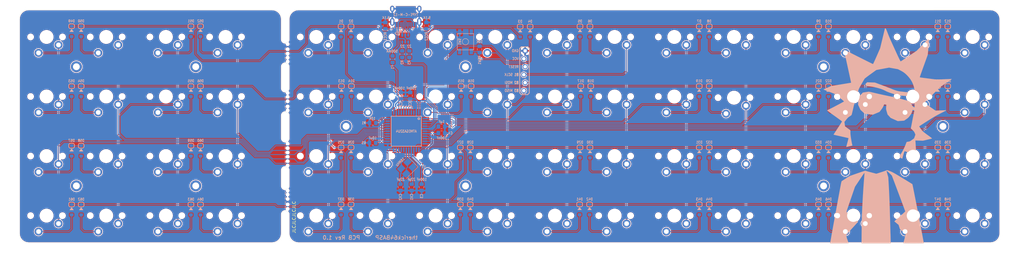
<source format=kicad_pcb>
(kicad_pcb (version 20171130) (host pcbnew "(5.1.2-1)-1")
  (layers (0 F.Cu signal) (31 B.Cu signal) (34 B.Paste user) (35 F.Paste user) (36 B.SilkS user) (37 F.SilkS user) (38 B.Mask user) (39 F.Mask user) (44 Edge.Cuts user))
  (net 0 "")
  (net 1 "Net-(D1-Pad2)")
  (net 2 "Net-(D2-Pad2)")
  (net 3 "Net-(D3-Pad2)")
  (net 4 "Net-(D4-Pad2)")
  (net 5 "Net-(D5-Pad2)")
  (net 6 "Net-(D6-Pad2)")
  (net 7 "Net-(D7-Pad2)")
  (net 8 "Net-(D8-Pad2)")
  (net 9 "Net-(D9-Pad2)")
  (net 10 "Net-(D10-Pad2)")
  (net 11 "Net-(D11-Pad2)")
  (net 12 "Net-(D12-Pad2)")
  (net 13 "Net-(D13-Pad2)")
  (net 14 "Net-(D14-Pad2)")
  (net 15 "Net-(D15-Pad2)")
  (net 16 "Net-(D16-Pad2)")
  (net 17 "Net-(D17-Pad2)")
  (net 18 "Net-(D18-Pad2)")
  (net 19 "Net-(D19-Pad2)")
  (net 20 "Net-(D20-Pad2)")
  (net 21 "Net-(D21-Pad2)")
  (net 22 "Net-(D22-Pad2)")
  (net 23 "Net-(D23-Pad2)")
  (net 24 "Net-(D24-Pad2)")
  (net 25 "Net-(D25-Pad2)")
  (net 26 "Net-(D26-Pad2)")
  (net 27 "Net-(D27-Pad2)")
  (net 28 "Net-(D28-Pad2)")
  (net 29 "Net-(D29-Pad2)")
  (net 30 "Net-(D30-Pad2)")
  (net 31 "Net-(D31-Pad2)")
  (net 32 "Net-(D32-Pad2)")
  (net 33 "Net-(D33-Pad2)")
  (net 34 "Net-(D34-Pad2)")
  (net 35 "Net-(D35-Pad2)")
  (net 36 "Net-(D36-Pad2)")
  (net 37 "Net-(D37-Pad2)")
  (net 38 "Net-(D38-Pad2)")
  (net 39 "Net-(D39-Pad2)")
  (net 40 "Net-(D40-Pad2)")
  (net 41 "Net-(D41-Pad2)")
  (net 42 "Net-(D42-Pad2)")
  (net 43 "Net-(D43-Pad2)")
  (net 44 "Net-(D44-Pad2)")
  (net 45 "Net-(D45-Pad2)")
  (net 46 "Net-(D46-Pad2)")
  (net 47 "Net-(D47-Pad2)")
  (net 48 "Net-(D48-Pad2)")
  (net 49 VCC)
  (net 50 "Net-(R3-Pad1)")
  (net 51 "Net-(C6-Pad1)")
  (net 52 XTAL1)
  (net 53 XTAL2)
  (net 54 row0)
  (net 55 row1)
  (net 56 row2)
  (net 57 row3)
  (net 58 D-)
  (net 59 D+)
  (net 60 col0)
  (net 61 col1)
  (net 62 col2)
  (net 63 col3)
  (net 64 col4)
  (net 65 col5)
  (net 66 col6)
  (net 67 col7)
  (net 68 col8)
  (net 69 col9)
  (net 70 col10)
  (net 71 col11)
  (net 72 "Net-(R1-Pad2)")
  (net 73 "Net-(R2-Pad1)")
  (net 74 VBUS)
  (net 75 D-BUS)
  (net 76 D+BUS)
  (net 77 "Net-(J1-PadB5)")
  (net 78 "Net-(J1-PadA5)")
  (net 79 ISP_Reset)
  (net 80 "Net-(D49-Pad2)")
  (net 81 "Net-(D50-Pad2)")
  (net 82 "Net-(D51-Pad2)")
  (net 83 "Net-(D52-Pad2)")
  (net 84 "Net-(D53-Pad2)")
  (net 85 "Net-(D54-Pad2)")
  (net 86 "Net-(D55-Pad2)")
  (net 87 "Net-(D56-Pad2)")
  (net 88 "Net-(D57-Pad2)")
  (net 89 "Net-(D58-Pad2)")
  (net 90 "Net-(D59-Pad2)")
  (net 91 "Net-(D60-Pad2)")
  (net 92 "Net-(D61-Pad2)")
  (net 93 "Net-(D62-Pad2)")
  (net 94 "Net-(D63-Pad2)")
  (net 95 "Net-(D64-Pad2)")
  (net 96 col12)
  (net 97 col13)
  (net 98 col14)
  (net 99 col15)
  (net 100 GND)
  (module Keeb_footprints:D_SOD-123_modified (layer B.Cu) (at 345.839999 50.731377 270)
    (fp_text reference D12 (at -3.302 0 180) (layer B.SilkS) (effects (font (size 0.8 0.7)) (justify mirror)))
    (fp_text value D)
    (pad 2 smd roundrect (at 1.65 0 270) (size 1 1.2) (layers B.Cu B.Paste B.Mask) (net 12 "Net-(D12-Pad2)"))
    (pad 1 smd roundrect (at -1.65 0 270) (size 1 1.2) (layers B.Cu B.Paste B.Mask) (net 54 row0))
  )
  (module Keeb_footprints:MX100 (layer F.Cu) (at 353.805399 109.427302)
    (fp_text reference K48)
    (fp_text value KEYSW)
    (pad 1 thru_hole circle (at 3.7846 2.5527 270) (size 2.54 2.54) (drill 1.525) (layers *.Cu *.Mask) (net 71 col11))
    (pad 2 thru_hole circle (at -2.5654 5.0927) (size 2.54 2.54) (drill 1.525) (layers *.Cu *.Mask) (net 48 "Net-(D48-Pad2)"))
    (pad "" np_thru_hole circle (at -5.1054 0.0127) (size 1.7018 1.7018) (drill 1.7018) (layers *.Cu *.Mask))
    (pad "" np_thru_hole circle (at 5.0546 0.0127) (size 1.7018 1.7018) (drill 1.7018) (layers *.Cu *.Mask))
    (pad "" np_thru_hole circle (at -0.0254 0.0127) (size 3.9878 3.9878) (drill 3.9878) (layers *.Cu *.Mask))
  )
  (module Keeb_footprints:MX100 (layer F.Cu) (at 353.804469 90.427062)
    (fp_text reference K36)
    (fp_text value KEYSW)
    (pad 1 thru_hole circle (at 3.7846 2.5527 270) (size 2.54 2.54) (drill 1.525) (layers *.Cu *.Mask) (net 71 col11))
    (pad 2 thru_hole circle (at -2.5654 5.0927) (size 2.54 2.54) (drill 1.525) (layers *.Cu *.Mask) (net 36 "Net-(D36-Pad2)"))
    (pad "" np_thru_hole circle (at -5.1054 0.0127) (size 1.7018 1.7018) (drill 1.7018) (layers *.Cu *.Mask))
    (pad "" np_thru_hole circle (at 5.0546 0.0127) (size 1.7018 1.7018) (drill 1.7018) (layers *.Cu *.Mask))
    (pad "" np_thru_hole circle (at -0.0254 0.0127) (size 3.9878 3.9878) (drill 3.9878) (layers *.Cu *.Mask))
  )
  (module Keeb_footprints:MX100 (layer F.Cu) (at 258.804719 109.427012)
    (fp_text reference K43)
    (fp_text value KEYSW)
    (pad 1 thru_hole circle (at 3.7846 2.5527 270) (size 2.54 2.54) (drill 1.525) (layers *.Cu *.Mask) (net 66 col6))
    (pad 2 thru_hole circle (at -2.5654 5.0927) (size 2.54 2.54) (drill 1.525) (layers *.Cu *.Mask) (net 43 "Net-(D43-Pad2)"))
    (pad "" np_thru_hole circle (at -5.1054 0.0127) (size 1.7018 1.7018) (drill 1.7018) (layers *.Cu *.Mask))
    (pad "" np_thru_hole circle (at 5.0546 0.0127) (size 1.7018 1.7018) (drill 1.7018) (layers *.Cu *.Mask))
    (pad "" np_thru_hole circle (at -0.0254 0.0127) (size 3.9878 3.9878) (drill 3.9878) (layers *.Cu *.Mask))
  )
  (module Keeb_footprints:MX100 (layer F.Cu) (at 258.804719 90.427062)
    (fp_text reference K31)
    (fp_text value KEYSW)
    (pad 1 thru_hole circle (at 3.7846 2.5527 270) (size 2.54 2.54) (drill 1.525) (layers *.Cu *.Mask) (net 66 col6))
    (pad 2 thru_hole circle (at -2.5654 5.0927) (size 2.54 2.54) (drill 1.525) (layers *.Cu *.Mask) (net 31 "Net-(D31-Pad2)"))
    (pad "" np_thru_hole circle (at -5.1054 0.0127) (size 1.7018 1.7018) (drill 1.7018) (layers *.Cu *.Mask))
    (pad "" np_thru_hole circle (at 5.0546 0.0127) (size 1.7018 1.7018) (drill 1.7018) (layers *.Cu *.Mask))
    (pad "" np_thru_hole circle (at -0.0254 0.0127) (size 3.9878 3.9878) (drill 3.9878) (layers *.Cu *.Mask))
  )
  (module Keeb_footprints:MouseBite_IPC7351 (layer F.Cu) (at 135.659643 57.759848 90)
    (fp_text reference U4)
    (fp_text value HOLE)
    (pad "" np_thru_hole circle (at -2.54 0 90) (size 0.8 0.8) (drill 0.8) (layers *.Cu *.Mask))
    (pad "" np_thru_hole circle (at -1.27 0 90) (size 0.8 0.8) (drill 0.8) (layers *.Cu *.Mask))
    (pad "" np_thru_hole circle (at 3.048 0 90) (size 0.8 0.8) (drill 0.8) (layers *.Cu *.Mask))
    (pad "" np_thru_hole circle (at 1.397 0 90) (size 0.8 0.8) (drill 0.8) (layers *.Cu *.Mask))
    (pad "" np_thru_hole circle (at 0 0 90) (size 0.8 0.8) (drill 0.8) (layers *.Cu *.Mask))
  )
  (module Keeb_footprints:MouseBite_IPC7351 (layer F.Cu) (at 135.659643 104.119726 90)
    (fp_text reference U5)
    (fp_text value HOLE)
    (pad "" np_thru_hole circle (at -3.175 0 90) (size 0.8 0.8) (drill 0.8) (layers *.Cu *.Mask))
    (pad "" np_thru_hole circle (at -1.758 0 90) (size 0.8 0.8) (drill 0.8) (layers *.Cu *.Mask))
    (pad "" np_thru_hole circle (at 2.667 0 90) (size 0.8 0.8) (drill 0.8) (layers *.Cu *.Mask))
    (pad "" np_thru_hole circle (at 1.397 0 90) (size 0.8 0.8) (drill 0.8) (layers *.Cu *.Mask))
    (pad "" np_thru_hole circle (at 0 0 90) (size 0.8 0.8) (drill 0.8) (layers *.Cu *.Mask))
  )
  (module Keeb_footprints:MouseBite_IPC7351 (layer F.Cu) (at 135.659643 72.960002 90)
    (fp_text reference U6)
    (fp_text value HOLE)
    (pad "" np_thru_hole circle (at -2.921 0 90) (size 0.8 0.8) (drill 0.8) (layers *.Cu *.Mask))
    (pad "" np_thru_hole circle (at -1.651 0 90) (size 0.8 0.8) (drill 0.8) (layers *.Cu *.Mask))
    (pad "" np_thru_hole circle (at 2.667 0 90) (size 0.8 0.8) (drill 0.8) (layers *.Cu *.Mask))
    (pad "" np_thru_hole circle (at 1.397 0 90) (size 0.8 0.8) (drill 0.8) (layers *.Cu *.Mask))
    (pad "" np_thru_hole circle (at 0 0 90) (size 0.8 0.8) (drill 0.8) (layers *.Cu *.Mask))
  )
  (module Keeb_footprints:MouseBite_IPC7351 (layer F.Cu) (at 135.659643 89.299765 90)
    (fp_text reference U7)
    (fp_text value HOLE)
    (pad "" np_thru_hole circle (at -2.794 0 90) (size 0.8 0.8) (drill 0.8) (layers *.Cu *.Mask))
    (pad "" np_thru_hole circle (at -1.377 0 90) (size 0.8 0.8) (drill 0.8) (layers *.Cu *.Mask))
    (pad "" np_thru_hole circle (at 2.794 0 90) (size 0.8 0.8) (drill 0.8) (layers *.Cu *.Mask))
    (pad "" np_thru_hole circle (at 1.377 0 90) (size 0.8 0.8) (drill 0.8) (layers *.Cu *.Mask))
    (pad "" np_thru_hole circle (at 0 0 90) (size 0.8 0.8) (drill 0.8) (layers *.Cu *.Mask))
    (pad "" np_thru_hole circle (at -4.191 0 90) (size 0.8 0.8) (drill 0.8) (layers *.Cu *.Mask))
  )
  (module Keeb_footprints:MX100 (layer F.Cu) (at 334.804519 109.427012)
    (fp_text reference K47)
    (fp_text value KEYSW)
    (pad 1 thru_hole circle (at 3.7846 2.5527 270) (size 2.54 2.54) (drill 1.525) (layers *.Cu *.Mask) (net 70 col10))
    (pad 2 thru_hole circle (at -2.5654 5.0927) (size 2.54 2.54) (drill 1.525) (layers *.Cu *.Mask) (net 47 "Net-(D47-Pad2)"))
    (pad "" np_thru_hole circle (at -5.1054 0.0127) (size 1.7018 1.7018) (drill 1.7018) (layers *.Cu *.Mask))
    (pad "" np_thru_hole circle (at 5.0546 0.0127) (size 1.7018 1.7018) (drill 1.7018) (layers *.Cu *.Mask))
    (pad "" np_thru_hole circle (at -0.0254 0.0127) (size 3.9878 3.9878) (drill 3.9878) (layers *.Cu *.Mask))
  )
  (module Keeb_footprints:MX100 (layer F.Cu) (at 315.804569 109.427012)
    (fp_text reference K46)
    (fp_text value KEYSW)
    (pad 1 thru_hole circle (at 3.7846 2.5527 270) (size 2.54 2.54) (drill 1.525) (layers *.Cu *.Mask) (net 69 col9))
    (pad 2 thru_hole circle (at -2.5654 5.0927) (size 2.54 2.54) (drill 1.525) (layers *.Cu *.Mask) (net 46 "Net-(D46-Pad2)"))
    (pad "" np_thru_hole circle (at -5.1054 0.0127) (size 1.7018 1.7018) (drill 1.7018) (layers *.Cu *.Mask))
    (pad "" np_thru_hole circle (at 5.0546 0.0127) (size 1.7018 1.7018) (drill 1.7018) (layers *.Cu *.Mask))
    (pad "" np_thru_hole circle (at -0.0254 0.0127) (size 3.9878 3.9878) (drill 3.9878) (layers *.Cu *.Mask))
  )
  (module Keeb_footprints:MX100 (layer F.Cu) (at 296.804619 109.427012)
    (fp_text reference K45)
    (fp_text value KEYSW)
    (pad 1 thru_hole circle (at 3.7846 2.5527 270) (size 2.54 2.54) (drill 1.525) (layers *.Cu *.Mask) (net 68 col8))
    (pad 2 thru_hole circle (at -2.5654 5.0927) (size 2.54 2.54) (drill 1.525) (layers *.Cu *.Mask) (net 45 "Net-(D45-Pad2)"))
    (pad "" np_thru_hole circle (at -5.1054 0.0127) (size 1.7018 1.7018) (drill 1.7018) (layers *.Cu *.Mask))
    (pad "" np_thru_hole circle (at 5.0546 0.0127) (size 1.7018 1.7018) (drill 1.7018) (layers *.Cu *.Mask))
    (pad "" np_thru_hole circle (at -0.0254 0.0127) (size 3.9878 3.9878) (drill 3.9878) (layers *.Cu *.Mask))
  )
  (module Keeb_footprints:MX100 (layer F.Cu) (at 277.804669 109.427012)
    (fp_text reference K44)
    (fp_text value KEYSW)
    (pad 1 thru_hole circle (at 3.7846 2.5527 270) (size 2.54 2.54) (drill 1.525) (layers *.Cu *.Mask) (net 67 col7))
    (pad 2 thru_hole circle (at -2.5654 5.0927) (size 2.54 2.54) (drill 1.525) (layers *.Cu *.Mask) (net 44 "Net-(D44-Pad2)"))
    (pad "" np_thru_hole circle (at -5.1054 0.0127) (size 1.7018 1.7018) (drill 1.7018) (layers *.Cu *.Mask))
    (pad "" np_thru_hole circle (at 5.0546 0.0127) (size 1.7018 1.7018) (drill 1.7018) (layers *.Cu *.Mask))
    (pad "" np_thru_hole circle (at -0.0254 0.0127) (size 3.9878 3.9878) (drill 3.9878) (layers *.Cu *.Mask))
  )
  (module Keeb_footprints:MX100 (layer F.Cu) (at 239.804769 109.427012)
    (fp_text reference K42)
    (fp_text value KEYSW)
    (pad 1 thru_hole circle (at 3.7846 2.5527 270) (size 2.54 2.54) (drill 1.525) (layers *.Cu *.Mask) (net 65 col5))
    (pad 2 thru_hole circle (at -2.5654 5.0927) (size 2.54 2.54) (drill 1.525) (layers *.Cu *.Mask) (net 42 "Net-(D42-Pad2)"))
    (pad "" np_thru_hole circle (at -5.1054 0.0127) (size 1.7018 1.7018) (drill 1.7018) (layers *.Cu *.Mask))
    (pad "" np_thru_hole circle (at 5.0546 0.0127) (size 1.7018 1.7018) (drill 1.7018) (layers *.Cu *.Mask))
    (pad "" np_thru_hole circle (at -0.0254 0.0127) (size 3.9878 3.9878) (drill 3.9878) (layers *.Cu *.Mask))
  )
  (module Keeb_footprints:MX100 (layer F.Cu) (at 220.805399 109.427302)
    (fp_text reference K41)
    (fp_text value KEYSW)
    (pad 1 thru_hole circle (at 3.7846 2.5527 270) (size 2.54 2.54) (drill 1.525) (layers *.Cu *.Mask) (net 64 col4))
    (pad 2 thru_hole circle (at -2.5654 5.0927) (size 2.54 2.54) (drill 1.525) (layers *.Cu *.Mask) (net 41 "Net-(D41-Pad2)"))
    (pad "" np_thru_hole circle (at -5.1054 0.0127) (size 1.7018 1.7018) (drill 1.7018) (layers *.Cu *.Mask))
    (pad "" np_thru_hole circle (at 5.0546 0.0127) (size 1.7018 1.7018) (drill 1.7018) (layers *.Cu *.Mask))
    (pad "" np_thru_hole circle (at -0.0254 0.0127) (size 3.9878 3.9878) (drill 3.9878) (layers *.Cu *.Mask))
  )
  (module Keeb_footprints:MX100 (layer F.Cu) (at 201.804869 109.427012)
    (fp_text reference K40)
    (fp_text value KEYSW)
    (pad 1 thru_hole circle (at 3.7846 2.5527 270) (size 2.54 2.54) (drill 1.525) (layers *.Cu *.Mask) (net 63 col3))
    (pad 2 thru_hole circle (at -2.5654 5.0927) (size 2.54 2.54) (drill 1.525) (layers *.Cu *.Mask) (net 40 "Net-(D40-Pad2)"))
    (pad "" np_thru_hole circle (at -5.1054 0.0127) (size 1.7018 1.7018) (drill 1.7018) (layers *.Cu *.Mask))
    (pad "" np_thru_hole circle (at 5.0546 0.0127) (size 1.7018 1.7018) (drill 1.7018) (layers *.Cu *.Mask))
    (pad "" np_thru_hole circle (at -0.0254 0.0127) (size 3.9878 3.9878) (drill 3.9878) (layers *.Cu *.Mask))
  )
  (module Keeb_footprints:MX100 (layer F.Cu) (at 182.805399 109.427302)
    (fp_text reference K39)
    (fp_text value KEYSW)
    (pad 1 thru_hole circle (at 3.7846 2.5527 270) (size 2.54 2.54) (drill 1.525) (layers *.Cu *.Mask) (net 62 col2))
    (pad 2 thru_hole circle (at -2.5654 5.0927) (size 2.54 2.54) (drill 1.525) (layers *.Cu *.Mask) (net 39 "Net-(D39-Pad2)"))
    (pad "" np_thru_hole circle (at -5.1054 0.0127) (size 1.7018 1.7018) (drill 1.7018) (layers *.Cu *.Mask))
    (pad "" np_thru_hole circle (at 5.0546 0.0127) (size 1.7018 1.7018) (drill 1.7018) (layers *.Cu *.Mask))
    (pad "" np_thru_hole circle (at -0.0254 0.0127) (size 3.9878 3.9878) (drill 3.9878) (layers *.Cu *.Mask))
  )
  (module Keeb_footprints:MX100 (layer F.Cu) (at 163.805399 109.427302)
    (fp_text reference K38)
    (fp_text value KEYSW)
    (pad 1 thru_hole circle (at 3.7846 2.5527 270) (size 2.54 2.54) (drill 1.525) (layers *.Cu *.Mask) (net 61 col1))
    (pad 2 thru_hole circle (at -2.5654 5.0927) (size 2.54 2.54) (drill 1.525) (layers *.Cu *.Mask) (net 38 "Net-(D38-Pad2)"))
    (pad "" np_thru_hole circle (at -5.1054 0.0127) (size 1.7018 1.7018) (drill 1.7018) (layers *.Cu *.Mask))
    (pad "" np_thru_hole circle (at 5.0546 0.0127) (size 1.7018 1.7018) (drill 1.7018) (layers *.Cu *.Mask))
    (pad "" np_thru_hole circle (at -0.0254 0.0127) (size 3.9878 3.9878) (drill 3.9878) (layers *.Cu *.Mask))
  )
  (module Keeb_footprints:MX100 (layer F.Cu) (at 144.805019 109.427302)
    (fp_text reference K37)
    (fp_text value KEYSW)
    (pad 1 thru_hole circle (at 3.7846 2.5527 270) (size 2.54 2.54) (drill 1.525) (layers *.Cu *.Mask) (net 60 col0))
    (pad 2 thru_hole circle (at -2.5654 5.0927) (size 2.54 2.54) (drill 1.525) (layers *.Cu *.Mask) (net 37 "Net-(D37-Pad2)"))
    (pad "" np_thru_hole circle (at -5.1054 0.0127) (size 1.7018 1.7018) (drill 1.7018) (layers *.Cu *.Mask))
    (pad "" np_thru_hole circle (at 5.0546 0.0127) (size 1.7018 1.7018) (drill 1.7018) (layers *.Cu *.Mask))
    (pad "" np_thru_hole circle (at -0.0254 0.0127) (size 3.9878 3.9878) (drill 3.9878) (layers *.Cu *.Mask))
  )
  (module Keeb_footprints:MX100 (layer F.Cu) (at 334.804519 90.427062)
    (fp_text reference K35)
    (fp_text value KEYSW)
    (pad 1 thru_hole circle (at 3.7846 2.5527 270) (size 2.54 2.54) (drill 1.525) (layers *.Cu *.Mask) (net 70 col10))
    (pad 2 thru_hole circle (at -2.5654 5.0927) (size 2.54 2.54) (drill 1.525) (layers *.Cu *.Mask) (net 35 "Net-(D35-Pad2)"))
    (pad "" np_thru_hole circle (at -5.1054 0.0127) (size 1.7018 1.7018) (drill 1.7018) (layers *.Cu *.Mask))
    (pad "" np_thru_hole circle (at 5.0546 0.0127) (size 1.7018 1.7018) (drill 1.7018) (layers *.Cu *.Mask))
    (pad "" np_thru_hole circle (at -0.0254 0.0127) (size 3.9878 3.9878) (drill 3.9878) (layers *.Cu *.Mask))
  )
  (module Keeb_footprints:MX100 (layer F.Cu) (at 315.804569 90.427062)
    (fp_text reference K34)
    (fp_text value KEYSW)
    (pad 1 thru_hole circle (at 3.7846 2.5527 270) (size 2.54 2.54) (drill 1.525) (layers *.Cu *.Mask) (net 69 col9))
    (pad 2 thru_hole circle (at -2.5654 5.0927) (size 2.54 2.54) (drill 1.525) (layers *.Cu *.Mask) (net 34 "Net-(D34-Pad2)"))
    (pad "" np_thru_hole circle (at -5.1054 0.0127) (size 1.7018 1.7018) (drill 1.7018) (layers *.Cu *.Mask))
    (pad "" np_thru_hole circle (at 5.0546 0.0127) (size 1.7018 1.7018) (drill 1.7018) (layers *.Cu *.Mask))
    (pad "" np_thru_hole circle (at -0.0254 0.0127) (size 3.9878 3.9878) (drill 3.9878) (layers *.Cu *.Mask))
  )
  (module Keeb_footprints:MX100 (layer F.Cu) (at 296.804619 90.427062)
    (fp_text reference K33)
    (fp_text value KEYSW)
    (pad 1 thru_hole circle (at 3.7846 2.5527 270) (size 2.54 2.54) (drill 1.525) (layers *.Cu *.Mask) (net 68 col8))
    (pad 2 thru_hole circle (at -2.5654 5.0927) (size 2.54 2.54) (drill 1.525) (layers *.Cu *.Mask) (net 33 "Net-(D33-Pad2)"))
    (pad "" np_thru_hole circle (at -5.1054 0.0127) (size 1.7018 1.7018) (drill 1.7018) (layers *.Cu *.Mask))
    (pad "" np_thru_hole circle (at 5.0546 0.0127) (size 1.7018 1.7018) (drill 1.7018) (layers *.Cu *.Mask))
    (pad "" np_thru_hole circle (at -0.0254 0.0127) (size 3.9878 3.9878) (drill 3.9878) (layers *.Cu *.Mask))
  )
  (module Keeb_footprints:MX100 (layer F.Cu) (at 277.804669 90.427302)
    (fp_text reference K32)
    (fp_text value KEYSW)
    (pad 1 thru_hole circle (at 3.7846 2.5527 270) (size 2.54 2.54) (drill 1.525) (layers *.Cu *.Mask) (net 67 col7))
    (pad 2 thru_hole circle (at -2.5654 5.0927) (size 2.54 2.54) (drill 1.525) (layers *.Cu *.Mask) (net 32 "Net-(D32-Pad2)"))
    (pad "" np_thru_hole circle (at -5.1054 0.0127) (size 1.7018 1.7018) (drill 1.7018) (layers *.Cu *.Mask))
    (pad "" np_thru_hole circle (at 5.0546 0.0127) (size 1.7018 1.7018) (drill 1.7018) (layers *.Cu *.Mask))
    (pad "" np_thru_hole circle (at -0.0254 0.0127) (size 3.9878 3.9878) (drill 3.9878) (layers *.Cu *.Mask))
  )
  (module Keeb_footprints:MX100 (layer F.Cu) (at 239.804769 90.427062)
    (fp_text reference K30)
    (fp_text value KEYSW)
    (pad 1 thru_hole circle (at 3.7846 2.5527 270) (size 2.54 2.54) (drill 1.525) (layers *.Cu *.Mask) (net 65 col5))
    (pad 2 thru_hole circle (at -2.5654 5.0927) (size 2.54 2.54) (drill 1.525) (layers *.Cu *.Mask) (net 30 "Net-(D30-Pad2)"))
    (pad "" np_thru_hole circle (at -5.1054 0.0127) (size 1.7018 1.7018) (drill 1.7018) (layers *.Cu *.Mask))
    (pad "" np_thru_hole circle (at 5.0546 0.0127) (size 1.7018 1.7018) (drill 1.7018) (layers *.Cu *.Mask))
    (pad "" np_thru_hole circle (at -0.0254 0.0127) (size 3.9878 3.9878) (drill 3.9878) (layers *.Cu *.Mask))
  )
  (module Keeb_footprints:MX100 (layer F.Cu) (at 220.804819 90.427062)
    (fp_text reference K29)
    (fp_text value KEYSW)
    (pad 1 thru_hole circle (at 3.7846 2.5527 270) (size 2.54 2.54) (drill 1.525) (layers *.Cu *.Mask) (net 64 col4))
    (pad 2 thru_hole circle (at -2.5654 5.0927) (size 2.54 2.54) (drill 1.525) (layers *.Cu *.Mask) (net 29 "Net-(D29-Pad2)"))
    (pad "" np_thru_hole circle (at -5.1054 0.0127) (size 1.7018 1.7018) (drill 1.7018) (layers *.Cu *.Mask))
    (pad "" np_thru_hole circle (at 5.0546 0.0127) (size 1.7018 1.7018) (drill 1.7018) (layers *.Cu *.Mask))
    (pad "" np_thru_hole circle (at -0.0254 0.0127) (size 3.9878 3.9878) (drill 3.9878) (layers *.Cu *.Mask))
  )
  (module Keeb_footprints:MX100 (layer F.Cu) (at 201.804869 90.427062)
    (fp_text reference K28)
    (fp_text value KEYSW)
    (pad 1 thru_hole circle (at 3.7846 2.5527 270) (size 2.54 2.54) (drill 1.525) (layers *.Cu *.Mask) (net 63 col3))
    (pad 2 thru_hole circle (at -2.5654 5.0927) (size 2.54 2.54) (drill 1.525) (layers *.Cu *.Mask) (net 28 "Net-(D28-Pad2)"))
    (pad "" np_thru_hole circle (at -5.1054 0.0127) (size 1.7018 1.7018) (drill 1.7018) (layers *.Cu *.Mask))
    (pad "" np_thru_hole circle (at 5.0546 0.0127) (size 1.7018 1.7018) (drill 1.7018) (layers *.Cu *.Mask))
    (pad "" np_thru_hole circle (at -0.0254 0.0127) (size 3.9878 3.9878) (drill 3.9878) (layers *.Cu *.Mask))
  )
  (module Keeb_footprints:MX100 (layer F.Cu) (at 182.805399 90.427302)
    (fp_text reference K27)
    (fp_text value KEYSW)
    (pad 1 thru_hole circle (at 3.7846 2.5527 270) (size 2.54 2.54) (drill 1.525) (layers *.Cu *.Mask) (net 62 col2))
    (pad 2 thru_hole circle (at -2.5654 5.0927) (size 2.54 2.54) (drill 1.525) (layers *.Cu *.Mask) (net 27 "Net-(D27-Pad2)"))
    (pad "" np_thru_hole circle (at -5.1054 0.0127) (size 1.7018 1.7018) (drill 1.7018) (layers *.Cu *.Mask))
    (pad "" np_thru_hole circle (at 5.0546 0.0127) (size 1.7018 1.7018) (drill 1.7018) (layers *.Cu *.Mask))
    (pad "" np_thru_hole circle (at -0.0254 0.0127) (size 3.9878 3.9878) (drill 3.9878) (layers *.Cu *.Mask))
  )
  (module Keeb_footprints:MX100 (layer F.Cu) (at 163.805399 90.427302)
    (fp_text reference K26)
    (fp_text value KEYSW)
    (pad 1 thru_hole circle (at 3.7846 2.5527 270) (size 2.54 2.54) (drill 1.525) (layers *.Cu *.Mask) (net 61 col1))
    (pad 2 thru_hole circle (at -2.5654 5.0927) (size 2.54 2.54) (drill 1.525) (layers *.Cu *.Mask) (net 26 "Net-(D26-Pad2)"))
    (pad "" np_thru_hole circle (at -5.1054 0.0127) (size 1.7018 1.7018) (drill 1.7018) (layers *.Cu *.Mask))
    (pad "" np_thru_hole circle (at 5.0546 0.0127) (size 1.7018 1.7018) (drill 1.7018) (layers *.Cu *.Mask))
    (pad "" np_thru_hole circle (at -0.0254 0.0127) (size 3.9878 3.9878) (drill 3.9878) (layers *.Cu *.Mask))
  )
  (module Keeb_footprints:MX100 (layer F.Cu) (at 144.805399 90.427302)
    (fp_text reference K25)
    (fp_text value KEYSW)
    (pad 1 thru_hole circle (at 3.7846 2.5527 270) (size 2.54 2.54) (drill 1.525) (layers *.Cu *.Mask) (net 60 col0))
    (pad 2 thru_hole circle (at -2.5654 5.0927) (size 2.54 2.54) (drill 1.525) (layers *.Cu *.Mask) (net 25 "Net-(D25-Pad2)"))
    (pad "" np_thru_hole circle (at -5.1054 0.0127) (size 1.7018 1.7018) (drill 1.7018) (layers *.Cu *.Mask))
    (pad "" np_thru_hole circle (at 5.0546 0.0127) (size 1.7018 1.7018) (drill 1.7018) (layers *.Cu *.Mask))
    (pad "" np_thru_hole circle (at -0.0254 0.0127) (size 3.9878 3.9878) (drill 3.9878) (layers *.Cu *.Mask))
  )
  (module Keeb_footprints:MX100 (layer F.Cu) (at 353.804469 71.427112)
    (fp_text reference K24)
    (fp_text value KEYSW)
    (pad 1 thru_hole circle (at 3.7846 2.5527 270) (size 2.54 2.54) (drill 1.525) (layers *.Cu *.Mask) (net 71 col11))
    (pad 2 thru_hole circle (at -2.5654 5.0927) (size 2.54 2.54) (drill 1.525) (layers *.Cu *.Mask) (net 24 "Net-(D24-Pad2)"))
    (pad "" np_thru_hole circle (at -5.1054 0.0127) (size 1.7018 1.7018) (drill 1.7018) (layers *.Cu *.Mask))
    (pad "" np_thru_hole circle (at 5.0546 0.0127) (size 1.7018 1.7018) (drill 1.7018) (layers *.Cu *.Mask))
    (pad "" np_thru_hole circle (at -0.0254 0.0127) (size 3.9878 3.9878) (drill 3.9878) (layers *.Cu *.Mask))
  )
  (module Keeb_footprints:MX100 (layer F.Cu) (at 334.804519 71.427112)
    (fp_text reference K23)
    (fp_text value KEYSW)
    (pad 1 thru_hole circle (at 3.7846 2.5527 270) (size 2.54 2.54) (drill 1.525) (layers *.Cu *.Mask) (net 70 col10))
    (pad 2 thru_hole circle (at -2.5654 5.0927) (size 2.54 2.54) (drill 1.525) (layers *.Cu *.Mask) (net 23 "Net-(D23-Pad2)"))
    (pad "" np_thru_hole circle (at -5.1054 0.0127) (size 1.7018 1.7018) (drill 1.7018) (layers *.Cu *.Mask))
    (pad "" np_thru_hole circle (at 5.0546 0.0127) (size 1.7018 1.7018) (drill 1.7018) (layers *.Cu *.Mask))
    (pad "" np_thru_hole circle (at -0.0254 0.0127) (size 3.9878 3.9878) (drill 3.9878) (layers *.Cu *.Mask))
  )
  (module Keeb_footprints:MX100 (layer F.Cu) (at 315.804569 71.427112)
    (fp_text reference K22)
    (fp_text value KEYSW)
    (pad 1 thru_hole circle (at 3.7846 2.5527 270) (size 2.54 2.54) (drill 1.525) (layers *.Cu *.Mask) (net 69 col9))
    (pad 2 thru_hole circle (at -2.5654 5.0927) (size 2.54 2.54) (drill 1.525) (layers *.Cu *.Mask) (net 22 "Net-(D22-Pad2)"))
    (pad "" np_thru_hole circle (at -5.1054 0.0127) (size 1.7018 1.7018) (drill 1.7018) (layers *.Cu *.Mask))
    (pad "" np_thru_hole circle (at 5.0546 0.0127) (size 1.7018 1.7018) (drill 1.7018) (layers *.Cu *.Mask))
    (pad "" np_thru_hole circle (at -0.0254 0.0127) (size 3.9878 3.9878) (drill 3.9878) (layers *.Cu *.Mask))
  )
  (module Keeb_footprints:MX100 (layer F.Cu) (at 296.805399 71.427302)
    (fp_text reference K21)
    (fp_text value KEYSW)
    (pad 1 thru_hole circle (at 3.7846 2.5527 270) (size 2.54 2.54) (drill 1.525) (layers *.Cu *.Mask) (net 68 col8))
    (pad 2 thru_hole circle (at -2.5654 5.0927) (size 2.54 2.54) (drill 1.525) (layers *.Cu *.Mask) (net 21 "Net-(D21-Pad2)"))
    (pad "" np_thru_hole circle (at -5.1054 0.0127) (size 1.7018 1.7018) (drill 1.7018) (layers *.Cu *.Mask))
    (pad "" np_thru_hole circle (at 5.0546 0.0127) (size 1.7018 1.7018) (drill 1.7018) (layers *.Cu *.Mask))
    (pad "" np_thru_hole circle (at -0.0254 0.0127) (size 3.9878 3.9878) (drill 3.9878) (layers *.Cu *.Mask))
  )
  (module Keeb_footprints:MX100 (layer F.Cu) (at 277.804669 71.807111)
    (fp_text reference K20)
    (fp_text value KEYSW)
    (pad 1 thru_hole circle (at 3.7846 2.5527 270) (size 2.54 2.54) (drill 1.525) (layers *.Cu *.Mask) (net 67 col7))
    (pad 2 thru_hole circle (at -2.5654 5.0927) (size 2.54 2.54) (drill 1.525) (layers *.Cu *.Mask) (net 20 "Net-(D20-Pad2)"))
    (pad "" np_thru_hole circle (at -5.1054 0.0127) (size 1.7018 1.7018) (drill 1.7018) (layers *.Cu *.Mask))
    (pad "" np_thru_hole circle (at 5.0546 0.0127) (size 1.7018 1.7018) (drill 1.7018) (layers *.Cu *.Mask))
    (pad "" np_thru_hole circle (at -0.0254 0.0127) (size 3.9878 3.9878) (drill 3.9878) (layers *.Cu *.Mask))
  )
  (module Keeb_footprints:MX100 (layer F.Cu) (at 258.804719 71.427302)
    (fp_text reference K19)
    (fp_text value KEYSW)
    (pad 1 thru_hole circle (at 3.7846 2.5527 270) (size 2.54 2.54) (drill 1.525) (layers *.Cu *.Mask) (net 66 col6))
    (pad 2 thru_hole circle (at -2.5654 5.0927) (size 2.54 2.54) (drill 1.525) (layers *.Cu *.Mask) (net 19 "Net-(D19-Pad2)"))
    (pad "" np_thru_hole circle (at -5.1054 0.0127) (size 1.7018 1.7018) (drill 1.7018) (layers *.Cu *.Mask))
    (pad "" np_thru_hole circle (at 5.0546 0.0127) (size 1.7018 1.7018) (drill 1.7018) (layers *.Cu *.Mask))
    (pad "" np_thru_hole circle (at -0.0254 0.0127) (size 3.9878 3.9878) (drill 3.9878) (layers *.Cu *.Mask))
  )
  (module Keeb_footprints:MX100 (layer F.Cu) (at 239.805399 71.427302)
    (fp_text reference K18)
    (fp_text value KEYSW)
    (pad 1 thru_hole circle (at 3.7846 2.5527 270) (size 2.54 2.54) (drill 1.525) (layers *.Cu *.Mask) (net 65 col5))
    (pad 2 thru_hole circle (at -2.5654 5.0927) (size 2.54 2.54) (drill 1.525) (layers *.Cu *.Mask) (net 18 "Net-(D18-Pad2)"))
    (pad "" np_thru_hole circle (at -5.1054 0.0127) (size 1.7018 1.7018) (drill 1.7018) (layers *.Cu *.Mask))
    (pad "" np_thru_hole circle (at 5.0546 0.0127) (size 1.7018 1.7018) (drill 1.7018) (layers *.Cu *.Mask))
    (pad "" np_thru_hole circle (at -0.0254 0.0127) (size 3.9878 3.9878) (drill 3.9878) (layers *.Cu *.Mask))
  )
  (module Keeb_footprints:MX100 (layer F.Cu) (at 220.805399 71.427302)
    (fp_text reference K17)
    (fp_text value KEYSW)
    (pad 1 thru_hole circle (at 3.7846 2.5527 270) (size 2.54 2.54) (drill 1.525) (layers *.Cu *.Mask) (net 64 col4))
    (pad 2 thru_hole circle (at -2.5654 5.0927) (size 2.54 2.54) (drill 1.525) (layers *.Cu *.Mask) (net 17 "Net-(D17-Pad2)"))
    (pad "" np_thru_hole circle (at -5.1054 0.0127) (size 1.7018 1.7018) (drill 1.7018) (layers *.Cu *.Mask))
    (pad "" np_thru_hole circle (at 5.0546 0.0127) (size 1.7018 1.7018) (drill 1.7018) (layers *.Cu *.Mask))
    (pad "" np_thru_hole circle (at -0.0254 0.0127) (size 3.9878 3.9878) (drill 3.9878) (layers *.Cu *.Mask))
  )
  (module Keeb_footprints:MX100 (layer F.Cu) (at 201.805399 71.427302)
    (fp_text reference K16)
    (fp_text value KEYSW)
    (pad 1 thru_hole circle (at 3.7846 2.5527 270) (size 2.54 2.54) (drill 1.525) (layers *.Cu *.Mask) (net 63 col3))
    (pad 2 thru_hole circle (at -2.5654 5.0927) (size 2.54 2.54) (drill 1.525) (layers *.Cu *.Mask) (net 16 "Net-(D16-Pad2)"))
    (pad "" np_thru_hole circle (at -5.1054 0.0127) (size 1.7018 1.7018) (drill 1.7018) (layers *.Cu *.Mask))
    (pad "" np_thru_hole circle (at 5.0546 0.0127) (size 1.7018 1.7018) (drill 1.7018) (layers *.Cu *.Mask))
    (pad "" np_thru_hole circle (at -0.0254 0.0127) (size 3.9878 3.9878) (drill 3.9878) (layers *.Cu *.Mask))
  )
  (module Keeb_footprints:MX100 (layer F.Cu) (at 182.805399 71.427302)
    (fp_text reference K15)
    (fp_text value KEYSW)
    (pad 1 thru_hole circle (at 3.7846 2.5527 270) (size 2.54 2.54) (drill 1.525) (layers *.Cu *.Mask) (net 62 col2))
    (pad 2 thru_hole circle (at -2.5654 5.0927) (size 2.54 2.54) (drill 1.525) (layers *.Cu *.Mask) (net 15 "Net-(D15-Pad2)"))
    (pad "" np_thru_hole circle (at -5.1054 0.0127) (size 1.7018 1.7018) (drill 1.7018) (layers *.Cu *.Mask))
    (pad "" np_thru_hole circle (at 5.0546 0.0127) (size 1.7018 1.7018) (drill 1.7018) (layers *.Cu *.Mask))
    (pad "" np_thru_hole circle (at -0.0254 0.0127) (size 3.9878 3.9878) (drill 3.9878) (layers *.Cu *.Mask))
  )
  (module Keeb_footprints:MX100 (layer F.Cu) (at 163.805399 71.427302)
    (fp_text reference K14)
    (fp_text value KEYSW)
    (pad 1 thru_hole circle (at 3.7846 2.5527 270) (size 2.54 2.54) (drill 1.525) (layers *.Cu *.Mask) (net 61 col1))
    (pad 2 thru_hole circle (at -2.5654 5.0927) (size 2.54 2.54) (drill 1.525) (layers *.Cu *.Mask) (net 14 "Net-(D14-Pad2)"))
    (pad "" np_thru_hole circle (at -5.1054 0.0127) (size 1.7018 1.7018) (drill 1.7018) (layers *.Cu *.Mask))
    (pad "" np_thru_hole circle (at 5.0546 0.0127) (size 1.7018 1.7018) (drill 1.7018) (layers *.Cu *.Mask))
    (pad "" np_thru_hole circle (at -0.0254 0.0127) (size 3.9878 3.9878) (drill 3.9878) (layers *.Cu *.Mask))
  )
  (module Keeb_footprints:MX100 (layer F.Cu) (at 144.805399 71.427302)
    (fp_text reference K13)
    (fp_text value KEYSW)
    (pad 1 thru_hole circle (at 3.7846 2.5527 270) (size 2.54 2.54) (drill 1.525) (layers *.Cu *.Mask) (net 60 col0))
    (pad 2 thru_hole circle (at -2.5654 5.0927) (size 2.54 2.54) (drill 1.525) (layers *.Cu *.Mask) (net 13 "Net-(D13-Pad2)"))
    (pad "" np_thru_hole circle (at -5.1054 0.0127) (size 1.7018 1.7018) (drill 1.7018) (layers *.Cu *.Mask))
    (pad "" np_thru_hole circle (at 5.0546 0.0127) (size 1.7018 1.7018) (drill 1.7018) (layers *.Cu *.Mask))
    (pad "" np_thru_hole circle (at -0.0254 0.0127) (size 3.9878 3.9878) (drill 3.9878) (layers *.Cu *.Mask))
  )
  (module Keeb_footprints:MX100 (layer F.Cu) (at 353.804469 52.427162)
    (fp_text reference K12)
    (fp_text value KEYSW)
    (pad 1 thru_hole circle (at 3.7846 2.5527 270) (size 2.54 2.54) (drill 1.525) (layers *.Cu *.Mask) (net 71 col11))
    (pad 2 thru_hole circle (at -2.5654 5.0927) (size 2.54 2.54) (drill 1.525) (layers *.Cu *.Mask) (net 12 "Net-(D12-Pad2)"))
    (pad "" np_thru_hole circle (at -5.1054 0.0127) (size 1.7018 1.7018) (drill 1.7018) (layers *.Cu *.Mask))
    (pad "" np_thru_hole circle (at 5.0546 0.0127) (size 1.7018 1.7018) (drill 1.7018) (layers *.Cu *.Mask))
    (pad "" np_thru_hole circle (at -0.0254 0.0127) (size 3.9878 3.9878) (drill 3.9878) (layers *.Cu *.Mask))
  )
  (module Keeb_footprints:MX100 (layer F.Cu) (at 334.804519 52.427162)
    (fp_text reference K11)
    (fp_text value KEYSW)
    (pad 1 thru_hole circle (at 3.7846 2.5527 270) (size 2.54 2.54) (drill 1.525) (layers *.Cu *.Mask) (net 70 col10))
    (pad 2 thru_hole circle (at -2.5654 5.0927) (size 2.54 2.54) (drill 1.525) (layers *.Cu *.Mask) (net 11 "Net-(D11-Pad2)"))
    (pad "" np_thru_hole circle (at -5.1054 0.0127) (size 1.7018 1.7018) (drill 1.7018) (layers *.Cu *.Mask))
    (pad "" np_thru_hole circle (at 5.0546 0.0127) (size 1.7018 1.7018) (drill 1.7018) (layers *.Cu *.Mask))
    (pad "" np_thru_hole circle (at -0.0254 0.0127) (size 3.9878 3.9878) (drill 3.9878) (layers *.Cu *.Mask))
  )
  (module Keeb_footprints:MX100 (layer F.Cu) (at 315.804569 52.427162)
    (fp_text reference K10)
    (fp_text value KEYSW)
    (pad 1 thru_hole circle (at 3.7846 2.5527 270) (size 2.54 2.54) (drill 1.525) (layers *.Cu *.Mask) (net 69 col9))
    (pad 2 thru_hole circle (at -2.5654 5.0927) (size 2.54 2.54) (drill 1.525) (layers *.Cu *.Mask) (net 10 "Net-(D10-Pad2)"))
    (pad "" np_thru_hole circle (at -5.1054 0.0127) (size 1.7018 1.7018) (drill 1.7018) (layers *.Cu *.Mask))
    (pad "" np_thru_hole circle (at 5.0546 0.0127) (size 1.7018 1.7018) (drill 1.7018) (layers *.Cu *.Mask))
    (pad "" np_thru_hole circle (at -0.0254 0.0127) (size 3.9878 3.9878) (drill 3.9878) (layers *.Cu *.Mask))
  )
  (module Keeb_footprints:MX100 (layer F.Cu) (at 296.805399 52.427302)
    (fp_text reference K9)
    (fp_text value KEYSW)
    (pad 1 thru_hole circle (at 3.7846 2.5527 270) (size 2.54 2.54) (drill 1.525) (layers *.Cu *.Mask) (net 68 col8))
    (pad 2 thru_hole circle (at -2.5654 5.0927) (size 2.54 2.54) (drill 1.525) (layers *.Cu *.Mask) (net 9 "Net-(D9-Pad2)"))
    (pad "" np_thru_hole circle (at -5.1054 0.0127) (size 1.7018 1.7018) (drill 1.7018) (layers *.Cu *.Mask))
    (pad "" np_thru_hole circle (at 5.0546 0.0127) (size 1.7018 1.7018) (drill 1.7018) (layers *.Cu *.Mask))
    (pad "" np_thru_hole circle (at -0.0254 0.0127) (size 3.9878 3.9878) (drill 3.9878) (layers *.Cu *.Mask))
  )
  (module Keeb_footprints:MX100 (layer F.Cu) (at 277.805399 52.427302)
    (fp_text reference K8)
    (fp_text value KEYSW)
    (pad 1 thru_hole circle (at 3.7846 2.5527 270) (size 2.54 2.54) (drill 1.525) (layers *.Cu *.Mask) (net 67 col7))
    (pad 2 thru_hole circle (at -2.5654 5.0927) (size 2.54 2.54) (drill 1.525) (layers *.Cu *.Mask) (net 8 "Net-(D8-Pad2)"))
    (pad "" np_thru_hole circle (at -5.1054 0.0127) (size 1.7018 1.7018) (drill 1.7018) (layers *.Cu *.Mask))
    (pad "" np_thru_hole circle (at 5.0546 0.0127) (size 1.7018 1.7018) (drill 1.7018) (layers *.Cu *.Mask))
    (pad "" np_thru_hole circle (at -0.0254 0.0127) (size 3.9878 3.9878) (drill 3.9878) (layers *.Cu *.Mask))
  )
  (module Keeb_footprints:MX100 (layer F.Cu) (at 258.804719 52.427302)
    (fp_text reference K7)
    (fp_text value KEYSW)
    (pad 1 thru_hole circle (at 3.7846 2.5527 270) (size 2.54 2.54) (drill 1.525) (layers *.Cu *.Mask) (net 66 col6))
    (pad 2 thru_hole circle (at -2.5654 5.0927) (size 2.54 2.54) (drill 1.525) (layers *.Cu *.Mask) (net 7 "Net-(D7-Pad2)"))
    (pad "" np_thru_hole circle (at -5.1054 0.0127) (size 1.7018 1.7018) (drill 1.7018) (layers *.Cu *.Mask))
    (pad "" np_thru_hole circle (at 5.0546 0.0127) (size 1.7018 1.7018) (drill 1.7018) (layers *.Cu *.Mask))
    (pad "" np_thru_hole circle (at -0.0254 0.0127) (size 3.9878 3.9878) (drill 3.9878) (layers *.Cu *.Mask))
  )
  (module Keeb_footprints:MX100 (layer F.Cu) (at 239.804769 52.427162)
    (fp_text reference K6)
    (fp_text value KEYSW)
    (pad 1 thru_hole circle (at 3.7846 2.5527 270) (size 2.54 2.54) (drill 1.525) (layers *.Cu *.Mask) (net 65 col5))
    (pad 2 thru_hole circle (at -2.5654 5.0927) (size 2.54 2.54) (drill 1.525) (layers *.Cu *.Mask) (net 6 "Net-(D6-Pad2)"))
    (pad "" np_thru_hole circle (at -5.1054 0.0127) (size 1.7018 1.7018) (drill 1.7018) (layers *.Cu *.Mask))
    (pad "" np_thru_hole circle (at 5.0546 0.0127) (size 1.7018 1.7018) (drill 1.7018) (layers *.Cu *.Mask))
    (pad "" np_thru_hole circle (at -0.0254 0.0127) (size 3.9878 3.9878) (drill 3.9878) (layers *.Cu *.Mask))
  )
  (module Keeb_footprints:MX100 (layer F.Cu) (at 220.804819 52.427162)
    (fp_text reference K5)
    (fp_text value KEYSW)
    (pad 1 thru_hole circle (at 3.7846 2.5527 270) (size 2.54 2.54) (drill 1.525) (layers *.Cu *.Mask) (net 64 col4))
    (pad 2 thru_hole circle (at -2.5654 5.0927) (size 2.54 2.54) (drill 1.525) (layers *.Cu *.Mask) (net 5 "Net-(D5-Pad2)"))
    (pad "" np_thru_hole circle (at -5.1054 0.0127) (size 1.7018 1.7018) (drill 1.7018) (layers *.Cu *.Mask))
    (pad "" np_thru_hole circle (at 5.0546 0.0127) (size 1.7018 1.7018) (drill 1.7018) (layers *.Cu *.Mask))
    (pad "" np_thru_hole circle (at -0.0254 0.0127) (size 3.9878 3.9878) (drill 3.9878) (layers *.Cu *.Mask))
  )
  (module Keeb_footprints:MX100 (layer F.Cu) (at 201.805399 52.427302)
    (fp_text reference K4)
    (fp_text value KEYSW)
    (pad "" np_thru_hole circle (at -0.0254 0.0127) (size 3.9878 3.9878) (drill 3.9878) (layers *.Cu *.Mask))
    (pad "" np_thru_hole circle (at 5.0546 0.0127) (size 1.7018 1.7018) (drill 1.7018) (layers *.Cu *.Mask))
    (pad "" np_thru_hole circle (at -5.1054 0.0127) (size 1.7018 1.7018) (drill 1.7018) (layers *.Cu *.Mask))
    (pad 2 thru_hole circle (at -2.5654 5.0927) (size 2.54 2.54) (drill 1.525) (layers *.Cu *.Mask) (net 4 "Net-(D4-Pad2)"))
    (pad 1 thru_hole circle (at 3.7846 2.5527 270) (size 2.54 2.54) (drill 1.525) (layers *.Cu *.Mask) (net 63 col3))
  )
  (module Keeb_footprints:MX100 (layer F.Cu) (at 182.805399 52.427302)
    (fp_text reference K3)
    (fp_text value KEYSW)
    (pad 1 thru_hole circle (at 3.7846 2.5527 270) (size 2.54 2.54) (drill 1.525) (layers *.Cu *.Mask) (net 62 col2))
    (pad 2 thru_hole circle (at -2.5654 5.0927) (size 2.54 2.54) (drill 1.525) (layers *.Cu *.Mask) (net 3 "Net-(D3-Pad2)"))
    (pad "" np_thru_hole circle (at -5.1054 0.0127) (size 1.7018 1.7018) (drill 1.7018) (layers *.Cu *.Mask))
    (pad "" np_thru_hole circle (at 5.0546 0.0127) (size 1.7018 1.7018) (drill 1.7018) (layers *.Cu *.Mask))
    (pad "" np_thru_hole circle (at -0.0254 0.0127) (size 3.9878 3.9878) (drill 3.9878) (layers *.Cu *.Mask))
  )
  (module Keeb_footprints:MX100 (layer F.Cu) (at 163.805399 52.427302)
    (fp_text reference K2)
    (fp_text value KEYSW)
    (pad 1 thru_hole circle (at 3.7846 2.5527 270) (size 2.54 2.54) (drill 1.525) (layers *.Cu *.Mask) (net 61 col1))
    (pad 2 thru_hole circle (at -2.5654 5.0927) (size 2.54 2.54) (drill 1.525) (layers *.Cu *.Mask) (net 2 "Net-(D2-Pad2)"))
    (pad "" np_thru_hole circle (at -5.1054 0.0127) (size 1.7018 1.7018) (drill 1.7018) (layers *.Cu *.Mask))
    (pad "" np_thru_hole circle (at 5.0546 0.0127) (size 1.7018 1.7018) (drill 1.7018) (layers *.Cu *.Mask))
    (pad "" np_thru_hole circle (at -0.0254 0.0127) (size 3.9878 3.9878) (drill 3.9878) (layers *.Cu *.Mask))
  )
  (module Keeb_footprints:MX100 (layer F.Cu) (at 144.805399 52.427302)
    (fp_text reference K1)
    (fp_text value KEYSW)
    (pad 1 thru_hole circle (at 3.7846 2.5527 270) (size 2.54 2.54) (drill 1.525) (layers *.Cu *.Mask) (net 60 col0))
    (pad 2 thru_hole circle (at -2.5654 5.0927) (size 2.54 2.54) (drill 1.525) (layers *.Cu *.Mask) (net 1 "Net-(D1-Pad2)"))
    (pad "" np_thru_hole circle (at -5.1054 0.0127) (size 1.7018 1.7018) (drill 1.7018) (layers *.Cu *.Mask))
    (pad "" np_thru_hole circle (at 5.0546 0.0127) (size 1.7018 1.7018) (drill 1.7018) (layers *.Cu *.Mask))
    (pad "" np_thru_hole circle (at -0.0254 0.0127) (size 3.9878 3.9878) (drill 3.9878) (layers *.Cu *.Mask))
  )
  (module Keeb_footprints:MX100 (layer F.Cu) (at 115.925095 109.427012)
    (fp_text reference K64)
    (fp_text value KEYSW)
    (pad 1 thru_hole circle (at 3.7846 2.5527 270) (size 2.54 2.54) (drill 1.525) (layers *.Cu *.Mask) (net 99 col15))
    (pad 2 thru_hole circle (at -2.5654 5.0927) (size 2.54 2.54) (drill 1.525) (layers *.Cu *.Mask) (net 95 "Net-(D64-Pad2)"))
    (pad "" np_thru_hole circle (at -5.1054 0.0127) (size 1.7018 1.7018) (drill 1.7018) (layers *.Cu *.Mask))
    (pad "" np_thru_hole circle (at 5.0546 0.0127) (size 1.7018 1.7018) (drill 1.7018) (layers *.Cu *.Mask))
    (pad "" np_thru_hole circle (at -0.0254 0.0127) (size 3.9878 3.9878) (drill 3.9878) (layers *.Cu *.Mask))
  )
  (module Keeb_footprints:MX100 (layer F.Cu) (at 96.925145 109.427012)
    (fp_text reference K63)
    (fp_text value KEYSW)
    (pad 1 thru_hole circle (at 3.7846 2.5527 270) (size 2.54 2.54) (drill 1.525) (layers *.Cu *.Mask) (net 98 col14))
    (pad 2 thru_hole circle (at -2.5654 5.0927) (size 2.54 2.54) (drill 1.525) (layers *.Cu *.Mask) (net 94 "Net-(D63-Pad2)"))
    (pad "" np_thru_hole circle (at -5.1054 0.0127) (size 1.7018 1.7018) (drill 1.7018) (layers *.Cu *.Mask))
    (pad "" np_thru_hole circle (at 5.0546 0.0127) (size 1.7018 1.7018) (drill 1.7018) (layers *.Cu *.Mask))
    (pad "" np_thru_hole circle (at -0.0254 0.0127) (size 3.9878 3.9878) (drill 3.9878) (layers *.Cu *.Mask))
  )
  (module Keeb_footprints:MX100 (layer F.Cu) (at 77.925195 109.427012)
    (fp_text reference K62)
    (fp_text value KEYSW)
    (pad 1 thru_hole circle (at 3.7846 2.5527 270) (size 2.54 2.54) (drill 1.525) (layers *.Cu *.Mask) (net 97 col13))
    (pad 2 thru_hole circle (at -2.5654 5.0927) (size 2.54 2.54) (drill 1.525) (layers *.Cu *.Mask) (net 93 "Net-(D62-Pad2)"))
    (pad "" np_thru_hole circle (at -5.1054 0.0127) (size 1.7018 1.7018) (drill 1.7018) (layers *.Cu *.Mask))
    (pad "" np_thru_hole circle (at 5.0546 0.0127) (size 1.7018 1.7018) (drill 1.7018) (layers *.Cu *.Mask))
    (pad "" np_thru_hole circle (at -0.0254 0.0127) (size 3.9878 3.9878) (drill 3.9878) (layers *.Cu *.Mask))
  )
  (module Keeb_footprints:MX100 (layer F.Cu) (at 58.925245 109.427012)
    (fp_text reference K61)
    (fp_text value KEYSW)
    (pad 1 thru_hole circle (at 3.7846 2.5527 270) (size 2.54 2.54) (drill 1.525) (layers *.Cu *.Mask) (net 96 col12))
    (pad 2 thru_hole circle (at -2.5654 5.0927) (size 2.54 2.54) (drill 1.525) (layers *.Cu *.Mask) (net 92 "Net-(D61-Pad2)"))
    (pad "" np_thru_hole circle (at -5.1054 0.0127) (size 1.7018 1.7018) (drill 1.7018) (layers *.Cu *.Mask))
    (pad "" np_thru_hole circle (at 5.0546 0.0127) (size 1.7018 1.7018) (drill 1.7018) (layers *.Cu *.Mask))
    (pad "" np_thru_hole circle (at -0.0254 0.0127) (size 3.9878 3.9878) (drill 3.9878) (layers *.Cu *.Mask))
  )
  (module Keeb_footprints:MX100 (layer F.Cu) (at 115.925095 90.427062)
    (fp_text reference K60)
    (fp_text value KEYSW)
    (pad 1 thru_hole circle (at 3.7846 2.5527 270) (size 2.54 2.54) (drill 1.525) (layers *.Cu *.Mask) (net 99 col15))
    (pad 2 thru_hole circle (at -2.5654 5.0927) (size 2.54 2.54) (drill 1.525) (layers *.Cu *.Mask) (net 91 "Net-(D60-Pad2)"))
    (pad "" np_thru_hole circle (at -5.1054 0.0127) (size 1.7018 1.7018) (drill 1.7018) (layers *.Cu *.Mask))
    (pad "" np_thru_hole circle (at 5.0546 0.0127) (size 1.7018 1.7018) (drill 1.7018) (layers *.Cu *.Mask))
    (pad "" np_thru_hole circle (at -0.0254 0.0127) (size 3.9878 3.9878) (drill 3.9878) (layers *.Cu *.Mask))
  )
  (module Keeb_footprints:MX100 (layer F.Cu) (at 96.925145 90.427062)
    (fp_text reference K59)
    (fp_text value KEYSW)
    (pad 1 thru_hole circle (at 3.7846 2.5527 270) (size 2.54 2.54) (drill 1.525) (layers *.Cu *.Mask) (net 98 col14))
    (pad 2 thru_hole circle (at -2.5654 5.0927) (size 2.54 2.54) (drill 1.525) (layers *.Cu *.Mask) (net 90 "Net-(D59-Pad2)"))
    (pad "" np_thru_hole circle (at -5.1054 0.0127) (size 1.7018 1.7018) (drill 1.7018) (layers *.Cu *.Mask))
    (pad "" np_thru_hole circle (at 5.0546 0.0127) (size 1.7018 1.7018) (drill 1.7018) (layers *.Cu *.Mask))
    (pad "" np_thru_hole circle (at -0.0254 0.0127) (size 3.9878 3.9878) (drill 3.9878) (layers *.Cu *.Mask))
  )
  (module Keeb_footprints:MX100 (layer F.Cu) (at 77.899795 90.439762)
    (fp_text reference K58)
    (fp_text value KEYSW)
    (pad 1 thru_hole circle (at 3.7846 2.5527 270) (size 2.54 2.54) (drill 1.525) (layers *.Cu *.Mask) (net 97 col13))
    (pad 2 thru_hole circle (at -2.5654 5.0927) (size 2.54 2.54) (drill 1.525) (layers *.Cu *.Mask) (net 89 "Net-(D58-Pad2)"))
    (pad "" np_thru_hole circle (at -5.1054 0.0127) (size 1.7018 1.7018) (drill 1.7018) (layers *.Cu *.Mask))
    (pad "" np_thru_hole circle (at 5.0546 0.0127) (size 1.7018 1.7018) (drill 1.7018) (layers *.Cu *.Mask))
    (pad "" np_thru_hole circle (at -0.0254 0.0127) (size 3.9878 3.9878) (drill 3.9878) (layers *.Cu *.Mask))
  )
  (module Keeb_footprints:MX100 (layer F.Cu) (at 58.925245 90.427062)
    (fp_text reference K57)
    (fp_text value KEYSW)
    (pad 1 thru_hole circle (at 3.7846 2.5527 270) (size 2.54 2.54) (drill 1.525) (layers *.Cu *.Mask) (net 96 col12))
    (pad 2 thru_hole circle (at -2.5654 5.0927) (size 2.54 2.54) (drill 1.525) (layers *.Cu *.Mask) (net 88 "Net-(D57-Pad2)"))
    (pad "" np_thru_hole circle (at -5.1054 0.0127) (size 1.7018 1.7018) (drill 1.7018) (layers *.Cu *.Mask))
    (pad "" np_thru_hole circle (at 5.0546 0.0127) (size 1.7018 1.7018) (drill 1.7018) (layers *.Cu *.Mask))
    (pad "" np_thru_hole circle (at -0.0254 0.0127) (size 3.9878 3.9878) (drill 3.9878) (layers *.Cu *.Mask))
  )
  (module Keeb_footprints:MX100 (layer F.Cu) (at 115.925095 71.427112)
    (fp_text reference K56)
    (fp_text value KEYSW)
    (pad 1 thru_hole circle (at 3.7846 2.5527 270) (size 2.54 2.54) (drill 1.525) (layers *.Cu *.Mask) (net 99 col15))
    (pad 2 thru_hole circle (at -2.5654 5.0927) (size 2.54 2.54) (drill 1.525) (layers *.Cu *.Mask) (net 87 "Net-(D56-Pad2)"))
    (pad "" np_thru_hole circle (at -5.1054 0.0127) (size 1.7018 1.7018) (drill 1.7018) (layers *.Cu *.Mask))
    (pad "" np_thru_hole circle (at 5.0546 0.0127) (size 1.7018 1.7018) (drill 1.7018) (layers *.Cu *.Mask))
    (pad "" np_thru_hole circle (at -0.0254 0.0127) (size 3.9878 3.9878) (drill 3.9878) (layers *.Cu *.Mask))
  )
  (module Keeb_footprints:MX100 (layer F.Cu) (at 96.925145 71.427112)
    (fp_text reference K55)
    (fp_text value KEYSW)
    (pad 1 thru_hole circle (at 3.7846 2.5527 270) (size 2.54 2.54) (drill 1.525) (layers *.Cu *.Mask) (net 98 col14))
    (pad 2 thru_hole circle (at -2.5654 5.0927) (size 2.54 2.54) (drill 1.525) (layers *.Cu *.Mask) (net 86 "Net-(D55-Pad2)"))
    (pad "" np_thru_hole circle (at -5.1054 0.0127) (size 1.7018 1.7018) (drill 1.7018) (layers *.Cu *.Mask))
    (pad "" np_thru_hole circle (at 5.0546 0.0127) (size 1.7018 1.7018) (drill 1.7018) (layers *.Cu *.Mask))
    (pad "" np_thru_hole circle (at -0.0254 0.0127) (size 3.9878 3.9878) (drill 3.9878) (layers *.Cu *.Mask))
  )
  (module Keeb_footprints:MX100 (layer F.Cu) (at 77.925195 71.427112)
    (fp_text reference K54)
    (fp_text value KEYSW)
    (pad 1 thru_hole circle (at 3.7846 2.5527 270) (size 2.54 2.54) (drill 1.525) (layers *.Cu *.Mask) (net 97 col13))
    (pad 2 thru_hole circle (at -2.5654 5.0927) (size 2.54 2.54) (drill 1.525) (layers *.Cu *.Mask) (net 85 "Net-(D54-Pad2)"))
    (pad "" np_thru_hole circle (at -5.1054 0.0127) (size 1.7018 1.7018) (drill 1.7018) (layers *.Cu *.Mask))
    (pad "" np_thru_hole circle (at 5.0546 0.0127) (size 1.7018 1.7018) (drill 1.7018) (layers *.Cu *.Mask))
    (pad "" np_thru_hole circle (at -0.0254 0.0127) (size 3.9878 3.9878) (drill 3.9878) (layers *.Cu *.Mask))
  )
  (module Keeb_footprints:MX100 (layer F.Cu) (at 58.925245 71.427112)
    (fp_text reference K53)
    (fp_text value KEYSW)
    (pad 1 thru_hole circle (at 3.7846 2.5527 270) (size 2.54 2.54) (drill 1.525) (layers *.Cu *.Mask) (net 96 col12))
    (pad 2 thru_hole circle (at -2.5654 5.0927) (size 2.54 2.54) (drill 1.525) (layers *.Cu *.Mask) (net 84 "Net-(D53-Pad2)"))
    (pad "" np_thru_hole circle (at -5.1054 0.0127) (size 1.7018 1.7018) (drill 1.7018) (layers *.Cu *.Mask))
    (pad "" np_thru_hole circle (at 5.0546 0.0127) (size 1.7018 1.7018) (drill 1.7018) (layers *.Cu *.Mask))
    (pad "" np_thru_hole circle (at -0.0254 0.0127) (size 3.9878 3.9878) (drill 3.9878) (layers *.Cu *.Mask))
  )
  (module Keeb_footprints:MX100 (layer F.Cu) (at 115.925095 52.427162)
    (fp_text reference K52)
    (fp_text value KEYSW)
    (pad 1 thru_hole circle (at 3.7846 2.5527 270) (size 2.54 2.54) (drill 1.525) (layers *.Cu *.Mask) (net 99 col15))
    (pad 2 thru_hole circle (at -2.5654 5.0927) (size 2.54 2.54) (drill 1.525) (layers *.Cu *.Mask) (net 83 "Net-(D52-Pad2)"))
    (pad "" np_thru_hole circle (at -5.1054 0.0127) (size 1.7018 1.7018) (drill 1.7018) (layers *.Cu *.Mask))
    (pad "" np_thru_hole circle (at 5.0546 0.0127) (size 1.7018 1.7018) (drill 1.7018) (layers *.Cu *.Mask))
    (pad "" np_thru_hole circle (at -0.0254 0.0127) (size 3.9878 3.9878) (drill 3.9878) (layers *.Cu *.Mask))
  )
  (module Keeb_footprints:MX100 (layer F.Cu) (at 96.925145 52.427162)
    (fp_text reference K51)
    (fp_text value KEYSW)
    (pad 1 thru_hole circle (at 3.7846 2.5527 270) (size 2.54 2.54) (drill 1.525) (layers *.Cu *.Mask) (net 98 col14))
    (pad 2 thru_hole circle (at -2.5654 5.0927) (size 2.54 2.54) (drill 1.525) (layers *.Cu *.Mask) (net 82 "Net-(D51-Pad2)"))
    (pad "" np_thru_hole circle (at -5.1054 0.0127) (size 1.7018 1.7018) (drill 1.7018) (layers *.Cu *.Mask))
    (pad "" np_thru_hole circle (at 5.0546 0.0127) (size 1.7018 1.7018) (drill 1.7018) (layers *.Cu *.Mask))
    (pad "" np_thru_hole circle (at -0.0254 0.0127) (size 3.9878 3.9878) (drill 3.9878) (layers *.Cu *.Mask))
  )
  (module Keeb_footprints:MX100 (layer F.Cu) (at 77.925195 52.427162)
    (fp_text reference K50)
    (fp_text value KEYSW)
    (pad 1 thru_hole circle (at 3.7846 2.5527 270) (size 2.54 2.54) (drill 1.525) (layers *.Cu *.Mask) (net 97 col13))
    (pad 2 thru_hole circle (at -2.5654 5.0927) (size 2.54 2.54) (drill 1.525) (layers *.Cu *.Mask) (net 81 "Net-(D50-Pad2)"))
    (pad "" np_thru_hole circle (at -5.1054 0.0127) (size 1.7018 1.7018) (drill 1.7018) (layers *.Cu *.Mask))
    (pad "" np_thru_hole circle (at 5.0546 0.0127) (size 1.7018 1.7018) (drill 1.7018) (layers *.Cu *.Mask))
    (pad "" np_thru_hole circle (at -0.0254 0.0127) (size 3.9878 3.9878) (drill 3.9878) (layers *.Cu *.Mask))
  )
  (module Keeb_footprints:MX100 (layer F.Cu) (at 58.925245 52.427162)
    (fp_text reference K49)
    (fp_text value KEYSW)
    (pad 1 thru_hole circle (at 3.7846 2.5527 270) (size 2.54 2.54) (drill 1.525) (layers *.Cu *.Mask) (net 96 col12))
    (pad 2 thru_hole circle (at -2.5654 5.0927) (size 2.54 2.54) (drill 1.525) (layers *.Cu *.Mask) (net 80 "Net-(D49-Pad2)"))
    (pad "" np_thru_hole circle (at -5.1054 0.0127) (size 1.7018 1.7018) (drill 1.7018) (layers *.Cu *.Mask))
    (pad "" np_thru_hole circle (at 5.0546 0.0127) (size 1.7018 1.7018) (drill 1.7018) (layers *.Cu *.Mask))
    (pad "" np_thru_hole circle (at -0.0254 0.0127) (size 3.9878 3.9878) (drill 3.9878) (layers *.Cu *.Mask))
  )
  (module random-keyboard-parts:Generic-Mounthole (layer F.Cu) (at 106.399999 99.940002)
    (fp_text reference H10)
    (fp_text value MountingHole)
    (pad 1 thru_hole circle (at 0 0) (size 3.5 3.5) (drill 2.2) (layers *.Cu *.Mask))
  )
  (module random-keyboard-parts:Generic-Mounthole (layer F.Cu) (at 68.399999 99.940002)
    (fp_text reference H9)
    (fp_text value MountingHole)
    (pad 1 thru_hole circle (at 0 0) (size 3.5 3.5) (drill 2.2) (layers *.Cu *.Mask))
  )
  (module random-keyboard-parts:Generic-Mounthole (layer F.Cu) (at 106.399999 61.940002)
    (fp_text reference H8)
    (fp_text value MountingHole)
    (pad 1 thru_hole circle (at 0 0) (size 3.5 3.5) (drill 2.2) (layers *.Cu *.Mask))
  )
  (module random-keyboard-parts:Generic-Mounthole (layer F.Cu) (at 68.399999 61.940002)
    (fp_text reference H7)
    (fp_text value MountingHole)
    (pad 1 thru_hole circle (at 0 0) (size 3.5 3.5) (drill 2.2) (layers *.Cu *.Mask))
  )
  (module Keeb_footprints:D_SOD-123_modified (layer B.Cu) (at 107.919999 107.538002 270)
    (fp_text reference D64 (at -3.302 0 180) (layer B.SilkS) (effects (font (size 0.8 0.7)) (justify mirror)))
    (fp_text value D)
    (pad 2 smd roundrect (at 1.65 0 270) (size 1 1.2) (layers B.Cu B.Paste B.Mask) (net 95 "Net-(D64-Pad2)"))
    (pad 1 smd roundrect (at -1.65 0 270) (size 1 1.2) (layers B.Cu B.Paste B.Mask) (net 57 row3))
  )
  (module Keeb_footprints:D_SOD-123_modified (layer B.Cu) (at 104.879999 107.538002 270)
    (fp_text reference D63 (at -3.302 0 180) (layer B.SilkS) (effects (font (size 0.8 0.7)) (justify mirror)))
    (fp_text value D)
    (pad 2 smd roundrect (at 1.65 0 270) (size 1 1.2) (layers B.Cu B.Paste B.Mask) (net 94 "Net-(D63-Pad2)"))
    (pad 1 smd roundrect (at -1.65 0 270) (size 1 1.2) (layers B.Cu B.Paste B.Mask) (net 57 row3))
  )
  (module Keeb_footprints:D_SOD-123_modified (layer B.Cu) (at 69.919999 107.538002 270)
    (fp_text reference D62 (at -3.302 0 180) (layer B.SilkS) (effects (font (size 0.8 0.7)) (justify mirror)))
    (fp_text value D)
    (pad 2 smd roundrect (at 1.65 0 270) (size 1 1.2) (layers B.Cu B.Paste B.Mask) (net 93 "Net-(D62-Pad2)"))
    (pad 1 smd roundrect (at -1.65 0 270) (size 1 1.2) (layers B.Cu B.Paste B.Mask) (net 57 row3))
  )
  (module Keeb_footprints:D_SOD-123_modified (layer B.Cu) (at 66.879999 107.538002 270)
    (fp_text reference D61 (at -3.302 0 180) (layer B.SilkS) (effects (font (size 0.8 0.7)) (justify mirror)))
    (fp_text value D)
    (pad 2 smd roundrect (at 1.65 0 270) (size 1 1.2) (layers B.Cu B.Paste B.Mask) (net 92 "Net-(D61-Pad2)"))
    (pad 1 smd roundrect (at -1.65 0 270) (size 1 1.2) (layers B.Cu B.Paste B.Mask) (net 57 row3))
  )
  (module Keeb_footprints:D_SOD-123_modified (layer B.Cu) (at 107.919999 88.793002 270)
    (fp_text reference D60 (at -3.302 0 180) (layer B.SilkS) (effects (font (size 0.8 0.7)) (justify mirror)))
    (fp_text value D)
    (pad 2 smd roundrect (at 1.65 0 270) (size 1 1.2) (layers B.Cu B.Paste B.Mask) (net 91 "Net-(D60-Pad2)"))
    (pad 1 smd roundrect (at -1.65 0 270) (size 1 1.2) (layers B.Cu B.Paste B.Mask) (net 56 row2))
  )
  (module Keeb_footprints:D_SOD-123_modified (layer B.Cu) (at 104.879999 88.793002 270)
    (fp_text reference D59 (at -3.302 0 180) (layer B.SilkS) (effects (font (size 0.8 0.7)) (justify mirror)))
    (fp_text value D)
    (pad 2 smd roundrect (at 1.65 0 270) (size 1 1.2) (layers B.Cu B.Paste B.Mask) (net 90 "Net-(D59-Pad2)"))
    (pad 1 smd roundrect (at -1.65 0 270) (size 1 1.2) (layers B.Cu B.Paste B.Mask) (net 56 row2))
  )
  (module Keeb_footprints:D_SOD-123_modified (layer B.Cu) (at 69.919999 88.793002 270)
    (fp_text reference D58 (at -3.302 0 180) (layer B.SilkS) (effects (font (size 0.8 0.7)) (justify mirror)))
    (fp_text value D)
    (pad 2 smd roundrect (at 1.65 0 270) (size 1 1.2) (layers B.Cu B.Paste B.Mask) (net 89 "Net-(D58-Pad2)"))
    (pad 1 smd roundrect (at -1.65 0 270) (size 1 1.2) (layers B.Cu B.Paste B.Mask) (net 56 row2))
  )
  (module Keeb_footprints:D_SOD-123_modified (layer B.Cu) (at 66.879999 88.793002 270)
    (fp_text reference D57 (at -3.302 0 180) (layer B.SilkS) (effects (font (size 0.8 0.7)) (justify mirror)))
    (fp_text value D)
    (pad 2 smd roundrect (at 1.65 0 270) (size 1 1.2) (layers B.Cu B.Paste B.Mask) (net 88 "Net-(D57-Pad2)"))
    (pad 1 smd roundrect (at -1.65 0 270) (size 1 1.2) (layers B.Cu B.Paste B.Mask) (net 56 row2))
  )
  (module Keeb_footprints:D_SOD-123_modified (layer B.Cu) (at 107.919999 69.792002 270)
    (fp_text reference D56 (at -3.302 0 180) (layer B.SilkS) (effects (font (size 0.8 0.7)) (justify mirror)))
    (fp_text value D)
    (pad 2 smd roundrect (at 1.65 0 270) (size 1 1.2) (layers B.Cu B.Paste B.Mask) (net 87 "Net-(D56-Pad2)"))
    (pad 1 smd roundrect (at -1.65 0 270) (size 1 1.2) (layers B.Cu B.Paste B.Mask) (net 55 row1))
  )
  (module Keeb_footprints:D_SOD-123_modified (layer B.Cu) (at 104.879999 69.792002 270)
    (fp_text reference D55 (at -3.302 0 180) (layer B.SilkS) (effects (font (size 0.8 0.7)) (justify mirror)))
    (fp_text value D)
    (pad 2 smd roundrect (at 1.65 0 270) (size 1 1.2) (layers B.Cu B.Paste B.Mask) (net 86 "Net-(D55-Pad2)"))
    (pad 1 smd roundrect (at -1.65 0 270) (size 1 1.2) (layers B.Cu B.Paste B.Mask) (net 55 row1))
  )
  (module Keeb_footprints:D_SOD-123_modified (layer B.Cu) (at 69.919999 69.792002 270)
    (fp_text reference D54 (at -3.302 0 180) (layer B.SilkS) (effects (font (size 0.8 0.7)) (justify mirror)))
    (fp_text value D)
    (pad 2 smd roundrect (at 1.65 0 270) (size 1 1.2) (layers B.Cu B.Paste B.Mask) (net 85 "Net-(D54-Pad2)"))
    (pad 1 smd roundrect (at -1.65 0 270) (size 1 1.2) (layers B.Cu B.Paste B.Mask) (net 55 row1))
  )
  (module Keeb_footprints:D_SOD-123_modified (layer B.Cu) (at 66.879999 69.792002 270)
    (fp_text reference D53 (at -3.302 0 180) (layer B.SilkS) (effects (font (size 0.8 0.7)) (justify mirror)))
    (fp_text value D)
    (pad 2 smd roundrect (at 1.65 0 270) (size 1 1.2) (layers B.Cu B.Paste B.Mask) (net 84 "Net-(D53-Pad2)"))
    (pad 1 smd roundrect (at -1.65 0 270) (size 1 1.2) (layers B.Cu B.Paste B.Mask) (net 55 row1))
  )
  (module Keeb_footprints:D_SOD-123_modified (layer B.Cu) (at 107.919999 50.665002 270)
    (fp_text reference D52 (at -3.302 0 180) (layer B.SilkS) (effects (font (size 0.8 0.7)) (justify mirror)))
    (fp_text value D)
    (pad 2 smd roundrect (at 1.65 0 270) (size 1 1.2) (layers B.Cu B.Paste B.Mask) (net 83 "Net-(D52-Pad2)"))
    (pad 1 smd roundrect (at -1.65 0 270) (size 1 1.2) (layers B.Cu B.Paste B.Mask) (net 54 row0))
  )
  (module Keeb_footprints:D_SOD-123_modified (layer B.Cu) (at 104.879999 50.665002 270)
    (fp_text reference D51 (at -3.302 0 180) (layer B.SilkS) (effects (font (size 0.8 0.7)) (justify mirror)))
    (fp_text value D)
    (pad 2 smd roundrect (at 1.65 0 270) (size 1 1.2) (layers B.Cu B.Paste B.Mask) (net 82 "Net-(D51-Pad2)"))
    (pad 1 smd roundrect (at -1.65 0 270) (size 1 1.2) (layers B.Cu B.Paste B.Mask) (net 54 row0))
  )
  (module Keeb_footprints:D_SOD-123_modified (layer B.Cu) (at 69.919999 50.665002 270)
    (fp_text reference D50 (at -3.302 0 180) (layer B.SilkS) (effects (font (size 0.8 0.7)) (justify mirror)))
    (fp_text value D)
    (pad 2 smd roundrect (at 1.65 0 270) (size 1 1.2) (layers B.Cu B.Paste B.Mask) (net 81 "Net-(D50-Pad2)"))
    (pad 1 smd roundrect (at -1.65 0 270) (size 1 1.2) (layers B.Cu B.Paste B.Mask) (net 54 row0))
  )
  (module Keeb_footprints:D_SOD-123_modified (layer B.Cu) (at 66.879999 50.665002 270)
    (fp_text reference D49 (at -3.302 0 180) (layer B.SilkS) (effects (font (size 0.8 0.7)) (justify mirror)))
    (fp_text value D)
    (pad 2 smd roundrect (at 1.65 0 270) (size 1 1.2) (layers B.Cu B.Paste B.Mask) (net 80 "Net-(D49-Pad2)"))
    (pad 1 smd roundrect (at -1.65 0 270) (size 1 1.2) (layers B.Cu B.Paste B.Mask) (net 54 row0))
  )
  (module random-keyboard-parts:SKQG-1155865 (layer B.Cu) (at 192.279999 53.960002 90)
    (fp_text reference SW1 (at 0 -1.8415 270) (layer B.SilkS) (effects (font (size 0.8 0.7)) (justify mirror)))
    (fp_text value SW_PUSH)
    (pad 4 smd rect (at -3.1 -1.85 90) (size 1.8 1.1) (layers B.Cu B.Paste B.Mask))
    (pad 3 smd rect (at 3.1 1.85 90) (size 1.8 1.1) (layers B.Cu B.Paste B.Mask))
    (pad 2 smd rect (at -3.1 1.85 90) (size 1.8 1.1) (layers B.Cu B.Paste B.Mask) (net 79 ISP_Reset))
    (pad 1 smd rect (at 3.1 -1.85 90) (size 1.8 1.1) (layers B.Cu B.Paste B.Mask) (net 100 GND))
  )
  (module acheron_Components:SOT-23-6 (layer B.Cu) (at 173.104999 52.938002 270)
    (fp_text reference U3 (at -1.778 2.6035 225) (layer B.SilkS) (effects (font (size 0.8 0.7)) (justify mirror)))
    (fp_text value USBLC6-2SC6)
    (pad 5 smd roundrect (at 1.1 0 270) (size 1.06 0.65) (layers B.Cu B.Paste B.Mask) (roundrect_rratio 0.5) (net 74 VBUS))
    (pad 6 smd roundrect (at 1.1 0.95 270) (size 1.06 0.65) (layers B.Cu B.Paste B.Mask) (roundrect_rratio 0.5) (net 58 D-))
    (pad 4 smd roundrect (at 1.1 -0.95 270) (size 1.06 0.65) (layers B.Cu B.Paste B.Mask) (roundrect_rratio 0.5) (net 59 D+))
    (pad 3 smd roundrect (at -1.1 -0.95 270) (size 1.06 0.65) (layers B.Cu B.Paste B.Mask) (roundrect_rratio 0.5) (net 76 D+BUS))
    (pad 2 smd roundrect (at -1.1 0 270) (size 1.06 0.65) (layers B.Cu B.Paste B.Mask) (roundrect_rratio 0.5) (net 100 GND))
    (pad 1 smd rect (at -1.1 0.95 270) (size 1.06 0.65) (layers B.Cu B.Paste B.Mask) (net 75 D-BUS))
  )
  (module Keeb_footprints:PIN_HEADER_1x6_OFFSET (layer B.Cu) (at 211.076799 63.210002 180)
    (fp_text reference J2)
    (fp_text value AVR-ISP-6 hide)
    (fp_text user "B3 MISO" (at 1.778 -6.35) (layer B.SilkS) (effects (font (size 0.8 0.7)) (justify left mirror)))
    (fp_text user "B2 MOSI" (at 1.7907 -3.81) (layer B.SilkS) (effects (font (size 0.8 0.7)) (justify left mirror)))
    (fp_text user "B1 SCLK" (at 1.7907 -1.2573) (layer B.SilkS) (effects (font (size 0.8 0.7)) (justify left mirror)))
    (fp_text user RESET (at 1.7907 1.2573) (layer B.SilkS) (effects (font (size 0.8 0.7)) (justify left mirror)))
    (fp_text user VCC (at 1.7907 3.8227) (layer B.SilkS) (effects (font (size 0.8 0.7)) (justify left mirror)))
    (fp_text user GND (at 1.7907 6.3627) (layer B.SilkS) (effects (font (size 0.8 0.7)) (justify left mirror)))
    (fp_text user B3 (at 1.778 -6.35) (layer B.SilkS) (effects (font (size 0.8 0.7)) (justify left mirror)))
    (fp_text user B2 (at 1.7907 -3.81) (layer B.SilkS) (effects (font (size 0.8 0.7)) (justify left mirror)))
    (fp_text user B1 (at 1.7907 -1.2573) (layer B.SilkS) (effects (font (size 0.8 0.7)) (justify left mirror)))
    (pad 1 thru_hole circle (at 0.2032 -6.35 180) (size 1.6002 1.6002) (drill 1.0668) (layers *.Cu *.Mask) (net 63 col3))
    (pad 4 thru_hole circle (at -0.2032 -3.81 180) (size 1.6002 1.6002) (drill 1.0668) (layers *.Cu *.Mask) (net 64 col4))
    (pad 3 thru_hole circle (at 0.2032 -1.27 180) (size 1.6002 1.6002) (drill 1.0668) (layers *.Cu *.Mask) (net 65 col5))
    (pad 5 thru_hole circle (at -0.2032 1.27 180) (size 1.6002 1.6002) (drill 1.0668) (layers *.Cu *.Mask) (net 79 ISP_Reset))
    (pad 2 thru_hole circle (at 0.2032 3.81 180) (size 1.6002 1.6002) (drill 1.0668) (layers *.Cu *.Mask) (net 49 VCC))
    (pad 6 thru_hole roundrect (at -0.2032 6.35 180) (size 1.6002 1.6002) (drill 1.0668) (layers *.Cu *.Mask) (net 100 GND))
  )
  (module Keeb_footprints:TYPE-C-31-M-12 (layer B.Cu) (at 173.279999 49.148627)
    (fp_text reference J1)
    (fp_text value TYPE-C-31-M12_13)
    (fp_text user TYPE-C-M-12 (at -0.0127 -3.81) (layer B.SilkS) (effects (font (size 0.8 0.7)) (justify mirror)))
    (pad B4 smd roundrect (at 2.45 -1.275) (size 0.6 1.45) (drill (offset 0 0.55)) (layers B.Cu B.Paste B.Mask) (net 74 VBUS))
    (pad B1 smd roundrect (at 3.25 -1.275) (size 0.6 1.45) (drill (offset 0 0.55)) (layers B.Cu B.Paste B.Mask) (net 100 GND))
    (pad A4 smd roundrect (at -2.45 -1.275) (size 0.6 1.45) (drill (offset 0 0.55)) (layers B.Cu B.Paste B.Mask) (net 74 VBUS))
    (pad S thru_hole oval (at -4.3 -1.5) (size 1.3 2.4) (drill oval 0.6 1.7) (layers *.Cu B.Mask) (net 100 GND))
    (pad A7 smd roundrect (at 0.25 -1.275) (size 0.3 1.45) (drill (offset 0 0.55)) (layers B.Cu B.Paste B.Mask) (net 75 D-BUS))
    (pad B6 smd roundrect (at 0.75 -1.275) (size 0.3 1.45) (drill (offset 0 0.55)) (layers B.Cu B.Paste B.Mask) (net 76 D+BUS))
    (pad A8 smd roundrect (at 1.25 -1.275) (size 0.3 1.45) (drill (offset 0 0.55)) (layers B.Cu B.Paste B.Mask))
    (pad B5 smd roundrect (at 1.75 -1.275) (size 0.3 1.45) (drill (offset 0 0.55)) (layers B.Cu B.Paste B.Mask) (net 77 "Net-(J1-PadB5)"))
    (pad A6 smd roundrect (at -0.254 -1.275) (size 0.3 1.45) (drill (offset 0 0.55)) (layers B.Cu B.Paste B.Mask) (net 76 D+BUS))
    (pad B7 smd roundrect (at -0.75 -1.275) (size 0.3 1.45) (drill (offset 0 0.55)) (layers B.Cu B.Paste B.Mask) (net 75 D-BUS))
    (pad A5 smd roundrect (at -1.25 -1.275) (size 0.3 1.45) (drill (offset 0 0.55)) (layers B.Cu B.Paste B.Mask) (net 78 "Net-(J1-PadA5)"))
    (pad B8 smd roundrect (at -1.75 -1.275) (size 0.3 1.45) (drill (offset 0 0.55)) (layers B.Cu B.Paste B.Mask))
    (pad A1 smd roundrect (at -3.25 -1.275) (size 0.6 1.45) (drill (offset 0 0.55)) (layers B.Cu B.Paste B.Mask) (net 100 GND))
    (pad S thru_hole oval (at -4.3 -5.7) (size 1.3 1.9) (drill oval 0.6 1.2) (layers *.Cu *.Mask) (net 100 GND))
    (pad "" np_thru_hole circle (at -2.89 -2.051) (size 0.65 0.65) (drill 0.65) (layers *.Cu *.Mask))
    (pad "" np_thru_hole circle (at 2.89 -2.051) (size 0.65 0.65) (drill 0.65) (layers *.Cu *.Mask))
    (pad S thru_hole oval (at 4.3 -5.7) (size 1.3 1.9) (drill oval 0.6 1.2) (layers *.Cu *.Mask) (net 100 GND))
    (pad S thru_hole oval (at 4.3 -1.5) (size 1.3 2.4) (drill oval 0.6 1.7) (layers *.Cu *.Mask) (net 100 GND))
    (pad S smd oval (at -4.3 -1.5) (size 1.3 2.4) (layers F.Cu F.Mask) (net 100 GND))
  )
  (module Keeb_footprints:D_SOD-123_modified (layer B.Cu) (at 345.839999 107.500377 270)
    (fp_text reference D48 (at -3.302 0 180) (layer B.SilkS) (effects (font (size 0.8 0.7)) (justify mirror)))
    (fp_text value D)
    (pad 2 smd roundrect (at 1.65 0 270) (size 1 1.2) (layers B.Cu B.Paste B.Mask) (net 48 "Net-(D48-Pad2)"))
    (pad 1 smd roundrect (at -1.65 0 270) (size 1 1.2) (layers B.Cu B.Paste B.Mask) (net 57 row3))
  )
  (module Keeb_footprints:D_SOD-123_modified (layer B.Cu) (at 342.664999 107.500377 270)
    (fp_text reference D47 (at -3.302 0 180) (layer B.SilkS) (effects (font (size 0.8 0.7)) (justify mirror)))
    (fp_text value D)
    (pad 2 smd roundrect (at 1.65 0 270) (size 1 1.2) (layers B.Cu B.Paste B.Mask) (net 47 "Net-(D47-Pad2)"))
    (pad 1 smd roundrect (at -1.65 0 270) (size 1 1.2) (layers B.Cu B.Paste B.Mask) (net 57 row3))
  )
  (module Keeb_footprints:D_SOD-123_modified (layer B.Cu) (at 307.866999 107.500377 270)
    (fp_text reference D46 (at -3.302 0 180) (layer B.SilkS) (effects (font (size 0.8 0.7)) (justify mirror)))
    (fp_text value D)
    (pad 2 smd roundrect (at 1.65 0 270) (size 1 1.2) (layers B.Cu B.Paste B.Mask) (net 46 "Net-(D46-Pad2)"))
    (pad 1 smd roundrect (at -1.65 0 270) (size 1 1.2) (layers B.Cu B.Paste B.Mask) (net 57 row3))
  )
  (module Keeb_footprints:D_SOD-123_modified (layer B.Cu) (at 304.691999 107.500377 270)
    (fp_text reference D45 (at -3.302 0 180) (layer B.SilkS) (effects (font (size 0.8 0.7)) (justify mirror)))
    (fp_text value D)
    (pad 2 smd roundrect (at 1.65 0 270) (size 1 1.2) (layers B.Cu B.Paste B.Mask) (net 45 "Net-(D45-Pad2)"))
    (pad 1 smd roundrect (at -1.65 0 270) (size 1 1.2) (layers B.Cu B.Paste B.Mask) (net 57 row3))
  )
  (module Keeb_footprints:D_SOD-123_modified (layer B.Cu) (at 269.893999 107.500377 270)
    (fp_text reference D44 (at -3.302 0 180) (layer B.SilkS) (effects (font (size 0.8 0.7)) (justify mirror)))
    (fp_text value D)
    (pad 2 smd roundrect (at 1.65 0 270) (size 1 1.2) (layers B.Cu B.Paste B.Mask) (net 44 "Net-(D44-Pad2)"))
    (pad 1 smd roundrect (at -1.65 0 270) (size 1 1.2) (layers B.Cu B.Paste B.Mask) (net 57 row3))
  )
  (module Keeb_footprints:D_SOD-123_modified (layer B.Cu) (at 266.718999 107.500377 270)
    (fp_text reference D43 (at -3.302 0 180) (layer B.SilkS) (effects (font (size 0.8 0.7)) (justify mirror)))
    (fp_text value D)
    (pad 2 smd roundrect (at 1.65 0 270) (size 1 1.2) (layers B.Cu B.Paste B.Mask) (net 43 "Net-(D43-Pad2)"))
    (pad 1 smd roundrect (at -1.65 0 270) (size 1 1.2) (layers B.Cu B.Paste B.Mask) (net 57 row3))
  )
  (module Keeb_footprints:D_SOD-123_modified (layer B.Cu) (at 231.793999 107.500377 270)
    (fp_text reference D42 (at -3.302 0 180) (layer B.SilkS) (effects (font (size 0.8 0.7)) (justify mirror)))
    (fp_text value D)
    (pad 2 smd roundrect (at 1.65 0 270) (size 1 1.2) (layers B.Cu B.Paste B.Mask) (net 42 "Net-(D42-Pad2)"))
    (pad 1 smd roundrect (at -1.65 0 270) (size 1 1.2) (layers B.Cu B.Paste B.Mask) (net 57 row3))
  )
  (module Keeb_footprints:D_SOD-123_modified (layer B.Cu) (at 228.618999 107.500377 270)
    (fp_text reference D41 (at -3.302 0 180) (layer B.SilkS) (effects (font (size 0.8 0.7)) (justify mirror)))
    (fp_text value D)
    (pad 2 smd roundrect (at 1.65 0 270) (size 1 1.2) (layers B.Cu B.Paste B.Mask) (net 41 "Net-(D41-Pad2)"))
    (pad 1 smd roundrect (at -1.65 0 270) (size 1 1.2) (layers B.Cu B.Paste B.Mask) (net 57 row3))
  )
  (module Keeb_footprints:D_SOD-123_modified (layer B.Cu) (at 193.820999 107.500377 270)
    (fp_text reference D40 (at -3.302 0 180) (layer B.SilkS) (effects (font (size 0.8 0.7)) (justify mirror)))
    (fp_text value D)
    (pad 2 smd roundrect (at 1.65 0 270) (size 1 1.2) (layers B.Cu B.Paste B.Mask) (net 40 "Net-(D40-Pad2)"))
    (pad 1 smd roundrect (at -1.65 0 270) (size 1 1.2) (layers B.Cu B.Paste B.Mask) (net 57 row3))
  )
  (module Keeb_footprints:D_SOD-123_modified (layer B.Cu) (at 190.645999 107.500377 270)
    (fp_text reference D39 (at -3.302 0 180) (layer B.SilkS) (effects (font (size 0.8 0.7)) (justify mirror)))
    (fp_text value D)
    (pad 2 smd roundrect (at 1.65 0 270) (size 1 1.2) (layers B.Cu B.Paste B.Mask) (net 39 "Net-(D39-Pad2)"))
    (pad 1 smd roundrect (at -1.65 0 270) (size 1 1.2) (layers B.Cu B.Paste B.Mask) (net 57 row3))
  )
  (module Keeb_footprints:D_SOD-123_modified (layer B.Cu) (at 155.847999 107.500377 270)
    (fp_text reference D38 (at -3.302 0 180) (layer B.SilkS) (effects (font (size 0.8 0.7)) (justify mirror)))
    (fp_text value D)
    (pad 2 smd roundrect (at 1.65 0 270) (size 1 1.2) (layers B.Cu B.Paste B.Mask) (net 38 "Net-(D38-Pad2)"))
    (pad 1 smd roundrect (at -1.65 0 270) (size 1 1.2) (layers B.Cu B.Paste B.Mask) (net 57 row3))
  )
  (module Keeb_footprints:D_SOD-123_modified (layer B.Cu) (at 152.673804 107.500377 270)
    (fp_text reference D37 (at -3.302 0 180) (layer B.SilkS) (effects (font (size 0.8 0.7)) (justify mirror)))
    (fp_text value D)
    (pad 2 smd roundrect (at 1.65 0 270) (size 1 1.2) (layers B.Cu B.Paste B.Mask) (net 37 "Net-(D37-Pad2)"))
    (pad 1 smd roundrect (at -1.65 0 270) (size 1 1.2) (layers B.Cu B.Paste B.Mask) (net 57 row3))
  )
  (module Keeb_footprints:D_SOD-123_modified (layer B.Cu) (at 345.839999 89.339377 270)
    (fp_text reference D36 (at -3.302 0 180) (layer B.SilkS) (effects (font (size 0.8 0.7)) (justify mirror)))
    (fp_text value D)
    (pad 2 smd roundrect (at 1.65 0 270) (size 1 1.2) (layers B.Cu B.Paste B.Mask) (net 36 "Net-(D36-Pad2)"))
    (pad 1 smd roundrect (at -1.65 0 270) (size 1 1.2) (layers B.Cu B.Paste B.Mask) (net 56 row2))
  )
  (module Keeb_footprints:D_SOD-123_modified (layer B.Cu) (at 342.664999 89.339377 270)
    (fp_text reference D35 (at -3.302 0 180) (layer B.SilkS) (effects (font (size 0.8 0.7)) (justify mirror)))
    (fp_text value D)
    (pad 2 smd roundrect (at 1.65 0 270) (size 1 1.2) (layers B.Cu B.Paste B.Mask) (net 35 "Net-(D35-Pad2)"))
    (pad 1 smd roundrect (at -1.65 0 270) (size 1 1.2) (layers B.Cu B.Paste B.Mask) (net 56 row2))
  )
  (module Keeb_footprints:D_SOD-123_modified (layer B.Cu) (at 307.866999 89.339377 270)
    (fp_text reference D34 (at -3.302 0 180) (layer B.SilkS) (effects (font (size 0.8 0.7)) (justify mirror)))
    (fp_text value D)
    (pad 2 smd roundrect (at 1.65 0 270) (size 1 1.2) (layers B.Cu B.Paste B.Mask) (net 34 "Net-(D34-Pad2)"))
    (pad 1 smd roundrect (at -1.65 0 270) (size 1 1.2) (layers B.Cu B.Paste B.Mask) (net 56 row2))
  )
  (module Keeb_footprints:D_SOD-123_modified (layer B.Cu) (at 304.691999 89.339377 270)
    (fp_text reference D33 (at -3.302 0 180) (layer B.SilkS) (effects (font (size 0.8 0.7)) (justify mirror)))
    (fp_text value D)
    (pad 2 smd roundrect (at 1.65 0 270) (size 1 1.2) (layers B.Cu B.Paste B.Mask) (net 33 "Net-(D33-Pad2)"))
    (pad 1 smd roundrect (at -1.65 0 270) (size 1 1.2) (layers B.Cu B.Paste B.Mask) (net 56 row2))
  )
  (module Keeb_footprints:D_SOD-123_modified (layer B.Cu) (at 269.893999 89.339377 270)
    (fp_text reference D32 (at -3.302 0 180) (layer B.SilkS) (effects (font (size 0.8 0.7)) (justify mirror)))
    (fp_text value D)
    (pad 2 smd roundrect (at 1.65 0 270) (size 1 1.2) (layers B.Cu B.Paste B.Mask) (net 32 "Net-(D32-Pad2)"))
    (pad 1 smd roundrect (at -1.65 0 270) (size 1 1.2) (layers B.Cu B.Paste B.Mask) (net 56 row2))
  )
  (module Keeb_footprints:D_SOD-123_modified (layer B.Cu) (at 266.718999 89.339377 270)
    (fp_text reference D31 (at -3.302 0 180) (layer B.SilkS) (effects (font (size 0.8 0.7)) (justify mirror)))
    (fp_text value D)
    (pad 2 smd roundrect (at 1.65 0 270) (size 1 1.2) (layers B.Cu B.Paste B.Mask) (net 31 "Net-(D31-Pad2)"))
    (pad 1 smd roundrect (at -1.65 0 270) (size 1 1.2) (layers B.Cu B.Paste B.Mask) (net 56 row2))
  )
  (module Keeb_footprints:D_SOD-123_modified (layer B.Cu) (at 231.920999 89.339377 270)
    (fp_text reference D30 (at -3.302 0 180) (layer B.SilkS) (effects (font (size 0.8 0.7)) (justify mirror)))
    (fp_text value D)
    (pad 2 smd roundrect (at 1.65 0 270) (size 1 1.2) (layers B.Cu B.Paste B.Mask) (net 30 "Net-(D30-Pad2)"))
    (pad 1 smd roundrect (at -1.65 0 270) (size 1 1.2) (layers B.Cu B.Paste B.Mask) (net 56 row2))
  )
  (module Keeb_footprints:D_SOD-123_modified (layer B.Cu) (at 228.745999 89.339377 270)
    (fp_text reference D29 (at -3.302 0 180) (layer B.SilkS) (effects (font (size 0.8 0.7)) (justify mirror)))
    (fp_text value D)
    (pad 2 smd roundrect (at 1.65 0 270) (size 1 1.2) (layers B.Cu B.Paste B.Mask) (net 29 "Net-(D29-Pad2)"))
    (pad 1 smd roundrect (at -1.65 0 270) (size 1 1.2) (layers B.Cu B.Paste B.Mask) (net 56 row2))
  )
  (module Keeb_footprints:D_SOD-123_modified (layer B.Cu) (at 193.820999 89.339377 270)
    (fp_text reference D28 (at -3.302 0 180) (layer B.SilkS) (effects (font (size 0.8 0.7)) (justify mirror)))
    (fp_text value D)
    (pad 2 smd roundrect (at 1.65 0 270) (size 1 1.2) (layers B.Cu B.Paste B.Mask) (net 28 "Net-(D28-Pad2)"))
    (pad 1 smd roundrect (at -1.65 0 270) (size 1 1.2) (layers B.Cu B.Paste B.Mask) (net 56 row2))
  )
  (module Keeb_footprints:D_SOD-123_modified (layer B.Cu) (at 190.645999 89.339377 270)
    (fp_text reference D27 (at -3.302 0 180) (layer B.SilkS) (effects (font (size 0.8 0.7)) (justify mirror)))
    (fp_text value D)
    (pad 2 smd roundrect (at 1.65 0 270) (size 1 1.2) (layers B.Cu B.Paste B.Mask) (net 27 "Net-(D27-Pad2)"))
    (pad 1 smd roundrect (at -1.65 0 270) (size 1 1.2) (layers B.Cu B.Paste B.Mask) (net 56 row2))
  )
  (module Keeb_footprints:D_SOD-123_modified (layer B.Cu) (at 155.847999 89.339377 270)
    (fp_text reference D26 (at -3.302 0 180) (layer B.SilkS) (effects (font (size 0.8 0.7)) (justify mirror)))
    (fp_text value D)
    (pad 2 smd roundrect (at 1.65 0 270) (size 1 1.2) (layers B.Cu B.Paste B.Mask) (net 26 "Net-(D26-Pad2)"))
    (pad 1 smd roundrect (at -1.65 0 270) (size 1 1.2) (layers B.Cu B.Paste B.Mask) (net 56 row2))
  )
  (module Keeb_footprints:D_SOD-123_modified (layer B.Cu) (at 152.672999 89.339377 270)
    (fp_text reference D25 (at -3.302 0 180) (layer B.SilkS) (effects (font (size 0.8 0.7)) (justify mirror)))
    (fp_text value D)
    (pad 2 smd roundrect (at 1.65 0 270) (size 1 1.2) (layers B.Cu B.Paste B.Mask) (net 25 "Net-(D25-Pad2)"))
    (pad 1 smd roundrect (at -1.65 0 270) (size 1 1.2) (layers B.Cu B.Paste B.Mask) (net 56 row2))
  )
  (module Keeb_footprints:D_SOD-123_modified (layer B.Cu) (at 345.839999 69.781377 270)
    (fp_text reference D24 (at -3.302 0 180) (layer B.SilkS) (effects (font (size 0.8 0.7)) (justify mirror)))
    (fp_text value D)
    (pad 2 smd roundrect (at 1.65 0 270) (size 1 1.2) (layers B.Cu B.Paste B.Mask) (net 24 "Net-(D24-Pad2)"))
    (pad 1 smd roundrect (at -1.65 0 270) (size 1 1.2) (layers B.Cu B.Paste B.Mask) (net 55 row1))
  )
  (module Keeb_footprints:D_SOD-123_modified (layer B.Cu) (at 342.664999 69.781377 270)
    (fp_text reference D23 (at -3.302 0 180) (layer B.SilkS) (effects (font (size 0.8 0.7)) (justify mirror)))
    (fp_text value D)
    (pad 2 smd roundrect (at 1.65 0 270) (size 1 1.2) (layers B.Cu B.Paste B.Mask) (net 23 "Net-(D23-Pad2)"))
    (pad 1 smd roundrect (at -1.65 0 270) (size 1 1.2) (layers B.Cu B.Paste B.Mask) (net 55 row1))
  )
  (module Keeb_footprints:D_SOD-123_modified (layer B.Cu) (at 307.866999 69.781377 270)
    (fp_text reference D22 (at -3.302 0 180) (layer B.SilkS) (effects (font (size 0.8 0.7)) (justify mirror)))
    (fp_text value D)
    (pad 2 smd roundrect (at 1.65 0 270) (size 1 1.2) (layers B.Cu B.Paste B.Mask) (net 22 "Net-(D22-Pad2)"))
    (pad 1 smd roundrect (at -1.65 0 270) (size 1 1.2) (layers B.Cu B.Paste B.Mask) (net 55 row1))
  )
  (module Keeb_footprints:D_SOD-123_modified (layer B.Cu) (at 304.691999 69.781377 270)
    (fp_text reference D21 (at -3.302 0 180) (layer B.SilkS) (effects (font (size 0.8 0.7)) (justify mirror)))
    (fp_text value D)
    (pad 2 smd roundrect (at 1.65 0 270) (size 1 1.2) (layers B.Cu B.Paste B.Mask) (net 21 "Net-(D21-Pad2)"))
    (pad 1 smd roundrect (at -1.65 0 270) (size 1 1.2) (layers B.Cu B.Paste B.Mask) (net 55 row1))
  )
  (module Keeb_footprints:D_SOD-123_modified (layer B.Cu) (at 269.893999 69.781377 270)
    (fp_text reference D20 (at -3.302 0 180) (layer B.SilkS) (effects (font (size 0.8 0.7)) (justify mirror)))
    (fp_text value D)
    (pad 2 smd roundrect (at 1.65 0 270) (size 1 1.2) (layers B.Cu B.Paste B.Mask) (net 20 "Net-(D20-Pad2)"))
    (pad 1 smd roundrect (at -1.65 0 270) (size 1 1.2) (layers B.Cu B.Paste B.Mask) (net 55 row1))
  )
  (module Keeb_footprints:D_SOD-123_modified (layer B.Cu) (at 266.718999 69.781377 270)
    (fp_text reference D19 (at -3.302 0 180) (layer B.SilkS) (effects (font (size 0.8 0.7)) (justify mirror)))
    (fp_text value D)
    (pad 2 smd roundrect (at 1.65 0 270) (size 1 1.2) (layers B.Cu B.Paste B.Mask) (net 19 "Net-(D19-Pad2)"))
    (pad 1 smd roundrect (at -1.65 0 270) (size 1 1.2) (layers B.Cu B.Paste B.Mask) (net 55 row1))
  )
  (module Keeb_footprints:D_SOD-123_modified (layer B.Cu) (at 232.174999 69.781377 270)
    (fp_text reference D18 (at -3.302 0 180) (layer B.SilkS) (effects (font (size 0.8 0.7)) (justify mirror)))
    (fp_text value D)
    (pad 2 smd roundrect (at 1.65 0 270) (size 1 1.2) (layers B.Cu B.Paste B.Mask) (net 18 "Net-(D18-Pad2)"))
    (pad 1 smd roundrect (at -1.65 0 270) (size 1 1.2) (layers B.Cu B.Paste B.Mask) (net 55 row1))
  )
  (module Keeb_footprints:D_SOD-123_modified (layer B.Cu) (at 228.999999 69.781377 270)
    (fp_text reference D17 (at -3.302 0 180) (layer B.SilkS) (effects (font (size 0.8 0.7)) (justify mirror)))
    (fp_text value D)
    (pad 2 smd roundrect (at 1.65 0 270) (size 1 1.2) (layers B.Cu B.Paste B.Mask) (net 17 "Net-(D17-Pad2)"))
    (pad 1 smd roundrect (at -1.65 0 270) (size 1 1.2) (layers B.Cu B.Paste B.Mask) (net 55 row1))
  )
  (module Keeb_footprints:D_SOD-123_modified (layer B.Cu) (at 194.074999 69.781377 270)
    (fp_text reference D16 (at -3.302 0 180) (layer B.SilkS) (effects (font (size 0.8 0.7)) (justify mirror)))
    (fp_text value D)
    (pad 2 smd roundrect (at 1.65 0 270) (size 1 1.2) (layers B.Cu B.Paste B.Mask) (net 16 "Net-(D16-Pad2)"))
    (pad 1 smd roundrect (at -1.65 0 270) (size 1 1.2) (layers B.Cu B.Paste B.Mask) (net 55 row1))
  )
  (module Keeb_footprints:D_SOD-123_modified (layer B.Cu) (at 190.899999 69.781377 270)
    (fp_text reference D15 (at -3.302 0 180) (layer B.SilkS) (effects (font (size 0.8 0.7)) (justify mirror)))
    (fp_text value D)
    (pad 2 smd roundrect (at 1.65 0 270) (size 1 1.2) (layers B.Cu B.Paste B.Mask) (net 15 "Net-(D15-Pad2)"))
    (pad 1 smd roundrect (at -1.65 0 270) (size 1 1.2) (layers B.Cu B.Paste B.Mask) (net 55 row1))
  )
  (module Keeb_footprints:D_SOD-123_modified (layer B.Cu) (at 155.974999 69.781377 270)
    (fp_text reference D14 (at -3.302 0 180) (layer B.SilkS) (effects (font (size 0.8 0.7)) (justify mirror)))
    (fp_text value D)
    (pad 2 smd roundrect (at 1.65 0 270) (size 1 1.2) (layers B.Cu B.Paste B.Mask) (net 14 "Net-(D14-Pad2)"))
    (pad 1 smd roundrect (at -1.65 0 270) (size 1 1.2) (layers B.Cu B.Paste B.Mask) (net 55 row1))
  )
  (module Keeb_footprints:D_SOD-123_modified (layer B.Cu) (at 152.799999 69.781377 270)
    (fp_text reference D13 (at -3.302 0 180) (layer B.SilkS) (effects (font (size 0.8 0.7)) (justify mirror)))
    (fp_text value D)
    (pad 2 smd roundrect (at 1.65 0 270) (size 1 1.2) (layers B.Cu B.Paste B.Mask) (net 13 "Net-(D13-Pad2)"))
    (pad 1 smd roundrect (at -1.65 0 270) (size 1 1.2) (layers B.Cu B.Paste B.Mask) (net 55 row1))
  )
  (module Keeb_footprints:D_SOD-123_modified (layer B.Cu) (at 342.664999 50.731377 270)
    (fp_text reference D11 (at -3.302 0 180) (layer B.SilkS) (effects (font (size 0.8 0.7)) (justify mirror)))
    (fp_text value D)
    (pad 2 smd roundrect (at 1.65 0 270) (size 1 1.2) (layers B.Cu B.Paste B.Mask) (net 11 "Net-(D11-Pad2)"))
    (pad 1 smd roundrect (at -1.65 0 270) (size 1 1.2) (layers B.Cu B.Paste B.Mask) (net 54 row0))
  )
  (module Keeb_footprints:D_SOD-123_modified (layer B.Cu) (at 307.866999 50.731377 270)
    (fp_text reference D10 (at -3.302 0 180) (layer B.SilkS) (effects (font (size 0.8 0.7)) (justify mirror)))
    (fp_text value D)
    (pad 2 smd roundrect (at 1.65 0 270) (size 1 1.2) (layers B.Cu B.Paste B.Mask) (net 10 "Net-(D10-Pad2)"))
    (pad 1 smd roundrect (at -1.65 0 270) (size 1 1.2) (layers B.Cu B.Paste B.Mask) (net 54 row0))
  )
  (module Keeb_footprints:D_SOD-123_modified (layer B.Cu) (at 304.691999 50.731377 270)
    (fp_text reference D9 (at -3.302 0 180) (layer B.SilkS) (effects (font (size 0.8 0.7)) (justify mirror)))
    (fp_text value D)
    (pad 2 smd roundrect (at 1.65 0 270) (size 1 1.2) (layers B.Cu B.Paste B.Mask) (net 9 "Net-(D9-Pad2)"))
    (pad 1 smd roundrect (at -1.65 0 270) (size 1 1.2) (layers B.Cu B.Paste B.Mask) (net 54 row0))
  )
  (module Keeb_footprints:D_SOD-123_modified (layer B.Cu) (at 269.893999 50.731377 270)
    (fp_text reference D8 (at -3.302 0 180) (layer B.SilkS) (effects (font (size 0.8 0.7)) (justify mirror)))
    (fp_text value D)
    (pad 2 smd roundrect (at 1.65 0 270) (size 1 1.2) (layers B.Cu B.Paste B.Mask) (net 8 "Net-(D8-Pad2)"))
    (pad 1 smd roundrect (at -1.65 0 270) (size 1 1.2) (layers B.Cu B.Paste B.Mask) (net 54 row0))
  )
  (module Keeb_footprints:D_SOD-123_modified (layer B.Cu) (at 266.718999 50.731377 270)
    (fp_text reference D7 (at -3.302 0 180) (layer B.SilkS) (effects (font (size 0.8 0.7)) (justify mirror)))
    (fp_text value D)
    (pad 2 smd roundrect (at 1.65 0 270) (size 1 1.2) (layers B.Cu B.Paste B.Mask) (net 7 "Net-(D7-Pad2)"))
    (pad 1 smd roundrect (at -1.65 0 270) (size 1 1.2) (layers B.Cu B.Paste B.Mask) (net 54 row0))
  )
  (module Keeb_footprints:D_SOD-123_modified (layer B.Cu) (at 231.920999 50.731377 270)
    (fp_text reference D6 (at -3.302 0 180) (layer B.SilkS) (effects (font (size 0.8 0.7)) (justify mirror)))
    (fp_text value D)
    (pad 2 smd roundrect (at 1.65 0 270) (size 1 1.2) (layers B.Cu B.Paste B.Mask) (net 6 "Net-(D6-Pad2)"))
    (pad 1 smd roundrect (at -1.65 0 270) (size 1 1.2) (layers B.Cu B.Paste B.Mask) (net 54 row0))
  )
  (module Keeb_footprints:D_SOD-123_modified (layer B.Cu) (at 228.745999 50.731377 270)
    (fp_text reference D5 (at -3.302 0 180) (layer B.SilkS) (effects (font (size 0.8 0.7)) (justify mirror)))
    (fp_text value D)
    (pad 2 smd roundrect (at 1.65 0 270) (size 1 1.2) (layers B.Cu B.Paste B.Mask) (net 5 "Net-(D5-Pad2)"))
    (pad 1 smd roundrect (at -1.65 0 270) (size 1 1.2) (layers B.Cu B.Paste B.Mask) (net 54 row0))
  )
  (module Keeb_footprints:D_SOD-123_modified (layer B.Cu) (at 212.870999 50.779002 270)
    (fp_text reference D4 (at -3.302 0 180) (layer B.SilkS) (effects (font (size 0.8 0.7)) (justify mirror)))
    (fp_text value D)
    (pad 2 smd roundrect (at 1.65 0 270) (size 1 1.2) (layers B.Cu B.Paste B.Mask) (net 4 "Net-(D4-Pad2)"))
    (pad 1 smd roundrect (at -1.65 0 270) (size 1 1.2) (layers B.Cu B.Paste B.Mask) (net 54 row0))
  )
  (module Keeb_footprints:D_SOD-123_modified (layer B.Cu) (at 209.695999 50.779002 270)
    (fp_text reference D3 (at -3.302 0 180) (layer B.SilkS) (effects (font (size 0.8 0.7)) (justify mirror)))
    (fp_text value D)
    (pad 2 smd roundrect (at 1.65 0 270) (size 1 1.2) (layers B.Cu B.Paste B.Mask) (net 3 "Net-(D3-Pad2)"))
    (pad 1 smd roundrect (at -1.65 0 270) (size 1 1.2) (layers B.Cu B.Paste B.Mask) (net 54 row0))
  )
  (module Keeb_footprints:D_SOD-123_modified (layer B.Cu) (at 155.847999 50.731377 270)
    (fp_text reference D2 (at -3.302 0 180) (layer B.SilkS) (effects (font (size 0.8 0.7)) (justify mirror)))
    (fp_text value D)
    (pad 2 smd roundrect (at 1.65 0 270) (size 1 1.2) (layers B.Cu B.Paste B.Mask) (net 2 "Net-(D2-Pad2)"))
    (pad 1 smd roundrect (at -1.65 0 270) (size 1 1.2) (layers B.Cu B.Paste B.Mask) (net 54 row0))
  )
  (module Keeb_footprints:D_SOD-123_modified (layer B.Cu) (at 152.672999 50.731377 270)
    (fp_text reference D1 (at -3.302 0 180) (layer B.SilkS) (effects (font (size 0.8 0.7)) (justify mirror)))
    (fp_text value D)
    (pad 2 smd roundrect (at 1.65 0 270) (size 1 1.2) (layers B.Cu B.Paste B.Mask) (net 1 "Net-(D1-Pad2)"))
    (pad 1 smd roundrect (at -1.65 0 270) (size 1 1.2) (layers B.Cu B.Paste B.Mask) (net 54 row0))
  )
  (module random-keyboard-parts:Generic-Mounthole (layer F.Cu) (at 344.304999 80.965002)
    (fp_text reference H6)
    (fp_text value MountingHole)
    (pad 1 thru_hole circle (at 0 0) (size 3.5 3.5) (drill 2.2) (layers *.Cu *.Mask))
  )
  (module random-keyboard-parts:Generic-Mounthole (layer F.Cu) (at 306.304999 99.965002)
    (fp_text reference H5)
    (fp_text value MountingHole)
    (pad 1 thru_hole circle (at 0 0) (size 3.5 3.5) (drill 2.2) (layers *.Cu *.Mask))
  )
  (module random-keyboard-parts:Generic-Mounthole (layer F.Cu) (at 306.279999 61.940002)
    (fp_text reference H4)
    (fp_text value MountingHole)
    (pad 1 thru_hole circle (at 0 0) (size 3.5 3.5) (drill 2.2) (layers *.Cu *.Mask))
  )
  (module random-keyboard-parts:Generic-Mounthole (layer F.Cu) (at 192.304999 99.965002)
    (fp_text reference H3)
    (fp_text value MountingHole)
    (pad 1 thru_hole circle (at 0 0) (size 3.5 3.5) (drill 2.2) (layers *.Cu *.Mask))
  )
  (module random-keyboard-parts:Generic-Mounthole (layer F.Cu) (at 192.279999 61.940002)
    (fp_text reference H2)
    (fp_text value MountingHole)
    (pad 1 thru_hole circle (at 0 0) (size 3.5 3.5) (drill 2.2) (layers *.Cu *.Mask))
  )
  (module random-keyboard-parts:Generic-Mounthole (layer F.Cu) (at 154.279999 80.940002)
    (fp_text reference H1)
    (fp_text value MountingHole)
    (pad 1 thru_hole circle (at 0 0) (size 3.5 3.5) (drill 2.2) (layers *.Cu *.Mask))
  )
  (module Resistor_SMD:R_0805_2012Metric_Pad1.15x1.40mm_HandSolder (layer B.Cu) (at 166.754999 48.832002 270)
    (fp_text reference RCC1 (at 3.429 0 90) (layer B.SilkS) (effects (font (size 0.8 0.7)) (justify mirror)))
    (fp_text value 5.1K)
    (pad 2 smd roundrect (at 1.025 0 270) (size 1.15 1.4) (layers B.Cu B.Paste B.Mask) (roundrect_rratio 0.217391) (net 78 "Net-(J1-PadA5)"))
    (pad 1 smd roundrect (at -1.025 0 270) (size 1.15 1.4) (layers B.Cu B.Paste B.Mask) (roundrect_rratio 0.217391) (net 100 GND))
  )
  (module Resistor_SMD:R_0805_2012Metric_Pad1.15x1.40mm_HandSolder (layer B.Cu) (at 179.835999 48.832002 270)
    (fp_text reference RCC2 (at 3.429 0 90) (layer B.SilkS) (effects (font (size 0.8 0.7)) (justify mirror)))
    (fp_text value 5.1K)
    (pad 2 smd roundrect (at 1.025 0 270) (size 1.15 1.4) (layers B.Cu B.Paste B.Mask) (roundrect_rratio 0.217391) (net 77 "Net-(J1-PadB5)"))
    (pad 1 smd roundrect (at -1.025 0 270) (size 1.15 1.4) (layers B.Cu B.Paste B.Mask) (roundrect_rratio 0.217391) (net 100 GND))
  )
  (module Resistor_SMD:R_0805_2012Metric_Pad1.15x1.40mm_HandSolder (layer B.Cu) (at 196.773749 56.398752 90)
    (fp_text reference RSW1 (at -3.429 0 90) (layer B.SilkS) (effects (font (size 0.8 0.7)) (justify mirror)))
    (fp_text value 10k)
    (pad 2 smd roundrect (at 1.025 0 90) (size 1.15 1.4) (layers B.Cu B.Paste B.Mask) (roundrect_rratio 0.217391) (net 49 VCC))
    (pad 1 smd roundrect (at -1.025 0 90) (size 1.15 1.4) (layers B.Cu B.Paste B.Mask) (roundrect_rratio 0.217391) (net 79 ISP_Reset))
  )
  (module Capacitor_SMD:C_0805_2012Metric_Pad1.15x1.40mm_HandSolder (layer B.Cu) (at 174.650499 71.174002 90)
    (fp_text reference C1 (at -2.719 -0.0065 270) (layer B.SilkS) (effects (font (size 0.8 0.7)) (justify mirror)))
    (fp_text value 100nF)
    (pad 2 smd roundrect (at 1.025 0 90) (size 1.15 1.4) (layers B.Cu B.Paste B.Mask) (roundrect_rratio 0.217391) (net 100 GND))
    (pad 1 smd roundrect (at -1.025 0 90) (size 1.15 1.4) (layers B.Cu B.Paste B.Mask) (roundrect_rratio 0.217391) (net 49 VCC))
  )
  (module Fuse:Fuse_0805_2012Metric_Pad1.15x1.40mm_HandSolder (layer B.Cu) (at 169.055999 59.542002 90)
    (fp_text reference F1 (at -2.54 0 90) (layer B.SilkS) (effects (font (size 0.8 0.7)) (justify mirror)))
    (fp_text value 500mA)
    (pad 2 smd roundrect (at 1.025 0 90) (size 1.15 1.4) (layers B.Cu B.Paste B.Mask) (roundrect_rratio 0.217391) (net 74 VBUS))
    (pad 1 smd roundrect (at -1.025 0 90) (size 1.15 1.4) (layers B.Cu B.Paste B.Mask) (roundrect_rratio 0.217391) (net 49 VCC))
  )
  (module Crystal:Crystal_SMD_3225-4Pin_3.2x2.5mm_HandSoldering (layer B.Cu) (at 173.637499 94.205002 225)
    (fp_text reference Y1 (at -4.02167 -3.533766) (layer B.SilkS) (effects (font (size 0.8 0.7)) (justify mirror)))
    (fp_text value 16MHz)
    (pad 4 smd rect (at -1.45 1.15 225) (size 2.1 1.8) (layers B.Cu B.Paste B.Mask) (net 100 GND))
    (pad 3 smd rect (at 1.45 1.15 225) (size 2.1 1.8) (layers B.Cu B.Paste B.Mask) (net 53 XTAL2))
    (pad 2 smd rect (at 1.45 -1.15 225) (size 2.1 1.8) (layers B.Cu B.Paste B.Mask) (net 100 GND))
    (pad 1 smd rect (at -1.45 -1.15 225) (size 2.1 1.8) (layers B.Cu B.Paste B.Mask) (net 52 XTAL1))
  )
  (module Resistor_SMD:R_0805_2012Metric_Pad1.15x1.40mm_HandSolder (layer B.Cu) (at 162.737499 79.862002)
    (fp_text reference R1 (at -2.8 0) (layer B.SilkS) (effects (font (size 0.8 0.7)) (justify mirror)))
    (fp_text value 10k)
    (pad 2 smd roundrect (at 1.025 0) (size 1.15 1.4) (layers B.Cu B.Paste B.Mask) (roundrect_rratio 0.217391) (net 72 "Net-(R1-Pad2)"))
    (pad 1 smd roundrect (at -1.025 0) (size 1.15 1.4) (layers B.Cu B.Paste B.Mask) (roundrect_rratio 0.217391) (net 100 GND))
  )
  (module Capacitor_SMD:C_0805_2012Metric_Pad1.15x1.40mm_HandSolder (layer B.Cu) (at 184.676999 81.005002)
    (fp_text reference C6 (at 2.8 -0.075) (layer B.SilkS) (effects (font (size 0.8 0.7)) (justify mirror)))
    (fp_text value 1uF)
    (pad 2 smd roundrect (at 1.025 0) (size 1.15 1.4) (layers B.Cu B.Paste B.Mask) (roundrect_rratio 0.217391) (net 100 GND))
    (pad 1 smd roundrect (at -1.025 0) (size 1.15 1.4) (layers B.Cu B.Paste B.Mask) (roundrect_rratio 0.217391) (net 51 "Net-(C6-Pad1)"))
  )
  (module Capacitor_SMD:C_0805_2012Metric_Pad1.15x1.40mm_HandSolder (layer B.Cu) (at 171.726999 71.174002 90)
    (fp_text reference C2 (at -2.719 -0.004 270) (layer B.SilkS) (effects (font (size 0.8 0.7)) (justify mirror)))
    (fp_text value 100nF)
    (pad 2 smd roundrect (at 1.025 0 90) (size 1.15 1.4) (layers B.Cu B.Paste B.Mask) (roundrect_rratio 0.217391) (net 100 GND))
    (pad 1 smd roundrect (at -1.025 0 90) (size 1.15 1.4) (layers B.Cu B.Paste B.Mask) (roundrect_rratio 0.217391) (net 49 VCC))
  )
  (module Resistor_SMD:R_0805_2012Metric_Pad1.15x1.40mm_HandSolder (layer B.Cu) (at 174.389999 57.923002 90)
    (fp_text reference R3 (at -2.635 -0.0205 270) (layer B.SilkS) (effects (font (size 0.8 0.7)) (justify mirror)))
    (fp_text value 22)
    (pad 2 smd roundrect (at 1.025 0 90) (size 1.15 1.4) (layers B.Cu B.Paste B.Mask) (roundrect_rratio 0.217391) (net 59 D+))
    (pad 1 smd roundrect (at -1.025 0 90) (size 1.15 1.4) (layers B.Cu B.Paste B.Mask) (roundrect_rratio 0.217391) (net 50 "Net-(R3-Pad1)"))
  )
  (module Resistor_SMD:R_0805_2012Metric_Pad1.15x1.40mm_HandSolder (layer B.Cu) (at 172.146999 57.923002 90)
    (fp_text reference R2 (at -2.635 0 270) (layer B.SilkS) (effects (font (size 0.8 0.7)) (justify mirror)))
    (fp_text value 22)
    (pad 2 smd roundrect (at 1.025 0 90) (size 1.15 1.4) (layers B.Cu B.Paste B.Mask) (roundrect_rratio 0.217391) (net 58 D-))
    (pad 1 smd roundrect (at -1.025 0 90) (size 1.15 1.4) (layers B.Cu B.Paste B.Mask) (roundrect_rratio 0.217391) (net 73 "Net-(R2-Pad1)"))
  )
  (module Capacitor_SMD:C_0805_2012Metric_Pad1.15x1.40mm_HandSolder (layer B.Cu) (at 171.595999 100.405002 270)
    (fp_text reference CX2 (at 3.079 0 90) (layer B.SilkS) (effects (font (size 0.8 0.7)) (justify mirror)))
    (fp_text value 22pF)
    (pad 2 smd roundrect (at 1.025 0 270) (size 1.15 1.4) (layers B.Cu B.Paste B.Mask) (roundrect_rratio 0.217391) (net 100 GND))
    (pad 1 smd roundrect (at -1.025 0 270) (size 1.15 1.4) (layers B.Cu B.Paste B.Mask) (roundrect_rratio 0.217391) (net 53 XTAL2))
  )
  (module Capacitor_SMD:C_0805_2012Metric_Pad1.15x1.40mm_HandSolder (layer B.Cu) (at 175.151999 100.405002 270)
    (fp_text reference CX1 (at 3.079 0 90) (layer B.SilkS) (effects (font (size 0.8 0.7)) (justify mirror)))
    (fp_text value 22pF)
    (pad 2 smd roundrect (at 1.025 0 270) (size 1.15 1.4) (layers B.Cu B.Paste B.Mask) (roundrect_rratio 0.217391) (net 100 GND))
    (pad 1 smd roundrect (at -1.025 0 270) (size 1.15 1.4) (layers B.Cu B.Paste B.Mask) (roundrect_rratio 0.217391) (net 52 XTAL1))
  )
  (module Capacitor_SMD:C_0805_2012Metric_Pad1.15x1.40mm_HandSolder (layer B.Cu) (at 162.705999 86.212002 180)
    (fp_text reference C5 (at 2.8 0) (layer B.SilkS) (effects (font (size 0.8 0.7)) (justify mirror)))
    (fp_text value 10uF)
    (pad 2 smd roundrect (at 1.025 0 180) (size 1.15 1.4) (layers B.Cu B.Paste B.Mask) (roundrect_rratio 0.217391) (net 100 GND))
    (pad 1 smd roundrect (at -1.025 0 180) (size 1.15 1.4) (layers B.Cu B.Paste B.Mask) (roundrect_rratio 0.217391) (net 49 VCC))
  )
  (module Capacitor_SMD:C_0805_2012Metric_Pad1.15x1.40mm_HandSolder (layer B.Cu) (at 184.676999 83.110002)
    (fp_text reference C4 (at 2.8 0) (layer B.SilkS) (effects (font (size 0.8 0.7)) (justify mirror)))
    (fp_text value 100nF)
    (pad 2 smd roundrect (at 1.025 0) (size 1.15 1.4) (layers B.Cu B.Paste B.Mask) (roundrect_rratio 0.217391) (net 100 GND))
    (pad 1 smd roundrect (at -1.025 0) (size 1.15 1.4) (layers B.Cu B.Paste B.Mask) (roundrect_rratio 0.217391) (net 49 VCC))
  )
  (module Capacitor_SMD:C_0805_2012Metric_Pad1.15x1.40mm_HandSolder (layer B.Cu) (at 178.318999 100.405002 270)
    (fp_text reference C3 (at 2.8 -0.008 90) (layer B.SilkS) (effects (font (size 0.8 0.7)) (justify mirror)))
    (fp_text value 100nF)
    (pad 2 smd roundrect (at 1.025 0 270) (size 1.15 1.4) (layers B.Cu B.Paste B.Mask) (roundrect_rratio 0.217391) (net 100 GND))
    (pad 1 smd roundrect (at -1.025 0 270) (size 1.15 1.4) (layers B.Cu B.Paste B.Mask) (roundrect_rratio 0.217391) (net 49 VCC))
  )
  (module Artwork:rick_large (layer B.Cu) (at 326.906249 84.005002 180)
    (fp_text reference U2 hide)
    (fp_text value HOLE hide)
  )
  (module Keebio-Parts:ATMEGA32U4-AU (layer B.Cu) (at 173.437499 82.505002 180)
    (fp_text reference U1)
    (fp_text value ATMEGA32U4 (at 0 -0.0205) (layer B.SilkS) (effects (font (size 0.8 0.7)) (justify mirror)))
    (pad 44 smd rect (at -4 5.9 180) (size 0.5 1.5) (layers B.Cu B.Paste B.Mask) (net 49 VCC))
    (pad 43 smd rect (at -3.2 5.9 180) (size 0.5 1.5) (layers B.Cu B.Paste B.Mask) (net 100 GND))
    (pad 42 smd rect (at -2.4 5.9 180) (size 0.5 1.5) (layers B.Cu B.Paste B.Mask))
    (pad 41 smd rect (at -1.6 5.9 180) (size 0.5 1.5) (layers B.Cu B.Paste B.Mask) (net 66 col6))
    (pad 40 smd rect (at -0.8 5.9 180) (size 0.5 1.5) (layers B.Cu B.Paste B.Mask) (net 65 col5))
    (pad 39 smd rect (at 0 5.9 180) (size 0.5 1.5) (layers B.Cu B.Paste B.Mask) (net 64 col4))
    (pad 38 smd rect (at 0.8 5.9 180) (size 0.5 1.5) (layers B.Cu B.Paste B.Mask) (net 63 col3))
    (pad 37 smd rect (at 1.6 5.9 180) (size 0.5 1.5) (layers B.Cu B.Paste B.Mask) (net 55 row1))
    (pad 36 smd rect (at 2.4 5.9 180) (size 0.5 1.5) (layers B.Cu B.Paste B.Mask) (net 54 row0))
    (pad 35 smd rect (at 3.2 5.9 180) (size 0.5 1.5) (layers B.Cu B.Paste B.Mask) (net 100 GND))
    (pad 34 smd rect (at 4 5.9 180) (size 0.5 1.5) (layers B.Cu B.Paste B.Mask) (net 49 VCC))
    (pad 33 smd rect (at 5.9 4 180) (size 1.5 0.5) (layers B.Cu B.Paste B.Mask) (net 72 "Net-(R1-Pad2)"))
    (pad 32 smd rect (at 5.9 3.2 180) (size 1.5 0.5) (layers B.Cu B.Paste B.Mask))
    (pad 31 smd rect (at 5.9 2.4 180) (size 1.5 0.5) (layers B.Cu B.Paste B.Mask) (net 99 col15))
    (pad 30 smd rect (at 5.9 1.6 180) (size 1.5 0.5) (layers B.Cu B.Paste B.Mask) (net 98 col14))
    (pad 29 smd rect (at 5.9 0.8 180) (size 1.5 0.5) (layers B.Cu B.Paste B.Mask) (net 97 col13))
    (pad 28 smd rect (at 5.9 0 180) (size 1.5 0.5) (layers B.Cu B.Paste B.Mask) (net 96 col12))
    (pad 27 smd rect (at 5.9 -0.8 180) (size 1.5 0.5) (layers B.Cu B.Paste B.Mask) (net 60 col0))
    (pad 26 smd rect (at 5.9 -1.6 180) (size 1.5 0.5) (layers B.Cu B.Paste B.Mask) (net 57 row3))
    (pad 25 smd rect (at 5.9 -2.4 180) (size 1.5 0.5) (layers B.Cu B.Paste B.Mask) (net 56 row2))
    (pad 24 smd rect (at 5.9 -3.2 180) (size 1.5 0.5) (layers B.Cu B.Paste B.Mask) (net 49 VCC))
    (pad 23 smd rect (at 5.9 -4 180) (size 1.5 0.5) (layers B.Cu B.Paste B.Mask) (net 100 GND))
    (pad 22 smd rect (at 4 -5.9 180) (size 0.5 1.5) (layers B.Cu B.Paste B.Mask) (net 61 col1))
    (pad 21 smd rect (at 3.2 -5.9 180) (size 0.5 1.5) (layers B.Cu B.Paste B.Mask))
    (pad 20 smd rect (at 2.4 -5.9 180) (size 0.5 1.5) (layers B.Cu B.Paste B.Mask))
    (pad 19 smd rect (at 1.6 -5.9 180) (size 0.5 1.5) (layers B.Cu B.Paste B.Mask))
    (pad 18 smd rect (at 0.8 -5.9 180) (size 0.5 1.5) (layers B.Cu B.Paste B.Mask))
    (pad 17 smd rect (at 0 -5.9 180) (size 0.5 1.5) (layers B.Cu B.Paste B.Mask) (net 53 XTAL2))
    (pad 16 smd rect (at -0.8 -5.9 180) (size 0.5 1.5) (layers B.Cu B.Paste B.Mask) (net 52 XTAL1))
    (pad 15 smd rect (at -1.6 -5.9 180) (size 0.5 1.5) (layers B.Cu B.Paste B.Mask) (net 100 GND))
    (pad 14 smd rect (at -2.4 -5.9 180) (size 0.5 1.5) (layers B.Cu B.Paste B.Mask) (net 49 VCC))
    (pad 13 smd rect (at -3.2 -5.9 180) (size 0.5 1.5) (layers B.Cu B.Paste B.Mask) (net 79 ISP_Reset))
    (pad 12 smd rect (at -4 -5.9 180) (size 0.5 1.5) (layers B.Cu B.Paste B.Mask) (net 62 col2))
    (pad 11 smd rect (at -5.9 -4 180) (size 1.5 0.5) (layers B.Cu B.Paste B.Mask) (net 71 col11))
    (pad 10 smd rect (at -5.9 -3.2 180) (size 1.5 0.5) (layers B.Cu B.Paste B.Mask) (net 70 col10))
    (pad 9 smd rect (at -5.9 -2.4 180) (size 1.5 0.5) (layers B.Cu B.Paste B.Mask) (net 69 col9))
    (pad 8 smd rect (at -5.9 -1.6 180) (size 1.5 0.5) (layers B.Cu B.Paste B.Mask) (net 68 col8))
    (pad 7 smd rect (at -5.9 -0.8 180) (size 1.5 0.5) (layers B.Cu B.Paste B.Mask) (net 49 VCC))
    (pad 6 smd rect (at -5.9 0 180) (size 1.5 0.5) (layers B.Cu B.Paste B.Mask) (net 51 "Net-(C6-Pad1)"))
    (pad 5 smd rect (at -5.9 0.8 180) (size 1.5 0.5) (layers B.Cu B.Paste B.Mask) (net 100 GND))
    (pad 4 smd rect (at -5.9 1.6 180) (size 1.5 0.5) (layers B.Cu B.Paste B.Mask) (net 50 "Net-(R3-Pad1)"))
    (pad 3 smd rect (at -5.9 2.4 180) (size 1.5 0.5) (layers B.Cu B.Paste B.Mask) (net 73 "Net-(R2-Pad1)"))
    (pad 2 smd rect (at -5.9 3.2 180) (size 1.5 0.5) (layers B.Cu B.Paste B.Mask) (net 49 VCC))
    (pad 1 smd rect (at -5.9 4 180) (size 1.5 0.5) (layers B.Cu B.Paste B.Mask) (net 67 col7))
  )
  (gr_text therick64BASP (at 170.307 116.459) (layer B.SilkS) (effects (font (size 1.25 1.25) (thickness 0.2)) (justify mirror)))
  (gr_text "PCB Rev 1.0" (at 152.781 116.459) (layer B.SilkS) (effects (font (size 1.25 1.25) (thickness 0.2)) (justify mirror)))
  (gr_line (start 134.899999 91.960002) (end 134.899999 92.720002) (layer B.SilkS) (width 0.15))
  (gr_line (start 133.759999 115.140002) (end 133.759645 109.059713) (layer Edge.Cuts) (width 0.05))
  (gr_line (start 50.159999 46.740002) (end 50.159999 115.140002) (layer Edge.Cuts) (width 0.05))
  (gr_arc (start 134.899645 109.059713) (end 136.039645 109.059713) (angle -180) (layer Edge.Cuts) (width 0.05))
  (gr_arc (start 134.899645 99.939737) (end 133.759645 99.939737) (angle -180) (layer Edge.Cuts) (width 0.05))
  (gr_arc (start 134.899645 94.99975) (end 136.039645 94.99975) (angle -180) (layer Edge.Cuts) (width 0.05))
  (gr_arc (start 134.899645 84.739777) (end 133.759645 84.739777) (angle -180) (layer Edge.Cuts) (width 0.05))
  (gr_arc (start 134.899645 77.519796) (end 136.039645 77.519796) (angle -180) (layer Edge.Cuts) (width 0.05))
  (gr_arc (start 134.899645 68.779819) (end 133.759645 68.779819) (angle -180) (layer Edge.Cuts) (width 0.05))
  (gr_arc (start 134.899999 61.939837) (end 136.039999 61.939837) (angle -180) (layer Edge.Cuts) (width 0.05))
  (gr_arc (start 134.899645 53.19986) (end 133.759645 53.19986) (angle -180) (layer Edge.Cuts) (width 0.05))
  (gr_line (start 134.899999 90.440002) (end 134.899999 91.200002) (layer B.SilkS) (width 0.15))
  (gr_line (start 134.899999 88.920002) (end 134.899999 89.680002) (layer B.SilkS) (width 0.15))
  (gr_line (start 134.899999 87.400002) (end 134.899999 88.160002) (layer B.SilkS) (width 0.15))
  (gr_line (start 134.899999 74.480002) (end 134.899999 75.240002) (layer B.SilkS) (width 0.15))
  (gr_line (start 134.899999 72.960002) (end 134.899999 73.720002) (layer B.SilkS) (width 0.15))
  (gr_line (start 134.899999 71.440002) (end 134.899999 72.200002) (layer B.SilkS) (width 0.15))
  (gr_line (start 136.039999 61.939837) (end 136.039645 68.779819) (layer Edge.Cuts) (width 0.05))
  (gr_line (start 133.759999 61.939837) (end 133.759645 68.779819) (layer Edge.Cuts) (width 0.05))
  (gr_line (start 134.899999 58.900002) (end 134.899999 59.660002) (layer B.SilkS) (width 0.15))
  (gr_line (start 134.899999 106.400002) (end 134.899999 107.160002) (layer B.SilkS) (width 0.15))
  (gr_line (start 134.899999 104.880002) (end 134.899999 105.640002) (layer B.SilkS) (width 0.15))
  (gr_line (start 134.899999 103.360002) (end 134.899999 104.120002) (layer B.SilkS) (width 0.15))
  (gr_line (start 134.899999 101.840002) (end 134.899999 102.600002) (layer B.SilkS) (width 0.15))
  (gr_line (start 134.899999 57.380002) (end 134.899999 58.140002) (layer B.SilkS) (width 0.15))
  (gr_line (start 134.899999 55.860002) (end 134.899999 56.620002) (layer B.SilkS) (width 0.15))
  (gr_line (start 136.039999 99.939737) (end 136.039999 94.99975) (layer Edge.Cuts) (width 0.05))
  (gr_line (start 133.759645 94.99975) (end 133.759645 99.939737) (layer Edge.Cuts) (width 0.05))
  (gr_line (start 136.039999 46.740002) (end 136.039645 53.19986) (layer Edge.Cuts) (width 0.05))
  (gr_line (start 133.759645 53.19986) (end 133.759999 46.740002) (layer Edge.Cuts) (width 0.05))
  (gr_line (start 136.039999 115.140002) (end 136.039999 109.059713) (layer Edge.Cuts) (width 0.05))
  (gr_line (start 136.039642 77.519796) (end 136.039642 84.739777) (layer Edge.Cuts) (width 0.05))
  (gr_line (start 133.759645 84.739777) (end 133.759645 77.519796) (layer Edge.Cuts) (width 0.05))
  (gr_line (start 168.200019 43.146302) (end 168.200043 43.181818) (layer Edge.Cuts) (width 0.05))
  (gr_line (start 178.357479 43.181818) (end 178.357479 43.146302) (layer Edge.Cuts) (width 0.05))
  (gr_arc (start 167.681859 43.181818) (end 167.681859 43.700002) (angle -90) (layer Edge.Cuts) (width 0.05))
  (gr_arc (start 178.875663 43.181818) (end 178.357479 43.181818) (angle -90) (layer Edge.Cuts) (width 0.05))
  (gr_line (start 168.977259 42.369062) (end 177.580239 42.369062) (layer Edge.Cuts) (width 0.05))
  (gr_arc (start 168.977259 43.146302) (end 168.977259 42.369062) (angle -90) (layer Edge.Cuts) (width 0.05))
  (gr_arc (start 177.580239 43.146302) (end 178.357479 43.146302) (angle -90) (layer Edge.Cuts) (width 0.05))
  (gr_line (start 130.719999 118.180002) (end 53.199999 118.180002) (layer Edge.Cuts) (width 0.05))
  (gr_line (start 53.199999 43.700002) (end 130.719999 43.700002) (layer Edge.Cuts) (width 0.05))
  (gr_arc (start 53.199999 46.740002) (end 53.199999 43.700002) (angle -90) (layer Edge.Cuts) (width 0.05))
  (gr_arc (start 53.199999 115.140002) (end 50.159999 115.140002) (angle -90) (layer Edge.Cuts) (width 0.05))
  (gr_arc (start 359.479999 115.140002) (end 359.479999 118.180002) (angle -90) (layer Edge.Cuts) (width 0.05))
  (gr_arc (start 359.479999 46.740002) (end 362.519999 46.740002) (angle -90) (layer Edge.Cuts) (width 0.05))
  (gr_arc (start 139.079999 115.140002) (end 136.039999 115.140002) (angle -90) (layer Edge.Cuts) (width 0.05))
  (gr_arc (start 139.079999 46.738752) (end 139.079999 43.698752) (angle -90) (layer Edge.Cuts) (width 0.05))
  (gr_arc (start 130.719999 46.740002) (end 133.759999 46.740002) (angle -90) (layer Edge.Cuts) (width 0.05))
  (gr_arc (start 130.719999 115.140002) (end 130.719999 118.180002) (angle -90) (layer Edge.Cuts) (width 0.05))
  (gr_line (start 167.681859 43.700002) (end 139.079999 43.698752) (layer Edge.Cuts) (width 0.05))
  (gr_line (start 139.079999 118.180002) (end 359.479999 118.180002) (layer Edge.Cuts) (width 0.05))
  (gr_text 5.1K (at 179.977999 46.332002) (layer B.SilkS) (effects (font (size 0.8 0.7)) (justify mirror)))
  (gr_text 5.1K (at 166.896999 46.332002) (layer B.SilkS) (effects (font (size 0.8 0.7)) (justify mirror)))
  (gr_text 10K (at 196.741999 53.954002) (layer B.SilkS) (effects (font (size 0.8 0.7)) (justify mirror)))
  (gr_text 100nF (at 175.024999 68.813002) (layer B.SilkS) (effects (font (size 0.8 0.7)) (justify mirror)))
  (gr_text 16MHz (at 171.468999 92.308002 45) (layer B.SilkS) (effects (font (size 0.8 0.7)) (justify mirror)))
  (gr_text 22 (at 172.215999 55.438002) (layer B.SilkS) (effects (font (size 0.8 0.7)) (justify mirror)))
  (gr_text 22 (at 174.374999 55.438002) (layer B.SilkS) (effects (font (size 0.8 0.7)) (justify mirror)))
  (gr_text 100nF (at 171.341999 68.813002) (layer B.SilkS) (effects (font (size 0.8 0.7)) (justify mirror)))
  (gr_text 1uF (at 184.676999 79.481002) (layer B.SilkS) (effects (font (size 0.8 0.7)) (justify mirror)))
  (gr_text 100nF (at 184.676999 84.688002) (layer B.SilkS) (effects (font (size 0.8 0.7)) (justify mirror)))
  (gr_text 10K (at 162.578999 78.465002) (layer B.SilkS) (effects (font (size 0.8 0.7)) (justify mirror)))
  (gr_text 10uF (at 162.705999 84.688002) (layer B.SilkS) (effects (font (size 0.8 0.7)) (justify mirror)))
  (gr_text 22pF (at 171.595999 97.896002) (layer B.SilkS) (effects (font (size 0.8 0.7)) (justify mirror)))
  (gr_text 22pF (at 175.024999 97.896002) (layer B.SilkS) (effects (font (size 0.8 0.7)) (justify mirror)))
  (gr_text 100nF (at 178.326999 97.896002) (layer B.SilkS) (effects (font (size 0.8 0.7)) (justify mirror)))
  (gr_text 500mA (at 168.928999 57.002002) (layer B.SilkS) (effects (font (size 0.8 0.7)) (justify mirror)))
  (gr_text JLCJLCJLCJLC (at 137.686999 115.168002 90) (layer F.SilkS) (effects (font (size 1 1)) (justify left)))
  (gr_line (start 359.479999 43.701252) (end 178.875663 43.700002) (layer Edge.Cuts) (width 0.05))
  (gr_line (start 362.519999 115.140002) (end 362.519999 46.740002) (layer Edge.Cuts) (width 0.05))
  (segment (start 152.027999 57.520002) (end 142.239999 57.520002) (width 0.25) (layer B.Cu) (net 1))
  (segment (start 152.672999 56.875002) (end 152.027999 57.520002) (width 0.25) (layer B.Cu) (net 1))
  (segment (start 152.672999 52.381377) (end 152.672999 56.875002) (width 0.25) (layer B.Cu) (net 1))
  (segment (start 156.619999 57.520002) (end 161.239999 57.520002) (width 0.25) (layer B.Cu) (net 2))
  (segment (start 155.847999 56.748002) (end 156.619999 57.520002) (width 0.25) (layer B.Cu) (net 2))
  (segment (start 155.847999 52.381377) (end 155.847999 56.748002) (width 0.25) (layer B.Cu) (net 2))
  (segment (start 206.776009 49.509012) (end 209.695999 52.429002) (width 0.25) (layer B.Cu) (net 3))
  (segment (start 180.239999 51.391405) (end 182.122392 49.509012) (width 0.25) (layer B.Cu) (net 3))
  (segment (start 182.122392 49.509012) (end 206.776009 49.509012) (width 0.25) (layer B.Cu) (net 3))
  (segment (start 180.239999 57.520002) (end 180.239999 51.391405) (width 0.25) (layer B.Cu) (net 3))
  (segment (start 202.088699 57.522702) (end 199.447099 57.522702) (width 0.25) (layer B.Cu) (net 4))
  (segment (start 205.123999 60.558002) (end 202.088699 57.522702) (width 0.25) (layer B.Cu) (net 4))
  (segment (start 212.362999 60.558002) (end 205.123999 60.558002) (width 0.25) (layer B.Cu) (net 4))
  (segment (start 212.870999 60.050002) (end 212.362999 60.558002) (width 0.25) (layer B.Cu) (net 4))
  (segment (start 212.870999 52.429002) (end 212.870999 60.050002) (width 0.25) (layer B.Cu) (net 4))
  (segment (start 228.098299 57.522702) (end 218.239999 57.522702) (width 0.25) (layer B.Cu) (net 5))
  (segment (start 228.745999 56.875002) (end 228.098299 57.522702) (width 0.25) (layer B.Cu) (net 5))
  (segment (start 228.745999 52.381377) (end 228.745999 56.875002) (width 0.25) (layer B.Cu) (net 5))
  (segment (start 232.692999 57.520002) (end 237.239999 57.520002) (width 0.25) (layer B.Cu) (net 6))
  (segment (start 231.920999 56.748002) (end 232.692999 57.520002) (width 0.25) (layer B.Cu) (net 6))
  (segment (start 231.920999 52.381377) (end 231.920999 56.748002) (width 0.25) (layer B.Cu) (net 6))
  (segment (start 265.946999 57.520002) (end 256.239999 57.520002) (width 0.25) (layer B.Cu) (net 7))
  (segment (start 266.718999 56.748002) (end 265.946999 57.520002) (width 0.25) (layer B.Cu) (net 7))
  (segment (start 266.718999 52.381377) (end 266.718999 56.748002) (width 0.25) (layer B.Cu) (net 7))
  (segment (start 269.893999 56.748002) (end 270.665999 57.520002) (width 0.25) (layer B.Cu) (net 8))
  (segment (start 270.665999 57.520002) (end 275.239999 57.520002) (width 0.25) (layer B.Cu) (net 8))
  (segment (start 269.893999 52.381377) (end 269.893999 56.748002) (width 0.25) (layer B.Cu) (net 8))
  (segment (start 304.046999 57.520002) (end 294.239999 57.520002) (width 0.25) (layer B.Cu) (net 9))
  (segment (start 304.691999 56.875002) (end 304.046999 57.520002) (width 0.25) (layer B.Cu) (net 9))
  (segment (start 304.691999 52.381377) (end 304.691999 56.875002) (width 0.25) (layer B.Cu) (net 9))
  (segment (start 308.514699 57.522702) (end 313.239999 57.522702) (width 0.25) (layer B.Cu) (net 10))
  (segment (start 307.866999 56.875002) (end 308.514699 57.522702) (width 0.25) (layer B.Cu) (net 10))
  (segment (start 307.866999 52.381377) (end 307.866999 56.875002) (width 0.25) (layer B.Cu) (net 10))
  (segment (start 342.144299 57.522702) (end 332.239999 57.522702) (width 0.25) (layer B.Cu) (net 11))
  (segment (start 342.664999 57.002002) (end 342.144299 57.522702) (width 0.25) (layer B.Cu) (net 11))
  (segment (start 342.664999 52.381377) (end 342.664999 57.002002) (width 0.25) (layer B.Cu) (net 11))
  (segment (start 346.484999 57.520002) (end 351.239999 57.520002) (width 0.25) (layer B.Cu) (net 12))
  (segment (start 345.839999 56.875002) (end 346.484999 57.520002) (width 0.25) (layer B.Cu) (net 12))
  (segment (start 345.839999 52.381377) (end 345.839999 56.875002) (width 0.25) (layer B.Cu) (net 12))
  (segment (start 152.077999 76.520002) (end 142.239999 76.520002) (width 0.25) (layer B.Cu) (net 13))
  (segment (start 152.799999 75.798002) (end 152.077999 76.520002) (width 0.25) (layer B.Cu) (net 13))
  (segment (start 152.799999 71.431377) (end 152.799999 75.798002) (width 0.25) (layer B.Cu) (net 13))
  (segment (start 155.974999 75.925002) (end 156.569999 76.520002) (width 0.25) (layer B.Cu) (net 14))
  (segment (start 156.569999 76.520002) (end 161.239999 76.520002) (width 0.25) (layer B.Cu) (net 14))
  (segment (start 155.974999 71.431377) (end 155.974999 75.925002) (width 0.25) (layer B.Cu) (net 14))
  (segment (start 180.422499 76.560002) (end 181.192499 76.560002) (width 0.25) (layer B.Cu) (net 15))
  (via (at 183.533999 76.814002) (size 0.5) (drill 0.25) (layers F.Cu B.Cu) (net 15))
  (segment (start 183.239999 76.520002) (end 183.533999 76.814002) (width 0.25) (layer F.Cu) (net 15))
  (segment (start 180.239999 76.520002) (end 183.239999 76.520002) (width 0.25) (layer F.Cu) (net 15))
  (segment (start 190.899999 75.925002) (end 190.010999 76.814002) (width 0.25) (layer B.Cu) (net 15))
  (segment (start 190.010999 76.814002) (end 183.533999 76.814002) (width 0.25) (layer B.Cu) (net 15))
  (segment (start 190.899999 71.431377) (end 190.899999 75.925002) (width 0.25) (layer B.Cu) (net 15))
  (segment (start 194.796999 76.520002) (end 199.239999 76.520002) (width 0.25) (layer B.Cu) (net 16))
  (segment (start 194.074999 75.798002) (end 194.796999 76.520002) (width 0.25) (layer B.Cu) (net 16))
  (segment (start 194.074999 71.431377) (end 194.074999 75.798002) (width 0.25) (layer B.Cu) (net 16))
  (segment (start 228.404999 76.520002) (end 218.239999 76.520002) (width 0.25) (layer B.Cu) (net 17))
  (segment (start 228.999999 75.925002) (end 228.404999 76.520002) (width 0.25) (layer B.Cu) (net 17))
  (segment (start 228.999999 71.431377) (end 228.999999 75.925002) (width 0.25) (layer B.Cu) (net 17))
  (segment (start 232.769999 76.520002) (end 237.239999 76.520002) (width 0.25) (layer B.Cu) (net 18))
  (segment (start 232.174999 75.925002) (end 232.769999 76.520002) (width 0.25) (layer B.Cu) (net 18))
  (segment (start 232.174999 71.431377) (end 232.174999 75.925002) (width 0.25) (layer B.Cu) (net 18))
  (segment (start 265.869999 76.520002) (end 256.239999 76.520002) (width 0.25) (layer B.Cu) (net 19))
  (segment (start 266.718999 75.671002) (end 265.869999 76.520002) (width 0.25) (layer B.Cu) (net 19))
  (segment (start 266.718999 71.431377) (end 266.718999 75.671002) (width 0.25) (layer B.Cu) (net 19))
  (segment (start 270.615999 76.520002) (end 275.239999 76.520002) (width 0.25) (layer B.Cu) (net 20))
  (segment (start 269.893999 75.798002) (end 270.615999 76.520002) (width 0.25) (layer B.Cu) (net 20))
  (segment (start 269.893999 71.431377) (end 269.893999 75.798002) (width 0.25) (layer B.Cu) (net 20))
  (segment (start 304.096999 76.520002) (end 294.239999 76.520002) (width 0.25) (layer B.Cu) (net 21))
  (segment (start 304.691999 75.925002) (end 304.096999 76.520002) (width 0.25) (layer B.Cu) (net 21))
  (segment (start 304.691999 71.431377) (end 304.691999 75.925002) (width 0.25) (layer B.Cu) (net 21))
  (segment (start 308.461999 76.520002) (end 313.239999 76.520002) (width 0.25) (layer B.Cu) (net 22))
  (segment (start 307.866999 75.925002) (end 308.461999 76.520002) (width 0.25) (layer B.Cu) (net 22))
  (segment (start 307.866999 71.431377) (end 307.866999 75.925002) (width 0.25) (layer B.Cu) (net 22))
  (segment (start 342.196999 76.520002) (end 332.239999 76.520002) (width 0.25) (layer B.Cu) (net 23))
  (segment (start 342.664999 76.052002) (end 342.196999 76.520002) (width 0.25) (layer B.Cu) (net 23))
  (segment (start 342.664999 71.431377) (end 342.664999 76.052002) (width 0.25) (layer B.Cu) (net 23))
  (segment (start 345.839999 76.052002) (end 346.307999 76.520002) (width 0.25) (layer B.Cu) (net 24))
  (segment (start 346.307999 76.520002) (end 351.239999 76.520002) (width 0.25) (layer B.Cu) (net 24))
  (segment (start 345.839999 71.431377) (end 345.839999 76.052002) (width 0.25) (layer B.Cu) (net 24))
  (segment (start 152.672999 90.989377) (end 152.672999 94.848002) (width 0.25) (layer B.Cu) (net 25))
  (segment (start 152.000999 95.520002) (end 142.239999 95.520002) (width 0.25) (layer B.Cu) (net 25))
  (segment (start 152.672999 94.848002) (end 152.000999 95.520002) (width 0.25) (layer B.Cu) (net 25))
  (segment (start 155.847999 90.989377) (end 155.847999 94.848002) (width 0.25) (layer B.Cu) (net 26))
  (segment (start 156.519999 95.520002) (end 161.239999 95.520002) (width 0.25) (layer B.Cu) (net 26))
  (segment (start 155.847999 94.848002) (end 156.519999 95.520002) (width 0.25) (layer B.Cu) (net 26))
  (segment (start 190.645999 90.989377) (end 190.645999 94.721002) (width 0.25) (layer B.Cu) (net 27))
  (segment (start 189.846999 95.520002) (end 180.239999 95.520002) (width 0.25) (layer B.Cu) (net 27))
  (segment (start 190.645999 94.721002) (end 189.846999 95.520002) (width 0.25) (layer B.Cu) (net 27))
  (segment (start 193.820999 90.989377) (end 193.820999 94.975002) (width 0.25) (layer B.Cu) (net 28))
  (segment (start 194.365999 95.520002) (end 199.239999 95.520002) (width 0.25) (layer B.Cu) (net 28))
  (segment (start 193.820999 94.975002) (end 194.365999 95.520002) (width 0.25) (layer B.Cu) (net 28))
  (segment (start 228.745999 90.989377) (end 228.745999 94.721002) (width 0.25) (layer B.Cu) (net 29))
  (segment (start 227.946999 95.520002) (end 218.239999 95.520002) (width 0.25) (layer B.Cu) (net 29))
  (segment (start 228.745999 94.721002) (end 227.946999 95.520002) (width 0.25) (layer B.Cu) (net 29))
  (segment (start 231.920999 90.989377) (end 231.920999 94.848002) (width 0.25) (layer B.Cu) (net 30))
  (segment (start 232.592999 95.520002) (end 237.239999 95.520002) (width 0.25) (layer B.Cu) (net 30))
  (segment (start 231.920999 94.848002) (end 232.592999 95.520002) (width 0.25) (layer B.Cu) (net 30))
  (segment (start 266.718999 90.989377) (end 266.718999 94.848002) (width 0.25) (layer B.Cu) (net 31))
  (segment (start 266.046999 95.520002) (end 256.239999 95.520002) (width 0.25) (layer B.Cu) (net 31))
  (segment (start 266.718999 94.848002) (end 266.046999 95.520002) (width 0.25) (layer B.Cu) (net 31))
  (segment (start 269.893999 90.989377) (end 269.893999 94.721002) (width 0.25) (layer B.Cu) (net 32))
  (segment (start 270.692999 95.520002) (end 275.239999 95.520002) (width 0.25) (layer B.Cu) (net 32))
  (segment (start 269.893999 94.721002) (end 270.692999 95.520002) (width 0.25) (layer B.Cu) (net 32))
  (segment (start 304.691999 90.989377) (end 304.691999 94.848002) (width 0.25) (layer B.Cu) (net 33))
  (segment (start 304.019999 95.520002) (end 294.239999 95.520002) (width 0.25) (layer B.Cu) (net 33))
  (segment (start 304.691999 94.848002) (end 304.019999 95.520002) (width 0.25) (layer B.Cu) (net 33))
  (segment (start 307.866999 90.989377) (end 307.866999 94.975002) (width 0.25) (layer B.Cu) (net 34))
  (segment (start 308.411999 95.520002) (end 313.239999 95.520002) (width 0.25) (layer B.Cu) (net 34))
  (segment (start 307.866999 94.975002) (end 308.411999 95.520002) (width 0.25) (layer B.Cu) (net 34))
  (segment (start 342.664999 90.989377) (end 342.664999 94.721002) (width 0.25) (layer B.Cu) (net 35))
  (segment (start 341.865999 95.520002) (end 332.239999 95.520002) (width 0.25) (layer B.Cu) (net 35))
  (segment (start 342.664999 94.721002) (end 341.865999 95.520002) (width 0.25) (layer B.Cu) (net 35))
  (segment (start 345.839999 90.989377) (end 345.839999 94.848002) (width 0.25) (layer B.Cu) (net 36))
  (segment (start 346.511999 95.520002) (end 351.239999 95.520002) (width 0.25) (layer B.Cu) (net 36))
  (segment (start 345.839999 94.848002) (end 346.511999 95.520002) (width 0.25) (layer B.Cu) (net 36))
  (segment (start 151.796999 114.520002) (end 144.249254 114.520002) (width 0.25) (layer B.Cu) (net 37))
  (segment (start 144.03605 114.520002) (end 151.796999 114.520002) (width 0.25) (layer B.Cu) (net 37))
  (segment (start 142.239999 114.520002) (end 144.03605 114.520002) (width 0.25) (layer B.Cu) (net 37))
  (segment (start 152.673804 113.643197) (end 151.796999 114.520002) (width 0.25) (layer B.Cu) (net 37))
  (segment (start 152.673804 109.150377) (end 152.673804 113.643197) (width 0.25) (layer B.Cu) (net 37))
  (segment (start 156.723999 114.520002) (end 161.239999 114.520002) (width 0.25) (layer B.Cu) (net 38))
  (segment (start 155.847999 113.644002) (end 156.723999 114.520002) (width 0.25) (layer B.Cu) (net 38))
  (segment (start 155.847999 109.150377) (end 155.847999 113.644002) (width 0.25) (layer B.Cu) (net 38))
  (segment (start 190.645999 113.771002) (end 189.896999 114.520002) (width 0.25) (layer B.Cu) (net 39))
  (segment (start 189.896999 114.520002) (end 180.239999 114.520002) (width 0.25) (layer B.Cu) (net 39))
  (segment (start 190.645999 109.150377) (end 190.645999 113.771002) (width 0.25) (layer B.Cu) (net 39))
  (segment (start 194.569999 114.520002) (end 199.239999 114.520002) (width 0.25) (layer B.Cu) (net 40))
  (segment (start 193.820999 113.771002) (end 194.569999 114.520002) (width 0.25) (layer B.Cu) (net 40))
  (segment (start 193.820999 109.150377) (end 193.820999 113.771002) (width 0.25) (layer B.Cu) (net 40))
  (segment (start 227.742999 114.520002) (end 218.239999 114.520002) (width 0.25) (layer B.Cu) (net 41))
  (segment (start 228.618999 113.644002) (end 227.742999 114.520002) (width 0.25) (layer B.Cu) (net 41))
  (segment (start 228.618999 109.150377) (end 228.618999 113.644002) (width 0.25) (layer B.Cu) (net 41))
  (segment (start 232.542999 114.520002) (end 237.239999 114.520002) (width 0.25) (layer B.Cu) (net 42))
  (segment (start 231.793999 113.771002) (end 232.542999 114.520002) (width 0.25) (layer B.Cu) (net 42))
  (segment (start 231.793999 109.150377) (end 231.793999 113.771002) (width 0.25) (layer B.Cu) (net 42))
  (segment (start 265.969999 114.520002) (end 256.239999 114.520002) (width 0.25) (layer B.Cu) (net 43))
  (segment (start 266.718999 113.771002) (end 265.969999 114.520002) (width 0.25) (layer B.Cu) (net 43))
  (segment (start 266.718999 109.150377) (end 266.718999 113.771002) (width 0.25) (layer B.Cu) (net 43))
  (segment (start 270.642999 114.520002) (end 275.239999 114.520002) (width 0.25) (layer B.Cu) (net 44))
  (segment (start 269.893999 113.771002) (end 270.642999 114.520002) (width 0.25) (layer B.Cu) (net 44))
  (segment (start 269.893999 109.150377) (end 269.893999 113.771002) (width 0.25) (layer B.Cu) (net 44))
  (segment (start 303.942999 114.520002) (end 294.239999 114.520002) (width 0.25) (layer B.Cu) (net 45))
  (segment (start 304.691999 113.771002) (end 303.942999 114.520002) (width 0.25) (layer B.Cu) (net 45))
  (segment (start 304.691999 109.150377) (end 304.691999 113.771002) (width 0.25) (layer B.Cu) (net 45))
  (segment (start 308.615999 114.520002) (end 313.239999 114.520002) (width 0.25) (layer B.Cu) (net 46))
  (segment (start 307.866999 113.771002) (end 308.615999 114.520002) (width 0.25) (layer B.Cu) (net 46))
  (segment (start 307.866999 109.150377) (end 307.866999 113.771002) (width 0.25) (layer B.Cu) (net 46))
  (segment (start 342.664999 113.644002) (end 341.788999 114.520002) (width 0.25) (layer B.Cu) (net 47))
  (segment (start 341.788999 114.520002) (end 332.239999 114.520002) (width 0.25) (layer B.Cu) (net 47))
  (segment (start 342.664999 109.150377) (end 342.664999 113.644002) (width 0.25) (layer B.Cu) (net 47))
  (segment (start 346.588999 114.520002) (end 351.239999 114.520002) (width 0.25) (layer B.Cu) (net 48))
  (segment (start 345.839999 113.771002) (end 346.588999 114.520002) (width 0.25) (layer B.Cu) (net 48))
  (segment (start 345.839999 109.150377) (end 345.839999 113.771002) (width 0.25) (layer B.Cu) (net 48))
  (segment (start 170.452999 70.925002) (end 170.452999 63.225002) (width 0.4) (layer B.Cu) (net 49))
  (segment (start 171.726999 72.199002) (end 170.452999 70.925002) (width 0.4) (layer B.Cu) (net 49))
  (segment (start 169.055999 61.828002) (end 170.452999 63.225002) (width 0.4) (layer B.Cu) (net 49))
  (segment (start 183.456999 83.305002) (end 183.651999 83.110002) (width 0.4) (layer B.Cu) (net 49))
  (segment (start 169.055999 61.828002) (end 169.055999 60.567002) (width 0.4) (layer B.Cu) (net 49))
  (segment (start 211.270799 59.288002) (end 210.380809 60.177992) (width 0.25) (layer B.Cu) (net 49))
  (segment (start 210.380809 60.177992) (end 205.281403 60.177992) (width 0.25) (layer B.Cu) (net 49))
  (segment (start 200.477163 55.373752) (end 196.773749 55.373752) (width 0.25) (layer B.Cu) (net 49))
  (segment (start 205.281403 60.177992) (end 200.477163 55.373752) (width 0.25) (layer B.Cu) (net 49))
  (segment (start 178.318999 93.204904) (end 178.318999 99.380002) (width 0.4) (layer B.Cu) (net 49))
  (segment (start 175.837499 90.723404) (end 178.318999 93.204904) (width 0.4) (layer B.Cu) (net 49))
  (segment (start 175.837499 88.405002) (end 175.837499 90.723404) (width 0.4) (layer B.Cu) (net 49))
  (segment (start 164.237999 85.705002) (end 163.730999 86.212002) (width 0.4) (layer B.Cu) (net 49))
  (via (at 178.318999 93.204904) (size 0.7) (drill 0.4) (layers F.Cu B.Cu) (net 49))
  (via (at 181.743998 83.305002) (size 0.7) (drill 0.4) (layers F.Cu B.Cu) (net 49))
  (segment (start 179.337499 83.305002) (end 181.743998 83.305002) (width 0.4) (layer B.Cu) (net 49))
  (segment (start 181.743998 83.305002) (end 183.456999 83.305002) (width 0.4) (layer B.Cu) (net 49))
  (via (at 165.588002 85.705002) (size 0.7) (drill 0.4) (layers F.Cu B.Cu) (net 49))
  (segment (start 167.537499 85.705002) (end 165.588002 85.705002) (width 0.4) (layer B.Cu) (net 49))
  (segment (start 165.588002 85.705002) (end 164.237999 85.705002) (width 0.4) (layer B.Cu) (net 49))
  (segment (start 165.588002 85.705002) (end 165.588002 86.975002) (width 0.4) (layer F.Cu) (net 49))
  (segment (start 165.588002 86.975002) (end 167.259 88.646) (width 0.4) (layer F.Cu) (net 49))
  (segment (start 167.259 88.646) (end 170.307 88.646) (width 0.4) (layer F.Cu) (net 49))
  (segment (start 178.318999 93.204904) (end 175.284095 90.17) (width 0.4) (layer F.Cu) (net 49))
  (segment (start 171.831 90.17) (end 170.307 88.646) (width 0.4) (layer F.Cu) (net 49))
  (segment (start 175.284095 90.17) (end 171.831 90.17) (width 0.4) (layer F.Cu) (net 49))
  (segment (start 178.318999 93.204904) (end 179.959 91.564903) (width 0.4) (layer F.Cu) (net 49))
  (segment (start 179.959 91.564903) (end 179.959 88.138) (width 0.4) (layer F.Cu) (net 49))
  (segment (start 181.743998 86.353002) (end 181.743998 83.305002) (width 0.4) (layer F.Cu) (net 49))
  (segment (start 179.959 88.138) (end 181.743998 86.353002) (width 0.4) (layer F.Cu) (net 49))
  (segment (start 169.437499 75.672501) (end 170.053 75.057) (width 0.4) (layer B.Cu) (net 49))
  (via (at 170.053 75.057) (size 0.7) (drill 0.4) (layers F.Cu B.Cu) (net 49))
  (segment (start 169.437499 76.605002) (end 169.437499 75.672501) (width 0.4) (layer B.Cu) (net 49))
  (segment (start 171.726999 72.199002) (end 174.650499 72.199002) (width 0.4) (layer B.Cu) (net 49))
  (segment (start 170.053 73.873001) (end 171.726999 72.199002) (width 0.4) (layer B.Cu) (net 49))
  (segment (start 170.053 75.057) (end 170.053 73.873001) (width 0.4) (layer B.Cu) (net 49))
  (segment (start 169.418001 75.057) (end 165.588002 78.886998) (width 0.4) (layer F.Cu) (net 49))
  (segment (start 165.588002 78.886998) (end 165.588002 85.705002) (width 0.4) (layer F.Cu) (net 49))
  (segment (start 170.053 75.057) (end 169.418001 75.057) (width 0.4) (layer F.Cu) (net 49))
  (via (at 186.010499 59.351502) (size 0.5) (drill 0.25) (layers F.Cu B.Cu) (net 49))
  (segment (start 189.988249 55.373752) (end 196.773749 55.373752) (width 0.25) (layer B.Cu) (net 49))
  (segment (start 186.010499 59.351502) (end 189.988249 55.373752) (width 0.25) (layer B.Cu) (net 49))
  (segment (start 174.650499 72.199002) (end 176.212002 72.199002) (width 0.4) (layer B.Cu) (net 49))
  (segment (start 177.437499 73.424499) (end 177.437499 76.605002) (width 0.4) (layer B.Cu) (net 49))
  (segment (start 176.212002 72.199002) (end 177.437499 73.424499) (width 0.4) (layer B.Cu) (net 49))
  (segment (start 182.16476 78.677741) (end 181.537499 79.305002) (width 0.4) (layer B.Cu) (net 49))
  (segment (start 181.537499 79.305002) (end 179.337499 79.305002) (width 0.4) (layer B.Cu) (net 49))
  (segment (start 182.16476 75.191533) (end 182.16476 78.677741) (width 0.4) (layer B.Cu) (net 49))
  (segment (start 179.744227 72.771) (end 182.16476 75.191533) (width 0.4) (layer B.Cu) (net 49))
  (segment (start 178.090998 72.771) (end 179.744227 72.771) (width 0.4) (layer B.Cu) (net 49))
  (segment (start 177.437499 73.424499) (end 178.090998 72.771) (width 0.4) (layer B.Cu) (net 49))
  (segment (start 176.212002 72.199002) (end 176.212002 68.262998) (width 0.25) (layer B.Cu) (net 49))
  (segment (start 176.784 67.691) (end 176.212002 68.262998) (width 0.25) (layer F.Cu) (net 49))
  (segment (start 186.010499 67.100501) (end 185.42 67.691) (width 0.25) (layer F.Cu) (net 49))
  (segment (start 186.010499 59.351502) (end 186.010499 67.100501) (width 0.25) (layer F.Cu) (net 49))
  (segment (start 185.42 67.691) (end 176.784 67.691) (width 0.25) (layer F.Cu) (net 49))
  (via (at 176.212002 68.262998) (size 0.5) (drill 0.25) (layers F.Cu B.Cu) (net 49))
  (segment (start 181.118393 80.905002) (end 179.337499 80.905002) (width 0.25) (layer B.Cu) (net 50))
  (segment (start 182.99978 79.023617) (end 181.118393 80.905002) (width 0.25) (layer B.Cu) (net 50))
  (segment (start 182.99978 74.845657) (end 182.99978 79.023617) (width 0.25) (layer B.Cu) (net 50))
  (segment (start 179.699105 71.544982) (end 182.99978 74.845657) (width 0.25) (layer B.Cu) (net 50))
  (segment (start 178.834999 60.939002) (end 179.699105 61.803108) (width 0.25) (layer B.Cu) (net 50))
  (segment (start 174.389999 58.948002) (end 174.389999 60.304002) (width 0.25) (layer B.Cu) (net 50))
  (segment (start 175.024999 60.939002) (end 178.834999 60.939002) (width 0.25) (layer B.Cu) (net 50))
  (segment (start 174.389999 60.304002) (end 175.024999 60.939002) (width 0.25) (layer B.Cu) (net 50))
  (segment (start 179.699105 61.803108) (end 179.699105 71.544982) (width 0.25) (layer B.Cu) (net 50))
  (segment (start 182.151999 82.505002) (end 183.651999 81.005002) (width 0.25) (layer B.Cu) (net 51))
  (segment (start 179.337499 82.505002) (end 182.151999 82.505002) (width 0.25) (layer B.Cu) (net 51))
  (segment (start 175.475977 99.056024) (end 175.151999 99.380002) (width 0.4) (layer B.Cu) (net 52))
  (segment (start 175.475977 93.99287) (end 175.475977 99.056024) (width 0.4) (layer B.Cu) (net 52))
  (segment (start 176.289149 93.179698) (end 175.475977 93.99287) (width 0.4) (layer B.Cu) (net 52))
  (segment (start 176.289149 92.854412) (end 176.289149 93.179698) (width 0.4) (layer B.Cu) (net 52))
  (segment (start 174.237499 90.802762) (end 176.289149 92.854412) (width 0.4) (layer B.Cu) (net 52))
  (segment (start 174.237499 88.405002) (end 174.237499 90.802762) (width 0.4) (layer B.Cu) (net 52))
  (segment (start 171.595999 96.13335) (end 171.595999 98.705002) (width 0.4) (layer B.Cu) (net 53))
  (segment (start 171.799021 95.930328) (end 171.595999 96.13335) (width 0.4) (layer B.Cu) (net 53))
  (segment (start 171.595999 98.705002) (end 171.595999 99.380002) (width 0.4) (layer B.Cu) (net 53))
  (segment (start 171.799021 94.417134) (end 171.799021 95.930328) (width 0.4) (layer B.Cu) (net 53))
  (segment (start 171.799021 92.606926) (end 173.437499 90.968448) (width 0.4) (layer B.Cu) (net 53))
  (segment (start 171.799021 94.417134) (end 171.799021 92.606926) (width 0.4) (layer B.Cu) (net 53))
  (segment (start 171.799021 93.044342) (end 171.799021 94.417134) (width 0.4) (layer B.Cu) (net 53))
  (segment (start 173.437499 88.405002) (end 173.437499 91.039158) (width 0.4) (layer B.Cu) (net 53))
  (via (at 169.690999 69.575002) (size 0.5) (drill 0.25) (layers F.Cu B.Cu) (net 54))
  (segment (start 152.799999 49.081377) (end 155.974999 49.081377) (width 0.25) (layer B.Cu) (net 54))
  (segment (start 66.879999 49.015002) (end 107.919999 49.015002) (width 0.25) (layer B.Cu) (net 54))
  (segment (start 128.432 58.415003) (end 126.797001 60.050002) (width 0.25) (layer B.Cu) (net 54))
  (via (at 171.037499 74.93) (size 0.5) (drill 0.25) (layers F.Cu B.Cu) (net 54))
  (segment (start 171.037499 76.605002) (end 171.037499 74.93) (width 0.25) (layer B.Cu) (net 54))
  (segment (start 171.037499 70.921502) (end 169.690999 69.575002) (width 0.25) (layer F.Cu) (net 54))
  (segment (start 171.037499 74.93) (end 171.037499 70.921502) (width 0.25) (layer F.Cu) (net 54))
  (segment (start 164.524377 49.081377) (end 164.592 49.149) (width 0.25) (layer B.Cu) (net 54))
  (via (at 164.592 49.149) (size 0.5) (drill 0.25) (layers F.Cu B.Cu) (net 54))
  (segment (start 155.847999 49.081377) (end 164.524377 49.081377) (width 0.25) (layer B.Cu) (net 54))
  (segment (start 180.323998 50.560003) (end 166.003003 50.560003) (width 0.25) (layer F.Cu) (net 54))
  (segment (start 166.003003 50.560003) (end 164.592 49.149) (width 0.25) (layer F.Cu) (net 54))
  (segment (start 345.792374 49.129002) (end 345.839999 49.081377) (width 0.25) (layer B.Cu) (net 54))
  (segment (start 209.695999 49.129002) (end 345.792374 49.129002) (width 0.25) (layer B.Cu) (net 54))
  (segment (start 129.742002 57.105001) (end 126.797001 60.050002) (width 0.25) (layer B.Cu) (net 54))
  (segment (start 129.829154 57.017849) (end 129.742002 57.105001) (width 0.25) (layer B.Cu) (net 54))
  (segment (start 143.067624 49.081377) (end 141.750999 50.398002) (width 0.25) (layer B.Cu) (net 54))
  (segment (start 139.198151 57.017849) (end 129.829154 57.017849) (width 0.25) (layer B.Cu) (net 54))
  (segment (start 141.750999 54.465002) (end 139.198151 57.017849) (width 0.25) (layer B.Cu) (net 54))
  (segment (start 141.750999 50.398002) (end 141.750999 54.465002) (width 0.25) (layer B.Cu) (net 54))
  (segment (start 152.672999 49.081377) (end 143.067624 49.081377) (width 0.25) (layer B.Cu) (net 54))
  (segment (start 154.387499 50.541877) (end 155.847999 49.081377) (width 0.25) (layer B.Cu) (net 54))
  (segment (start 154.387499 64.217499) (end 154.387499 50.541877) (width 0.25) (layer B.Cu) (net 54))
  (segment (start 157.226 67.056) (end 154.387499 64.217499) (width 0.25) (layer B.Cu) (net 54))
  (segment (start 168.91 67.056) (end 157.226 67.056) (width 0.25) (layer B.Cu) (net 54))
  (segment (start 169.690999 67.836999) (end 168.91 67.056) (width 0.25) (layer B.Cu) (net 54))
  (segment (start 169.690999 69.575002) (end 169.690999 67.836999) (width 0.25) (layer B.Cu) (net 54))
  (segment (start 181.755 49.129002) (end 181.736001 49.148001) (width 0.25) (layer B.Cu) (net 54))
  (segment (start 181.736001 49.148001) (end 180.323998 50.560003) (width 0.25) (layer F.Cu) (net 54))
  (via (at 181.736001 49.148001) (size 0.5) (drill 0.25) (layers F.Cu B.Cu) (net 54))
  (segment (start 209.695999 49.129002) (end 181.755 49.129002) (width 0.25) (layer B.Cu) (net 54))
  (segment (start 106.317999 50.617002) (end 107.919999 49.015002) (width 0.25) (layer B.Cu) (net 54))
  (segment (start 106.317999 57.891002) (end 106.317999 50.617002) (width 0.25) (layer B.Cu) (net 54))
  (segment (start 108.476999 60.050002) (end 106.317999 57.891002) (width 0.25) (layer B.Cu) (net 54))
  (segment (start 126.797001 60.050002) (end 108.476999 60.050002) (width 0.25) (layer B.Cu) (net 54))
  (segment (start 152.799999 68.131377) (end 155.974999 68.131377) (width 0.25) (layer B.Cu) (net 55))
  (via (at 171.831 74.93) (size 0.5) (drill 0.25) (layers F.Cu B.Cu) (net 55))
  (segment (start 107.919999 68.142002) (end 66.879999 68.142002) (width 0.25) (layer B.Cu) (net 55))
  (segment (start 137.982999 69.787002) (end 137.982999 71.568002) (width 0.25) (layer B.Cu) (net 55))
  (segment (start 137.332998 72.218003) (end 128.467 72.218003) (width 0.25) (layer B.Cu) (net 55))
  (segment (start 137.982999 71.568002) (end 137.332998 72.218003) (width 0.25) (layer B.Cu) (net 55))
  (segment (start 171.837499 74.936499) (end 171.831 74.93) (width 0.25) (layer B.Cu) (net 55))
  (segment (start 171.837499 76.605002) (end 171.837499 74.936499) (width 0.25) (layer B.Cu) (net 55))
  (segment (start 172.385029 73.232971) (end 171.831 73.787) (width 0.25) (layer F.Cu) (net 55))
  (segment (start 171.831 73.787) (end 171.831 74.93) (width 0.25) (layer F.Cu) (net 55))
  (segment (start 171.831 72.678942) (end 172.385029 73.232971) (width 0.25) (layer F.Cu) (net 55))
  (segment (start 171.831 70.967601) (end 171.831 72.678942) (width 0.25) (layer F.Cu) (net 55))
  (segment (start 194.074999 68.131377) (end 345.839999 68.131377) (width 0.25) (layer B.Cu) (net 55))
  (segment (start 171.805601 70.967601) (end 169.037 68.199) (width 0.25) (layer F.Cu) (net 55))
  (segment (start 171.831 70.967601) (end 171.805601 70.967601) (width 0.25) (layer F.Cu) (net 55))
  (segment (start 139.638624 68.131377) (end 137.982999 69.787002) (width 0.25) (layer B.Cu) (net 55))
  (segment (start 152.799999 68.131377) (end 139.638624 68.131377) (width 0.25) (layer B.Cu) (net 55))
  (segment (start 194.074999 68.131377) (end 190.899999 68.131377) (width 0.25) (layer B.Cu) (net 55))
  (via (at 180.34 68.199) (size 0.5) (drill 0.25) (layers F.Cu B.Cu) (net 55))
  (segment (start 180.407623 68.131377) (end 180.34 68.199) (width 0.25) (layer B.Cu) (net 55))
  (segment (start 190.899999 68.131377) (end 180.407623 68.131377) (width 0.25) (layer B.Cu) (net 55))
  (segment (start 179.118038 73.357962) (end 175.979874 73.357962) (width 0.25) (layer F.Cu) (net 55))
  (segment (start 175.854883 73.232971) (end 172.385029 73.232971) (width 0.25) (layer F.Cu) (net 55))
  (segment (start 175.979874 73.357962) (end 175.854883 73.232971) (width 0.25) (layer F.Cu) (net 55))
  (segment (start 179.705 68.834) (end 179.705 72.771) (width 0.25) (layer F.Cu) (net 55))
  (segment (start 179.705 72.771) (end 179.118038 73.357962) (width 0.25) (layer F.Cu) (net 55))
  (segment (start 180.34 68.199) (end 179.705 68.834) (width 0.25) (layer F.Cu) (net 55))
  (via (at 168.148 68.199) (size 0.5) (drill 0.25) (layers F.Cu B.Cu) (net 55))
  (segment (start 168.080377 68.131377) (end 168.148 68.199) (width 0.25) (layer B.Cu) (net 55))
  (segment (start 155.974999 68.131377) (end 168.080377 68.131377) (width 0.25) (layer B.Cu) (net 55))
  (segment (start 168.148 68.199) (end 169.037 68.199) (width 0.25) (layer F.Cu) (net 55))
  (segment (start 124.390999 68.142002) (end 128.467 72.218003) (width 0.25) (layer B.Cu) (net 55))
  (segment (start 107.919999 68.142002) (end 124.390999 68.142002) (width 0.25) (layer B.Cu) (net 55))
  (segment (start 152.672999 87.689377) (end 155.847999 87.689377) (width 0.25) (layer B.Cu) (net 56))
  (segment (start 152.673804 86.719197) (end 153.307999 86.085002) (width 0.25) (layer B.Cu) (net 56))
  (segment (start 152.673804 87.530992) (end 152.673804 86.719197) (width 0.25) (layer B.Cu) (net 56))
  (segment (start 190.645999 87.689377) (end 193.820999 87.689377) (width 0.25) (layer B.Cu) (net 56))
  (segment (start 153.307999 86.085002) (end 158.890615 86.085002) (width 0.25) (layer B.Cu) (net 56))
  (segment (start 104.879999 87.143002) (end 103.948999 86.212002) (width 0.25) (layer B.Cu) (net 56))
  (segment (start 70.850999 86.212002) (end 69.919999 87.143002) (width 0.25) (layer B.Cu) (net 56))
  (segment (start 103.948999 86.212002) (end 70.850999 86.212002) (width 0.25) (layer B.Cu) (net 56))
  (segment (start 66.879999 87.143002) (end 69.919999 87.143002) (width 0.25) (layer B.Cu) (net 56))
  (segment (start 150.560624 87.689377) (end 150.513999 87.736002) (width 0.25) (layer B.Cu) (net 56))
  (via (at 150.513999 87.736002) (size 0.5) (drill 0.25) (layers F.Cu B.Cu) (net 56))
  (segment (start 152.672999 87.689377) (end 150.560624 87.689377) (width 0.25) (layer B.Cu) (net 56))
  (via (at 149.370999 85.704002) (size 0.5) (drill 0.25) (layers F.Cu B.Cu) (net 56))
  (segment (start 149.370999 86.593002) (end 150.513999 87.736002) (width 0.25) (layer F.Cu) (net 56))
  (segment (start 149.370999 85.704002) (end 149.370999 86.593002) (width 0.25) (layer F.Cu) (net 56))
  (segment (start 160.910595 84.065022) (end 165.893019 84.065022) (width 0.25) (layer B.Cu) (net 56))
  (segment (start 166.732999 84.905002) (end 167.537499 84.905002) (width 0.25) (layer B.Cu) (net 56))
  (segment (start 165.893019 84.065022) (end 166.732999 84.905002) (width 0.25) (layer B.Cu) (net 56))
  (segment (start 158.890615 86.085002) (end 160.910595 84.065022) (width 0.25) (layer B.Cu) (net 56))
  (segment (start 148.989999 85.323002) (end 149.370999 85.704002) (width 0.25) (layer B.Cu) (net 56))
  (segment (start 142.542413 85.323002) (end 148.989999 85.323002) (width 0.25) (layer B.Cu) (net 56))
  (segment (start 141.934706 85.930709) (end 142.542413 85.323002) (width 0.25) (layer B.Cu) (net 56))
  (segment (start 140.804998 92.749003) (end 141.934706 91.619295) (width 0.25) (layer B.Cu) (net 56))
  (segment (start 131.798584 92.749003) (end 140.804998 92.749003) (width 0.25) (layer B.Cu) (net 56))
  (segment (start 141.934706 91.619295) (end 141.934706 85.930709) (width 0.25) (layer B.Cu) (net 56))
  (segment (start 129.764604 90.715023) (end 131.798584 92.749003) (width 0.25) (layer B.Cu) (net 56))
  (segment (start 125.269605 90.715023) (end 129.764604 90.715023) (width 0.25) (layer B.Cu) (net 56))
  (segment (start 345.839999 87.689377) (end 193.820999 87.689377) (width 0.25) (layer B.Cu) (net 56))
  (segment (start 155.847999 87.689377) (end 154.260498 89.276878) (width 0.25) (layer B.Cu) (net 56))
  (segment (start 154.260498 89.276878) (end 154.260498 103.333498) (width 0.25) (layer B.Cu) (net 56))
  (segment (start 154.260498 103.333498) (end 155.448 104.521) (width 0.25) (layer B.Cu) (net 56))
  (segment (start 155.448 104.521) (end 187.579 104.521) (width 0.25) (layer B.Cu) (net 56))
  (segment (start 187.579 104.521) (end 189.23 102.87) (width 0.25) (layer B.Cu) (net 56))
  (segment (start 189.23 102.87) (end 189.23 98.679) (width 0.25) (layer B.Cu) (net 56))
  (segment (start 189.23 98.679) (end 192.278 95.631) (width 0.25) (layer B.Cu) (net 56))
  (segment (start 192.278 89.321378) (end 190.645999 87.689377) (width 0.25) (layer B.Cu) (net 56))
  (segment (start 192.278 95.631) (end 192.278 89.321378) (width 0.25) (layer B.Cu) (net 56))
  (segment (start 104.879999 87.143002) (end 107.919999 87.143002) (width 0.25) (layer B.Cu) (net 56))
  (segment (start 107.919999 87.143002) (end 108.850999 86.212002) (width 0.25) (layer B.Cu) (net 56))
  (segment (start 120.766584 86.212002) (end 125.269605 90.715023) (width 0.25) (layer B.Cu) (net 56))
  (segment (start 108.850999 86.212002) (end 120.766584 86.212002) (width 0.25) (layer B.Cu) (net 56))
  (segment (start 166.537499 84.105002) (end 167.537499 84.105002) (width 0.25) (layer B.Cu) (net 57))
  (segment (start 166.117509 83.685012) (end 166.537499 84.105002) (width 0.25) (layer B.Cu) (net 57))
  (segment (start 149.052509 88.687512) (end 149.052509 87.419492) (width 0.25) (layer B.Cu) (net 57))
  (segment (start 150.767999 85.704002) (end 158.734201 85.704002) (width 0.25) (layer B.Cu) (net 57))
  (segment (start 149.052509 87.419492) (end 150.767999 85.704002) (width 0.25) (layer B.Cu) (net 57))
  (segment (start 153.307999 89.006002) (end 149.370999 89.006002) (width 0.25) (layer B.Cu) (net 57))
  (segment (start 149.370999 89.006002) (end 149.052509 88.687512) (width 0.25) (layer B.Cu) (net 57))
  (segment (start 160.753191 83.685012) (end 166.117509 83.685012) (width 0.25) (layer B.Cu) (net 57))
  (segment (start 153.880489 89.578492) (end 153.307999 89.006002) (width 0.25) (layer B.Cu) (net 57))
  (segment (start 153.880489 104.643692) (end 153.880489 89.578492) (width 0.25) (layer B.Cu) (net 57))
  (segment (start 158.734201 85.704002) (end 160.753191 83.685012) (width 0.25) (layer B.Cu) (net 57))
  (segment (start 152.673804 105.850377) (end 153.880489 104.643692) (width 0.25) (layer B.Cu) (net 57))
  (segment (start 155.847999 105.850377) (end 156.797366 104.90101) (width 0.25) (layer B.Cu) (net 57))
  (segment (start 189.696632 104.90101) (end 190.645999 105.850377) (width 0.25) (layer B.Cu) (net 57))
  (segment (start 156.797366 104.90101) (end 189.696632 104.90101) (width 0.25) (layer B.Cu) (net 57))
  (segment (start 190.645999 105.850377) (end 345.839999 105.850377) (width 0.25) (layer B.Cu) (net 57))
  (segment (start 152.673804 105.850377) (end 155.847999 105.850377) (width 0.25) (layer B.Cu) (net 57))
  (segment (start 139.767623 105.850377) (end 139.084997 106.533003) (width 0.25) (layer B.Cu) (net 57))
  (segment (start 152.673804 105.850377) (end 139.767623 105.850377) (width 0.25) (layer B.Cu) (net 57))
  (segment (start 107.919999 105.888002) (end 131.708996 105.888002) (width 0.25) (layer B.Cu) (net 57))
  (segment (start 131.708996 105.888002) (end 132.353997 106.533003) (width 0.25) (layer B.Cu) (net 57))
  (segment (start 132.353997 106.533003) (end 139.084997 106.533003) (width 0.25) (layer B.Cu) (net 57))
  (segment (start 107.919999 105.888002) (end 66.879999 105.888002) (width 0.25) (layer B.Cu) (net 57))
  (segment (start 171.915999 56.557502) (end 171.575499 56.898002) (width 0.25) (layer B.Cu) (net 58))
  (segment (start 171.979499 56.684502) (end 171.765999 56.898002) (width 0.25) (layer B.Cu) (net 58))
  (segment (start 172.154999 56.890002) (end 172.146999 56.898002) (width 0.25) (layer B.Cu) (net 58))
  (segment (start 172.154999 54.038002) (end 172.154999 56.890002) (width 0.25) (layer B.Cu) (net 58))
  (segment (start 174.054999 56.563002) (end 174.389999 56.898002) (width 0.25) (layer B.Cu) (net 59))
  (segment (start 174.054999 54.038002) (end 174.054999 56.563002) (width 0.25) (layer B.Cu) (net 59))
  (segment (start 148.672499 54.970002) (end 148.672499 112.120002) (width 0.25) (layer F.Cu) (net 60))
  (segment (start 167.537499 83.305002) (end 160.595786 83.305002) (width 0.25) (layer B.Cu) (net 60))
  (segment (start 158.577787 85.323002) (end 160.595787 83.305002) (width 0.25) (layer B.Cu) (net 60))
  (segment (start 150.611584 85.323002) (end 158.577787 85.323002) (width 0.25) (layer B.Cu) (net 60))
  (segment (start 148.672499 87.262087) (end 150.611584 85.323002) (width 0.25) (layer B.Cu) (net 60))
  (segment (start 148.672499 93.070002) (end 148.672499 87.262087) (width 0.25) (layer B.Cu) (net 60))
  (segment (start 169.437499 88.405002) (end 168.077999 88.405002) (width 0.25) (layer B.Cu) (net 61))
  (segment (start 167.589999 88.893002) (end 167.589999 92.980002) (width 0.25) (layer B.Cu) (net 61))
  (segment (start 168.077999 88.405002) (end 167.589999 88.893002) (width 0.25) (layer B.Cu) (net 61))
  (segment (start 167.589999 92.980002) (end 167.589999 111.980002) (width 0.25) (layer F.Cu) (net 61))
  (segment (start 167.589999 73.980002) (end 167.589999 54.980002) (width 0.25) (layer F.Cu) (net 61))
  (segment (start 167.589999 89.620479) (end 164.973 87.00348) (width 0.25) (layer F.Cu) (net 61))
  (segment (start 167.589999 92.980002) (end 167.589999 89.620479) (width 0.25) (layer F.Cu) (net 61))
  (segment (start 164.973 87.00348) (end 164.973 78.85852) (width 0.25) (layer F.Cu) (net 61))
  (segment (start 167.589999 73.980002) (end 167.589999 76.241521) (width 0.25) (layer F.Cu) (net 61))
  (segment (start 167.589999 76.241521) (end 164.973 78.85852) (width 0.25) (layer F.Cu) (net 61))
  (segment (start 180.770404 87.862012) (end 181.367393 87.265022) (width 0.25) (layer B.Cu) (net 62))
  (segment (start 181.367393 87.265022) (end 185.857019 87.265022) (width 0.25) (layer B.Cu) (net 62))
  (segment (start 177.937499 88.405002) (end 178.480489 87.862012) (width 0.25) (layer B.Cu) (net 62))
  (segment (start 178.480489 87.862012) (end 180.770404 87.862012) (width 0.25) (layer B.Cu) (net 62))
  (segment (start 177.437499 88.405002) (end 177.937499 88.405002) (width 0.25) (layer B.Cu) (net 62))
  (segment (start 189.1725 81.309503) (end 189.1725 78.315003) (width 0.25) (layer F.Cu) (net 62))
  (segment (start 186.589999 111.980002) (end 186.589999 92.980002) (width 0.25) (layer F.Cu) (net 62))
  (segment (start 186.589999 83.892004) (end 189.1725 81.309503) (width 0.25) (layer F.Cu) (net 62))
  (segment (start 186.589999 92.980002) (end 186.589999 83.892004) (width 0.25) (layer F.Cu) (net 62))
  (segment (start 186.589999 73.980002) (end 186.589999 54.980002) (width 0.25) (layer F.Cu) (net 62))
  (segment (start 186.589999 87.998002) (end 185.857019 87.265022) (width 0.25) (layer B.Cu) (net 62))
  (segment (start 186.589999 92.980002) (end 186.589999 87.998002) (width 0.25) (layer B.Cu) (net 62))
  (segment (start 186.589999 73.980002) (end 186.589999 76.807846) (width 0.25) (layer F.Cu) (net 62))
  (segment (start 188.357498 77.500001) (end 189.1725 78.315003) (width 0.25) (layer F.Cu) (net 62))
  (segment (start 187.282154 77.500001) (end 188.357498 77.500001) (width 0.25) (layer F.Cu) (net 62))
  (segment (start 186.589999 76.807846) (end 187.282154 77.500001) (width 0.25) (layer F.Cu) (net 62))
  (segment (start 205.589999 54.982702) (end 205.589999 111.980002) (width 0.25) (layer F.Cu) (net 63))
  (segment (start 181.282659 86.124992) (end 180.86267 85.705002) (width 0.25) (layer B.Cu) (net 70))
  (segment (start 180.86267 85.705002) (end 179.337499 85.705002) (width 0.25) (layer B.Cu) (net 70))
  (segment (start 187.401594 86.124992) (end 181.282659 86.124992) (width 0.25) (layer B.Cu) (net 70))
  (segment (start 222.736999 67.020002) (end 224.589999 65.167002) (width 0.25) (layer F.Cu) (net 64))
  (segment (start 211.279999 67.020002) (end 222.736999 67.020002) (width 0.25) (layer F.Cu) (net 64))
  (segment (start 224.589999 65.167002) (end 224.589999 54.982702) (width 0.25) (layer F.Cu) (net 64))
  (segment (start 224.589999 111.980002) (end 224.589999 65.167002) (width 0.25) (layer F.Cu) (net 64))
  (segment (start 211.270799 64.368002) (end 242.538199 64.368002) (width 0.25) (layer B.Cu) (net 65))
  (segment (start 243.589999 54.980002) (end 243.589999 111.980002) (width 0.25) (layer F.Cu) (net 65))
  (segment (start 243.589999 63.316202) (end 242.538199 64.368002) (width 0.25) (layer B.Cu) (net 65))
  (segment (start 243.589999 54.980002) (end 243.589999 63.316202) (width 0.25) (layer B.Cu) (net 65))
  (segment (start 181.440064 85.744982) (end 187.24419 85.744982) (width 0.25) (layer B.Cu) (net 69))
  (segment (start 180.600084 84.905002) (end 181.440064 85.744982) (width 0.25) (layer B.Cu) (net 69))
  (segment (start 179.337499 84.905002) (end 180.600084 84.905002) (width 0.25) (layer B.Cu) (net 69))
  (segment (start 262.589999 111.980002) (end 262.589999 54.980002) (width 0.25) (layer F.Cu) (net 66))
  (segment (start 181.597469 85.364972) (end 187.086786 85.364972) (width 0.25) (layer B.Cu) (net 68))
  (segment (start 180.337499 84.105002) (end 181.597469 85.364972) (width 0.25) (layer B.Cu) (net 68))
  (segment (start 179.337499 84.105002) (end 180.337499 84.105002) (width 0.25) (layer B.Cu) (net 68))
  (segment (start 179.337499 78.505002) (end 181.137499 78.505002) (width 0.25) (layer B.Cu) (net 67))
  (via (at 188.037499 81.205002) (size 0.5) (drill 0.25) (layers F.Cu B.Cu) (net 67))
  (via (at 181.137499 78.505002) (size 0.5) (drill 0.25) (layers F.Cu B.Cu) (net 67))
  (segment (start 185.337499 78.505002) (end 188.037499 81.205002) (width 0.25) (layer F.Cu) (net 67))
  (segment (start 181.137499 78.505002) (end 185.337499 78.505002) (width 0.25) (layer F.Cu) (net 67))
  (segment (start 281.589999 54.980002) (end 281.589999 111.980002) (width 0.25) (layer F.Cu) (net 67))
  (via (at 188.037499 80.405002) (size 0.5) (drill 0.25) (layers F.Cu B.Cu) (net 66))
  (segment (start 300.589999 111.980002) (end 300.589999 54.980002) (width 0.25) (layer F.Cu) (net 68))
  (via (at 175.031249 74.878002) (size 0.5) (drill 0.25) (layers F.Cu B.Cu) (net 66))
  (segment (start 175.031249 76.598752) (end 175.037499 76.605002) (width 0.25) (layer B.Cu) (net 66))
  (segment (start 175.031249 74.878002) (end 175.031249 76.598752) (width 0.25) (layer B.Cu) (net 66))
  (segment (start 182.510501 74.878002) (end 188.037499 80.405002) (width 0.25) (layer F.Cu) (net 66))
  (segment (start 175.031249 74.878002) (end 182.510501 74.878002) (width 0.25) (layer F.Cu) (net 66))
  (via (at 188.037499 79.605002) (size 0.5) (drill 0.25) (layers F.Cu B.Cu) (net 65))
  (segment (start 319.589999 54.982702) (end 319.589999 111.980002) (width 0.25) (layer F.Cu) (net 69))
  (via (at 174.231249 74.878002) (size 0.5) (drill 0.25) (layers F.Cu B.Cu) (net 65))
  (segment (start 174.231249 76.598752) (end 174.237499 76.605002) (width 0.25) (layer B.Cu) (net 65))
  (segment (start 174.231249 74.878002) (end 174.231249 76.598752) (width 0.25) (layer B.Cu) (net 65))
  (segment (start 187.774913 79.605002) (end 188.037499 79.605002) (width 0.25) (layer F.Cu) (net 65))
  (segment (start 182.667906 74.497995) (end 187.774913 79.605002) (width 0.25) (layer F.Cu) (net 65))
  (segment (start 175.421874 74.497992) (end 182.667906 74.497992) (width 0.25) (layer F.Cu) (net 65))
  (segment (start 182.667906 74.497992) (end 182.667906 74.497995) (width 0.25) (layer F.Cu) (net 65))
  (segment (start 175.296883 74.373001) (end 175.421874 74.497992) (width 0.25) (layer F.Cu) (net 65))
  (segment (start 174.73625 74.373001) (end 175.296883 74.373001) (width 0.25) (layer F.Cu) (net 65))
  (segment (start 174.231249 74.878002) (end 174.73625 74.373001) (width 0.25) (layer F.Cu) (net 65))
  (via (at 173.431249 74.878002) (size 0.5) (drill 0.25) (layers F.Cu B.Cu) (net 64))
  (via (at 188.037499 78.805002) (size 0.5) (drill 0.25) (layers F.Cu B.Cu) (net 64))
  (segment (start 338.589999 111.980002) (end 338.589999 54.982702) (width 0.25) (layer F.Cu) (net 70))
  (segment (start 173.431249 76.598752) (end 173.437499 76.605002) (width 0.25) (layer B.Cu) (net 64))
  (segment (start 173.431249 74.878002) (end 173.431249 76.598752) (width 0.25) (layer B.Cu) (net 64))
  (segment (start 175.579279 74.117982) (end 175.454288 73.992991) (width 0.25) (layer F.Cu) (net 64))
  (segment (start 175.454288 73.992991) (end 174.31626 73.992991) (width 0.25) (layer F.Cu) (net 64))
  (segment (start 174.31626 73.992991) (end 173.431249 74.878002) (width 0.25) (layer F.Cu) (net 64))
  (segment (start 182.825307 74.117982) (end 175.579279 74.117982) (width 0.25) (layer F.Cu) (net 64))
  (segment (start 187.512327 78.805002) (end 182.825307 74.117982) (width 0.25) (layer F.Cu) (net 64))
  (segment (start 188.037499 78.805002) (end 187.512327 78.805002) (width 0.25) (layer F.Cu) (net 64))
  (via (at 172.631249 74.878002) (size 0.5) (drill 0.25) (layers F.Cu B.Cu) (net 63))
  (via (at 188.037499 78.005002) (size 0.5) (drill 0.25) (layers F.Cu B.Cu) (net 63))
  (segment (start 172.631249 76.598752) (end 172.637499 76.605002) (width 0.25) (layer B.Cu) (net 63))
  (segment (start 172.631249 74.878002) (end 172.631249 76.598752) (width 0.25) (layer B.Cu) (net 63))
  (segment (start 357.589999 54.980002) (end 357.589999 110.511982) (width 0.25) (layer F.Cu) (net 71))
  (segment (start 357.589999 111.980002) (end 357.589999 110.511982) (width 0.25) (layer F.Cu) (net 71))
  (segment (start 173.89627 73.612981) (end 172.631249 74.878002) (width 0.25) (layer F.Cu) (net 63))
  (segment (start 175.697478 73.612981) (end 173.89627 73.612981) (width 0.25) (layer F.Cu) (net 63))
  (segment (start 182.982711 73.737972) (end 175.822469 73.737972) (width 0.25) (layer F.Cu) (net 63))
  (segment (start 187.249741 78.005002) (end 182.982711 73.737972) (width 0.25) (layer F.Cu) (net 63))
  (segment (start 175.822469 73.737972) (end 175.697478 73.612981) (width 0.25) (layer F.Cu) (net 63))
  (segment (start 188.037499 78.005002) (end 187.249741 78.005002) (width 0.25) (layer F.Cu) (net 63))
  (segment (start 188.037499 78.005002) (end 188.313998 78.005002) (width 0.25) (layer B.Cu) (net 63))
  (segment (start 188.313998 78.005002) (end 189.153978 78.844982) (width 0.25) (layer B.Cu) (net 63))
  (segment (start 189.153978 78.844982) (end 205.127018 78.844982) (width 0.25) (layer B.Cu) (net 63))
  (segment (start 205.589999 78.382001) (end 205.589999 73.980002) (width 0.25) (layer B.Cu) (net 63))
  (segment (start 205.127018 78.844982) (end 205.589999 78.382001) (width 0.25) (layer B.Cu) (net 63))
  (segment (start 205.589999 73.980002) (end 208.340998 73.980002) (width 0.25) (layer B.Cu) (net 63))
  (segment (start 210.873599 71.447401) (end 208.340998 73.980002) (width 0.25) (layer B.Cu) (net 63))
  (segment (start 210.873599 69.560002) (end 210.873599 71.447401) (width 0.25) (layer B.Cu) (net 63))
  (segment (start 205.284423 79.224992) (end 210.529413 73.980002) (width 0.25) (layer B.Cu) (net 64))
  (segment (start 188.457489 79.224992) (end 205.284423 79.224992) (width 0.25) (layer B.Cu) (net 64))
  (segment (start 188.037499 78.805002) (end 188.457489 79.224992) (width 0.25) (layer B.Cu) (net 64))
  (segment (start 224.589999 73.980002) (end 210.529413 73.980002) (width 0.25) (layer B.Cu) (net 64))
  (segment (start 188.037499 79.605002) (end 242.339998 79.605002) (width 0.25) (layer B.Cu) (net 65))
  (segment (start 243.589999 78.355001) (end 243.589999 73.980002) (width 0.25) (layer B.Cu) (net 65))
  (segment (start 242.339998 79.605002) (end 243.589999 78.355001) (width 0.25) (layer B.Cu) (net 65))
  (segment (start 188.037499 80.405002) (end 188.457489 79.985012) (width 0.25) (layer B.Cu) (net 66))
  (segment (start 242.497403 79.985012) (end 248.502413 73.980002) (width 0.25) (layer B.Cu) (net 66))
  (segment (start 188.457489 79.985012) (end 242.497403 79.985012) (width 0.25) (layer B.Cu) (net 66))
  (segment (start 262.589319 73.980002) (end 248.502413 73.980002) (width 0.25) (layer B.Cu) (net 66))
  (segment (start 188.037499 81.205002) (end 188.288998 81.205002) (width 0.25) (layer B.Cu) (net 67))
  (segment (start 188.288998 81.205002) (end 189.128978 80.365022) (width 0.25) (layer B.Cu) (net 67))
  (segment (start 189.128978 80.365022) (end 280.060978 80.365022) (width 0.25) (layer B.Cu) (net 67))
  (segment (start 281.589269 78.836731) (end 281.589269 74.359811) (width 0.25) (layer B.Cu) (net 67))
  (segment (start 280.060978 80.365022) (end 281.589269 78.836731) (width 0.25) (layer B.Cu) (net 67))
  (segment (start 187.086786 85.364972) (end 191.706726 80.745032) (width 0.25) (layer B.Cu) (net 68))
  (segment (start 298.793948 73.980002) (end 300.589999 73.980002) (width 0.25) (layer B.Cu) (net 68))
  (segment (start 280.218383 80.745032) (end 286.983413 73.980002) (width 0.25) (layer B.Cu) (net 68))
  (segment (start 286.983413 73.980002) (end 298.793948 73.980002) (width 0.25) (layer B.Cu) (net 68))
  (segment (start 191.706726 80.745032) (end 280.218383 80.745032) (width 0.25) (layer B.Cu) (net 68))
  (segment (start 187.24419 85.744982) (end 191.86413 81.125042) (width 0.25) (layer B.Cu) (net 69))
  (segment (start 191.86413 81.125042) (end 316.892958 81.125042) (width 0.25) (layer B.Cu) (net 69))
  (segment (start 319.589169 73.979812) (end 319.589169 78.428831) (width 0.25) (layer B.Cu) (net 69))
  (segment (start 319.589169 78.428831) (end 316.892958 81.125042) (width 0.25) (layer B.Cu) (net 69))
  (segment (start 187.401594 86.124992) (end 192.021534 81.505052) (width 0.25) (layer B.Cu) (net 70))
  (segment (start 336.793068 73.979812) (end 338.589119 73.979812) (width 0.25) (layer B.Cu) (net 70))
  (segment (start 324.575603 73.979812) (end 336.793068 73.979812) (width 0.25) (layer B.Cu) (net 70))
  (segment (start 317.050363 81.505052) (end 324.575603 73.979812) (width 0.25) (layer B.Cu) (net 70))
  (segment (start 192.021534 81.505052) (end 317.050363 81.505052) (width 0.25) (layer B.Cu) (net 70))
  (segment (start 179.337499 86.505002) (end 187.343002 86.505002) (width 0.25) (layer B.Cu) (net 71))
  (segment (start 187.343002 86.505002) (end 187.558999 86.505002) (width 0.25) (layer B.Cu) (net 71))
  (segment (start 192.178938 81.885062) (end 187.558998 86.505002) (width 0.25) (layer B.Cu) (net 71))
  (segment (start 342.011 78.359) (end 338.484938 81.885062) (width 0.25) (layer B.Cu) (net 71))
  (segment (start 338.484938 81.885062) (end 192.178938 81.885062) (width 0.25) (layer B.Cu) (net 71))
  (segment (start 357.589069 76.623931) (end 355.854 78.359) (width 0.25) (layer B.Cu) (net 71))
  (segment (start 355.854 78.359) (end 342.011 78.359) (width 0.25) (layer B.Cu) (net 71))
  (segment (start 187.558998 86.505002) (end 187.343002 86.505002) (width 0.25) (layer B.Cu) (net 71))
  (segment (start 357.589069 73.979812) (end 357.589069 76.623931) (width 0.25) (layer B.Cu) (net 71))
  (segment (start 165.627499 78.505002) (end 163.762499 80.370002) (width 0.25) (layer B.Cu) (net 72))
  (segment (start 167.537499 78.505002) (end 165.627499 78.505002) (width 0.25) (layer B.Cu) (net 72))
  (segment (start 179.319095 61.960512) (end 178.677595 61.319012) (width 0.25) (layer B.Cu) (net 73))
  (segment (start 179.319095 71.702388) (end 179.319095 61.960512) (width 0.25) (layer B.Cu) (net 73))
  (segment (start 182.61977 78.866212) (end 182.61977 75.003063) (width 0.25) (layer B.Cu) (net 73))
  (segment (start 181.380979 80.105002) (end 182.61977 78.866212) (width 0.25) (layer B.Cu) (net 73))
  (segment (start 182.61977 75.003063) (end 179.319095 71.702388) (width 0.25) (layer B.Cu) (net 73))
  (segment (start 179.337499 80.105002) (end 181.380979 80.105002) (width 0.25) (layer B.Cu) (net 73))
  (segment (start 172.146999 58.948002) (end 172.146999 60.449002) (width 0.25) (layer B.Cu) (net 73))
  (segment (start 172.146999 60.449002) (end 173.017009 61.319012) (width 0.25) (layer B.Cu) (net 73))
  (segment (start 173.017009 61.319012) (end 178.677595 61.319012) (width 0.25) (layer B.Cu) (net 73))
  (segment (start 169.055999 57.074002) (end 169.055999 58.517002) (width 0.4) (layer B.Cu) (net 74))
  (segment (start 170.829999 55.300002) (end 169.055999 57.074002) (width 0.4) (layer B.Cu) (net 74))
  (segment (start 173.104999 53.408002) (end 172.710999 53.014002) (width 0.4) (layer B.Cu) (net 74))
  (segment (start 172.710999 53.014002) (end 170.829999 53.014002) (width 0.4) (layer B.Cu) (net 74))
  (segment (start 173.104999 54.038002) (end 173.104999 53.408002) (width 0.4) (layer B.Cu) (net 74))
  (segment (start 170.829999 53.014002) (end 170.829999 55.300002) (width 0.4) (layer B.Cu) (net 74))
  (segment (start 175.729999 47.772646) (end 175.729999 47.873627) (width 0.4) (layer B.Cu) (net 74))
  (segment (start 171.667247 46.988607) (end 174.94596 46.988607) (width 0.4) (layer B.Cu) (net 74))
  (segment (start 170.829999 47.825855) (end 171.667247 46.988607) (width 0.4) (layer B.Cu) (net 74))
  (segment (start 174.94596 46.988607) (end 175.729999 47.772646) (width 0.4) (layer B.Cu) (net 74))
  (segment (start 170.829999 47.873627) (end 170.829999 47.825855) (width 0.4) (layer B.Cu) (net 74))
  (segment (start 170.829999 47.873627) (end 170.829999 53.014002) (width 0.4) (layer B.Cu) (net 74))
  (segment (start 172.154999 50.800002) (end 172.154999 51.838002) (width 0.25) (layer B.Cu) (net 75))
  (segment (start 172.529999 50.425002) (end 172.154999 50.800002) (width 0.25) (layer B.Cu) (net 75))
  (segment (start 173.529999 47.735921) (end 173.529999 47.873627) (width 0.25) (layer B.Cu) (net 75))
  (segment (start 173.237695 47.443617) (end 173.529999 47.735921) (width 0.25) (layer B.Cu) (net 75))
  (segment (start 172.814303 47.443617) (end 173.237695 47.443617) (width 0.25) (layer B.Cu) (net 75))
  (segment (start 172.529999 47.727921) (end 172.814303 47.443617) (width 0.25) (layer B.Cu) (net 75))
  (segment (start 172.529999 47.873627) (end 172.529999 47.727921) (width 0.25) (layer B.Cu) (net 75))
  (segment (start 172.529999 47.873627) (end 172.529999 50.425002) (width 0.25) (layer B.Cu) (net 75))
  (segment (start 173.025999 47.873627) (end 173.025999 49.540002) (width 0.25) (layer B.Cu) (net 76))
  (segment (start 173.025999 49.540002) (end 173.500999 50.015002) (width 0.25) (layer B.Cu) (net 76))
  (segment (start 173.935009 49.580992) (end 173.935009 47.968617) (width 0.25) (layer B.Cu) (net 76))
  (segment (start 173.935009 47.968617) (end 174.029999 47.873627) (width 0.25) (layer B.Cu) (net 76))
  (segment (start 173.500999 50.015002) (end 173.935009 49.580992) (width 0.25) (layer B.Cu) (net 76))
  (segment (start 174.054999 50.952002) (end 174.054999 51.838002) (width 0.25) (layer B.Cu) (net 76))
  (segment (start 173.500999 50.398002) (end 174.054999 50.952002) (width 0.25) (layer B.Cu) (net 76))
  (segment (start 173.500999 50.015002) (end 173.500999 50.398002) (width 0.25) (layer B.Cu) (net 76))
  (segment (start 179.968999 49.888002) (end 179.977999 49.897002) (width 0.25) (layer B.Cu) (net 77))
  (segment (start 175.029999 49.487002) (end 175.390999 49.848002) (width 0.25) (layer B.Cu) (net 77))
  (via (at 175.390999 49.848002) (size 0.5) (drill 0.25) (layers F.Cu B.Cu) (net 77))
  (segment (start 175.029999 47.873627) (end 175.029999 49.487002) (width 0.25) (layer B.Cu) (net 77))
  (via (at 178.438999 49.848002) (size 0.5) (drill 0.25) (layers F.Cu B.Cu) (net 77))
  (segment (start 175.390999 49.848002) (end 178.438999 49.848002) (width 0.25) (layer F.Cu) (net 77))
  (segment (start 179.826999 49.848002) (end 179.835999 49.857002) (width 0.25) (layer B.Cu) (net 77))
  (segment (start 178.438999 49.848002) (end 179.826999 49.848002) (width 0.25) (layer B.Cu) (net 77))
  (segment (start 172.029999 49.526002) (end 171.707999 49.848002) (width 0.25) (layer B.Cu) (net 78))
  (via (at 171.707999 49.848002) (size 0.5) (drill 0.25) (layers F.Cu B.Cu) (net 78))
  (segment (start 172.029999 47.873627) (end 172.029999 49.526002) (width 0.25) (layer B.Cu) (net 78))
  (via (at 168.659999 49.848002) (size 0.5) (drill 0.25) (layers F.Cu B.Cu) (net 78))
  (segment (start 171.707999 49.848002) (end 168.659999 49.848002) (width 0.25) (layer F.Cu) (net 78))
  (segment (start 166.763999 49.848002) (end 166.754999 49.857002) (width 0.25) (layer B.Cu) (net 78))
  (segment (start 168.659999 49.848002) (end 166.763999 49.848002) (width 0.25) (layer B.Cu) (net 78))
  (segment (start 181.209989 86.885012) (end 187.716404 86.885012) (width 0.25) (layer B.Cu) (net 79))
  (segment (start 177.818999 86.974002) (end 178.326999 87.482002) (width 0.25) (layer B.Cu) (net 79))
  (segment (start 178.326999 87.482002) (end 180.612999 87.482002) (width 0.25) (layer B.Cu) (net 79))
  (segment (start 180.612999 87.482002) (end 181.209989 86.885012) (width 0.25) (layer B.Cu) (net 79))
  (segment (start 187.716404 86.885012) (end 187.939009 86.662406) (width 0.25) (layer B.Cu) (net 79))
  (via (at 192.423999 82.783002) (size 0.5) (drill 0.25) (layers F.Cu B.Cu) (net 79))
  (segment (start 191.818413 82.783002) (end 192.423999 82.783002) (width 0.25) (layer B.Cu) (net 79))
  (segment (start 187.939009 86.662406) (end 191.818413 82.783002) (width 0.25) (layer B.Cu) (net 79))
  (segment (start 197.249999 59.415002) (end 196.773749 58.938752) (width 0.25) (layer B.Cu) (net 79))
  (segment (start 196.773749 58.938752) (end 196.773749 57.423752) (width 0.25) (layer B.Cu) (net 79))
  (segment (start 192.423999 66.527002) (end 197.249999 61.701002) (width 0.25) (layer F.Cu) (net 79))
  (segment (start 197.249999 61.701002) (end 197.249999 59.415002) (width 0.25) (layer F.Cu) (net 79))
  (segment (start 192.423999 82.783002) (end 192.423999 66.527002) (width 0.25) (layer F.Cu) (net 79))
  (via (at 197.249999 59.415002) (size 0.5) (drill 0.25) (layers F.Cu B.Cu) (net 79))
  (segment (start 196.409999 57.060002) (end 196.773749 57.423752) (width 0.25) (layer B.Cu) (net 79))
  (segment (start 194.129999 57.060002) (end 196.409999 57.060002) (width 0.25) (layer B.Cu) (net 79))
  (segment (start 177.068499 86.974002) (end 177.818999 86.974002) (width 0.25) (layer B.Cu) (net 79))
  (segment (start 176.637499 87.405002) (end 177.068499 86.974002) (width 0.25) (layer B.Cu) (net 79))
  (segment (start 176.637499 88.405002) (end 176.637499 87.405002) (width 0.25) (layer B.Cu) (net 79))
  (segment (start 204.966594 60.938012) (end 210.787209 60.938012) (width 0.25) (layer B.Cu) (net 79))
  (segment (start 203.443585 59.415002) (end 204.966594 60.938012) (width 0.25) (layer B.Cu) (net 79))
  (segment (start 210.787209 60.938012) (end 211.677199 61.828002) (width 0.25) (layer B.Cu) (net 79))
  (segment (start 197.249999 59.415002) (end 203.443585 59.415002) (width 0.25) (layer B.Cu) (net 79))
  (segment (start 65.999299 57.532702) (end 56.334599 57.532702) (width 0.25) (layer B.Cu) (net 80))
  (segment (start 66.879999 56.652002) (end 65.999299 57.532702) (width 0.25) (layer B.Cu) (net 80))
  (segment (start 66.879999 52.315002) (end 66.879999 56.652002) (width 0.25) (layer B.Cu) (net 80))
  (segment (start 70.870699 57.532702) (end 75.334599 57.532702) (width 0.25) (layer B.Cu) (net 81))
  (segment (start 69.919999 56.582002) (end 70.870699 57.532702) (width 0.25) (layer B.Cu) (net 81))
  (segment (start 69.919999 52.315002) (end 69.919999 56.582002) (width 0.25) (layer B.Cu) (net 81))
  (segment (start 104.226299 57.532702) (end 94.334599 57.532702) (width 0.25) (layer B.Cu) (net 82))
  (segment (start 104.879999 56.879002) (end 104.226299 57.532702) (width 0.25) (layer B.Cu) (net 82))
  (segment (start 104.879999 52.315002) (end 104.879999 56.879002) (width 0.25) (layer B.Cu) (net 82))
  (segment (start 108.589699 57.532702) (end 113.334599 57.532702) (width 0.25) (layer B.Cu) (net 83))
  (segment (start 107.919999 56.863002) (end 108.589699 57.532702) (width 0.25) (layer B.Cu) (net 83))
  (segment (start 107.919999 52.315002) (end 107.919999 56.863002) (width 0.25) (layer B.Cu) (net 83))
  (segment (start 66.879999 75.702002) (end 66.049299 76.532702) (width 0.25) (layer B.Cu) (net 84))
  (segment (start 66.049299 76.532702) (end 56.334599 76.532702) (width 0.25) (layer B.Cu) (net 84))
  (segment (start 66.879999 71.442002) (end 66.879999 75.702002) (width 0.25) (layer B.Cu) (net 84))
  (segment (start 70.820699 76.532702) (end 75.334599 76.532702) (width 0.25) (layer B.Cu) (net 85))
  (segment (start 69.919999 75.632002) (end 70.820699 76.532702) (width 0.25) (layer B.Cu) (net 85))
  (segment (start 69.919999 71.442002) (end 69.919999 75.632002) (width 0.25) (layer B.Cu) (net 85))
  (segment (start 104.149299 76.532702) (end 94.334599 76.532702) (width 0.25) (layer B.Cu) (net 86))
  (segment (start 104.879999 75.802002) (end 104.149299 76.532702) (width 0.25) (layer B.Cu) (net 86))
  (segment (start 104.879999 71.442002) (end 104.879999 75.802002) (width 0.25) (layer B.Cu) (net 86))
  (segment (start 107.919999 75.659002) (end 108.793699 76.532702) (width 0.25) (layer B.Cu) (net 87))
  (segment (start 108.793699 76.532702) (end 113.334599 76.532702) (width 0.25) (layer B.Cu) (net 87))
  (segment (start 107.919999 71.442002) (end 107.919999 75.659002) (width 0.25) (layer B.Cu) (net 87))
  (segment (start 66.099299 95.532702) (end 56.334599 95.532702) (width 0.25) (layer B.Cu) (net 88))
  (segment (start 66.879999 94.752002) (end 66.099299 95.532702) (width 0.25) (layer B.Cu) (net 88))
  (segment (start 66.879999 90.443002) (end 66.879999 94.752002) (width 0.25) (layer B.Cu) (net 88))
  (segment (start 69.919999 94.809002) (end 70.643699 95.532702) (width 0.25) (layer B.Cu) (net 89))
  (segment (start 70.643699 95.532702) (end 75.334599 95.532702) (width 0.25) (layer B.Cu) (net 89))
  (segment (start 69.919999 90.443002) (end 69.919999 94.809002) (width 0.25) (layer B.Cu) (net 89))
  (segment (start 103.945299 95.532702) (end 94.334599 95.532702) (width 0.25) (layer B.Cu) (net 90))
  (segment (start 104.879999 94.598002) (end 103.945299 95.532702) (width 0.25) (layer B.Cu) (net 90))
  (segment (start 104.879999 90.443002) (end 104.879999 94.598002) (width 0.25) (layer B.Cu) (net 90))
  (segment (start 108.870699 95.532702) (end 113.334599 95.532702) (width 0.25) (layer B.Cu) (net 91))
  (segment (start 107.919999 94.582002) (end 108.870699 95.532702) (width 0.25) (layer B.Cu) (net 91))
  (segment (start 107.919999 90.443002) (end 107.919999 94.582002) (width 0.25) (layer B.Cu) (net 91))
  (segment (start 66.022299 114.532702) (end 56.334599 114.532702) (width 0.25) (layer B.Cu) (net 92))
  (segment (start 66.879999 113.675002) (end 66.022299 114.532702) (width 0.25) (layer B.Cu) (net 92))
  (segment (start 66.879999 109.188002) (end 66.879999 113.675002) (width 0.25) (layer B.Cu) (net 92))
  (segment (start 70.847699 114.532702) (end 75.334599 114.532702) (width 0.25) (layer B.Cu) (net 93))
  (segment (start 69.919999 113.605002) (end 70.847699 114.532702) (width 0.25) (layer B.Cu) (net 93))
  (segment (start 69.919999 109.188002) (end 69.919999 113.605002) (width 0.25) (layer B.Cu) (net 93))
  (segment (start 103.868299 114.532702) (end 94.334599 114.532702) (width 0.25) (layer B.Cu) (net 94))
  (segment (start 104.879999 113.521002) (end 103.868299 114.532702) (width 0.25) (layer B.Cu) (net 94))
  (segment (start 104.879999 109.188002) (end 104.879999 113.521002) (width 0.25) (layer B.Cu) (net 94))
  (segment (start 108.820699 114.532702) (end 113.334599 114.532702) (width 0.25) (layer B.Cu) (net 95))
  (segment (start 107.919999 113.632002) (end 108.820699 114.532702) (width 0.25) (layer B.Cu) (net 95))
  (segment (start 107.919999 109.188002) (end 107.919999 113.632002) (width 0.25) (layer B.Cu) (net 95))
  (segment (start 62.684599 109.819436) (end 62.684599 111.992702) (width 0.25) (layer F.Cu) (net 96))
  (segment (start 62.684599 54.992702) (end 62.684599 109.819436) (width 0.25) (layer F.Cu) (net 96))
  (segment (start 62.709845 87.404155) (end 62.709845 92.979762) (width 0.25) (layer B.Cu) (net 96))
  (segment (start 64.282008 85.831992) (end 62.709845 87.404155) (width 0.25) (layer B.Cu) (net 96))
  (segment (start 125.42701 90.335012) (end 120.92399 85.831992) (width 0.25) (layer B.Cu) (net 96))
  (segment (start 129.922008 90.335013) (end 125.42701 90.335012) (width 0.25) (layer B.Cu) (net 96))
  (segment (start 130.918998 91.332003) (end 129.922008 90.335013) (width 0.25) (layer B.Cu) (net 96))
  (segment (start 140.647594 92.368993) (end 138.813988 92.368993) (width 0.25) (layer B.Cu) (net 96))
  (segment (start 138.813988 92.368993) (end 137.776998 91.332003) (width 0.25) (layer B.Cu) (net 96))
  (segment (start 142.385009 84.942992) (end 141.554696 85.773304) (width 0.25) (layer B.Cu) (net 96))
  (segment (start 137.776998 91.332003) (end 130.918998 91.332003) (width 0.25) (layer B.Cu) (net 96))
  (segment (start 141.554696 91.461891) (end 140.647594 92.368993) (width 0.25) (layer B.Cu) (net 96))
  (segment (start 120.92399 85.831992) (end 64.282008 85.831992) (width 0.25) (layer B.Cu) (net 96))
  (segment (start 141.554696 85.773304) (end 141.554696 91.461891) (width 0.25) (layer B.Cu) (net 96))
  (segment (start 158.420381 84.942992) (end 142.385009 84.942992) (width 0.25) (layer B.Cu) (net 96))
  (segment (start 160.438381 82.924992) (end 158.420381 84.942992) (width 0.25) (layer B.Cu) (net 96))
  (segment (start 166.479989 82.505002) (end 166.059999 82.924992) (width 0.25) (layer B.Cu) (net 96))
  (segment (start 166.059999 82.924992) (end 160.438381 82.924992) (width 0.25) (layer B.Cu) (net 96))
  (segment (start 167.537499 82.505002) (end 166.479989 82.505002) (width 0.25) (layer B.Cu) (net 96))
  (segment (start 81.684599 109.819436) (end 81.684599 111.992702) (width 0.25) (layer F.Cu) (net 97))
  (segment (start 81.684599 54.992702) (end 81.684599 109.819436) (width 0.25) (layer F.Cu) (net 97))
  (segment (start 165.697519 82.544982) (end 166.537499 81.705002) (width 0.25) (layer B.Cu) (net 97))
  (segment (start 166.537499 81.705002) (end 167.537499 81.705002) (width 0.25) (layer B.Cu) (net 97))
  (segment (start 158.262977 84.562982) (end 160.280976 82.544982) (width 0.25) (layer B.Cu) (net 97))
  (segment (start 141.174686 85.615899) (end 142.227604 84.562982) (width 0.25) (layer B.Cu) (net 97))
  (segment (start 160.280976 82.544982) (end 165.697519 82.544982) (width 0.25) (layer B.Cu) (net 97))
  (segment (start 142.227604 84.562982) (end 158.262977 84.562982) (width 0.25) (layer B.Cu) (net 97))
  (segment (start 139.956991 89.025011) (end 141.174686 87.807315) (width 0.25) (layer B.Cu) (net 97))
  (segment (start 141.174686 87.807315) (end 141.174686 85.615899) (width 0.25) (layer B.Cu) (net 97))
  (segment (start 138.81399 89.025011) (end 139.956991 89.025011) (width 0.25) (layer B.Cu) (net 97))
  (segment (start 137.883998 89.955003) (end 138.81399 89.025011) (width 0.25) (layer B.Cu) (net 97))
  (segment (start 125.584415 89.955003) (end 137.883998 89.955003) (width 0.25) (layer B.Cu) (net 97))
  (segment (start 121.081394 85.451982) (end 83.800982 85.451982) (width 0.25) (layer B.Cu) (net 97))
  (segment (start 125.584415 89.955003) (end 121.081394 85.451982) (width 0.25) (layer B.Cu) (net 97))
  (segment (start 81.709795 83.360795) (end 83.800982 85.451982) (width 0.25) (layer B.Cu) (net 97))
  (segment (start 81.709795 73.979812) (end 81.709795 83.360795) (width 0.25) (layer B.Cu) (net 97))
  (segment (start 100.684599 109.819436) (end 100.684599 111.992702) (width 0.25) (layer F.Cu) (net 98))
  (segment (start 100.684599 54.992702) (end 100.684599 109.819436) (width 0.25) (layer F.Cu) (net 98))
  (segment (start 165.277529 82.164972) (end 166.537499 80.905002) (width 0.25) (layer B.Cu) (net 98))
  (segment (start 160.123569 82.164973) (end 165.277529 82.164972) (width 0.25) (layer B.Cu) (net 98))
  (segment (start 158.105573 84.182972) (end 158.105573 84.182969) (width 0.25) (layer B.Cu) (net 98))
  (segment (start 142.070197 84.182973) (end 158.105573 84.182972) (width 0.25) (layer B.Cu) (net 98))
  (segment (start 140.794676 85.458494) (end 142.070197 84.182973) (width 0.25) (layer B.Cu) (net 98))
  (segment (start 139.799824 88.644764) (end 140.794676 87.649911) (width 0.25) (layer B.Cu) (net 98))
  (segment (start 82.089805 83.203391) (end 83.958386 85.071972) (width 0.25) (layer B.Cu) (net 98))
  (segment (start 130.932998 88.651003) (end 130.932998 88.645001) (width 0.25) (layer B.Cu) (net 98))
  (segment (start 82.089805 77.597) (end 82.089805 83.203391) (width 0.25) (layer B.Cu) (net 98))
  (segment (start 130.009008 89.574993) (end 130.932998 88.651003) (width 0.25) (layer B.Cu) (net 98))
  (segment (start 125.741819 89.574993) (end 130.009008 89.574993) (width 0.25) (layer B.Cu) (net 98))
  (segment (start 85.706993 73.979812) (end 82.089805 77.597) (width 0.25) (layer B.Cu) (net 98))
  (segment (start 121.238799 85.071972) (end 125.741819 89.574993) (width 0.25) (layer B.Cu) (net 98))
  (segment (start 83.958386 85.071972) (end 121.238799 85.071972) (width 0.25) (layer B.Cu) (net 98))
  (segment (start 130.932998 88.645001) (end 130.933235 88.644764) (width 0.25) (layer B.Cu) (net 98))
  (segment (start 166.537499 80.905002) (end 167.537499 80.905002) (width 0.25) (layer B.Cu) (net 98))
  (segment (start 158.105573 84.182969) (end 160.123569 82.164973) (width 0.25) (layer B.Cu) (net 98))
  (segment (start 140.794676 87.649911) (end 140.794676 85.458494) (width 0.25) (layer B.Cu) (net 98))
  (segment (start 130.933235 88.644764) (end 139.799824 88.644764) (width 0.25) (layer B.Cu) (net 98))
  (segment (start 100.709745 73.979812) (end 85.706993 73.979812) (width 0.25) (layer B.Cu) (net 98))
  (segment (start 119.684599 54.992702) (end 119.684599 111.992702) (width 0.25) (layer F.Cu) (net 99))
  (segment (start 166.537499 80.105002) (end 167.537499 80.105002) (width 0.25) (layer B.Cu) (net 99))
  (segment (start 159.966164 81.784964) (end 164.857537 81.784964) (width 0.25) (layer B.Cu) (net 99))
  (segment (start 157.952126 83.799002) (end 159.966164 81.784964) (width 0.25) (layer B.Cu) (net 99))
  (segment (start 140.414666 85.262335) (end 141.877999 83.799002) (width 0.25) (layer B.Cu) (net 99))
  (segment (start 140.043234 87.160766) (end 140.414666 86.789335) (width 0.25) (layer B.Cu) (net 99))
  (segment (start 125.899222 89.194983) (end 129.851604 89.194983) (width 0.25) (layer B.Cu) (net 99))
  (segment (start 131.879818 87.160766) (end 140.043234 87.160766) (width 0.25) (layer B.Cu) (net 99))
  (segment (start 129.851604 89.18898) (end 131.879818 87.160766) (width 0.25) (layer B.Cu) (net 99))
  (segment (start 129.851604 89.194983) (end 129.851604 89.18898) (width 0.25) (layer B.Cu) (net 99))
  (segment (start 164.857537 81.784964) (end 166.537499 80.105002) (width 0.25) (layer B.Cu) (net 99))
  (segment (start 119.709695 83.005454) (end 125.899222 89.194983) (width 0.25) (layer B.Cu) (net 99))
  (segment (start 141.877999 83.799002) (end 157.952126 83.799002) (width 0.25) (layer B.Cu) (net 99))
  (segment (start 140.414666 86.789335) (end 140.414666 85.262335) (width 0.25) (layer B.Cu) (net 99))
  (segment (start 119.709695 73.979812) (end 119.709695 83.005454) (width 0.25) (layer B.Cu) (net 99))
  (segment (start 173.849631 93.999956) (end 173.849631 93.739316) (width 0.25) (layer B.Cu) (net 100))
  (segment (start 173.849631 93.739316) (end 173.849631 92.366524) (width 0.25) (layer B.Cu) (net 100))
  (segment (start 173.425367 96.04348) (end 173.425367 94.42422) (width 0.25) (layer B.Cu) (net 100))
  (segment (start 173.425367 94.42422) (end 173.849631 93.999956) (width 0.25) (layer B.Cu) (net 100))
  (segment (start 176.529999 51.124002) (end 174.628999 53.025002) (width 0.4) (layer B.Cu) (net 100))
  (segment (start 173.661999 53.025002) (end 173.104999 52.468002) (width 0.4) (layer B.Cu) (net 100))
  (segment (start 173.104999 52.468002) (end 173.104999 51.838002) (width 0.4) (layer B.Cu) (net 100))
  (segment (start 174.628999 53.025002) (end 173.661999 53.025002) (width 0.4) (layer B.Cu) (net 100))
  (segment (start 169.204999 47.873627) (end 168.979999 47.648627) (width 0.4) (layer B.Cu) (net 100))
  (segment (start 170.029999 47.873627) (end 169.204999 47.873627) (width 0.4) (layer B.Cu) (net 100))
  (segment (start 176.529999 47.873627) (end 176.529999 51.124002) (width 0.4) (layer B.Cu) (net 100))
  (via (at 160.165999 79.862002) (size 0.5) (drill 0.25) (layers F.Cu B.Cu) (net 100))
  (segment (start 161.712499 79.862002) (end 160.165999 79.862002) (width 0.25) (layer B.Cu) (net 100))
  (segment (start 160.165999 79.862002) (end 159.784999 80.243002) (width 0.25) (layer F.Cu) (net 100))
  (segment (start 159.784999 85.450002) (end 159.784999 85.704002) (width 0.25) (layer F.Cu) (net 100))
  (segment (start 159.784999 80.243002) (end 159.784999 85.450002) (width 0.25) (layer F.Cu) (net 100))
  (via (at 160.165999 86.212002) (size 0.5) (drill 0.25) (layers F.Cu B.Cu) (net 100))
  (segment (start 159.784999 85.831002) (end 160.165999 86.212002) (width 0.25) (layer F.Cu) (net 100))
  (segment (start 159.784999 85.704002) (end 159.784999 85.831002) (width 0.25) (layer F.Cu) (net 100))
  (segment (start 160.165999 86.212002) (end 161.680999 86.212002) (width 0.25) (layer B.Cu) (net 100))
  (zone (net 100) (net_name GND) (layer B.Cu) (connect_pads (clearance 0.25)) (min_thickness 0.25) (fill yes (arc_segments 32) (thermal_gap 0.508) (thermal_bridge_width 0.508))
    (polygon (pts (xy 44.08 40.74) (xy 44.08 122.99) (xy 369.74 122.36) (xy 370.12 40.74)))
  )
  (zone (net 100) (net_name GND) (layer F.Cu) (connect_pads (clearance 0.25)) (min_thickness 0.25) (fill yes (arc_segments 32) (thermal_gap 0.508) (thermal_bridge_width 0.508))
    (polygon (pts (xy 45.979999 41.317502) (xy 46.359999 121.486252) (xy 366.319999 121.486252) (xy 366.699999 42.180002)))
  )
)
</source>
